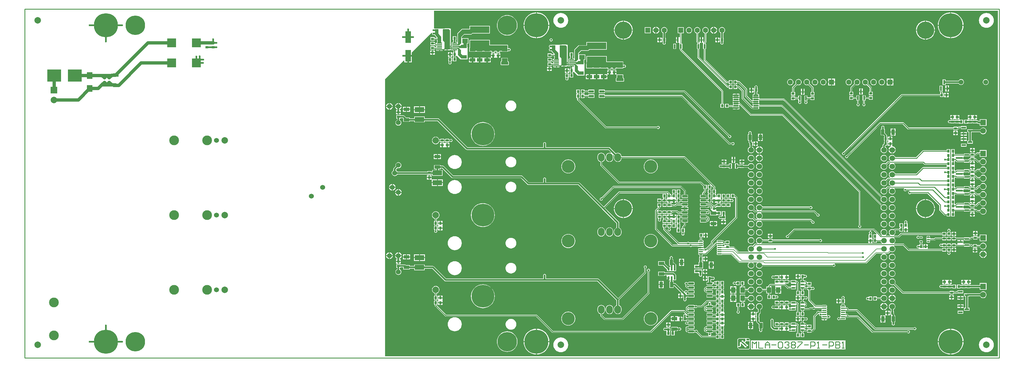
<source format=gtl>
G04 Layer_Physical_Order=1*
G04 Layer_Color=128*
%FSLAX43Y43*%
%MOMM*%
G71*
G01*
G75*
%ADD10R,2.700X2.700*%
%ADD11O,0.800X0.400*%
%ADD12O,1.400X0.350*%
%ADD13R,6.000X2.000*%
%ADD14R,0.600X1.000*%
%ADD15R,1.350X0.600*%
%ADD16R,1.800X1.340*%
%ADD17R,1.800X2.000*%
%ADD18R,0.900X0.800*%
G04:AMPARAMS|DCode=19|XSize=0.45mm|YSize=1.6mm|CornerRadius=0.05mm|HoleSize=0mm|Usage=FLASHONLY|Rotation=90.000|XOffset=0mm|YOffset=0mm|HoleType=Round|Shape=RoundedRectangle|*
%AMROUNDEDRECTD19*
21,1,0.450,1.501,0,0,90.0*
21,1,0.351,1.600,0,0,90.0*
1,1,0.099,0.750,0.175*
1,1,0.099,0.750,-0.175*
1,1,0.099,-0.750,-0.175*
1,1,0.099,-0.750,0.175*
%
%ADD19ROUNDEDRECTD19*%
%ADD20R,4.240X3.810*%
%ADD21R,0.800X0.900*%
%ADD22R,1.800X3.550*%
%ADD23C,2.000*%
G04:AMPARAMS|DCode=24|XSize=0.65mm|YSize=1.65mm|CornerRadius=0.049mm|HoleSize=0mm|Usage=FLASHONLY|Rotation=90.000|XOffset=0mm|YOffset=0mm|HoleType=Round|Shape=RoundedRectangle|*
%AMROUNDEDRECTD24*
21,1,0.650,1.552,0,0,90.0*
21,1,0.552,1.650,0,0,90.0*
1,1,0.098,0.776,0.276*
1,1,0.098,0.776,-0.276*
1,1,0.098,-0.776,-0.276*
1,1,0.098,-0.776,0.276*
%
%ADD24ROUNDEDRECTD24*%
%ADD25R,2.900X1.500*%
%ADD26R,1.000X1.700*%
%ADD27R,1.600X0.800*%
%ADD28R,1.700X1.000*%
G04:AMPARAMS|DCode=29|XSize=0.3mm|YSize=1.55mm|CornerRadius=0.05mm|HoleSize=0mm|Usage=FLASHONLY|Rotation=90.000|XOffset=0mm|YOffset=0mm|HoleType=Round|Shape=RoundedRectangle|*
%AMROUNDEDRECTD29*
21,1,0.300,1.451,0,0,90.0*
21,1,0.201,1.550,0,0,90.0*
1,1,0.099,0.726,0.101*
1,1,0.099,0.726,-0.101*
1,1,0.099,-0.726,-0.101*
1,1,0.099,-0.726,0.101*
%
%ADD29ROUNDEDRECTD29*%
G04:AMPARAMS|DCode=30|XSize=1.73mm|YSize=1.9mm|CornerRadius=0.052mm|HoleSize=0mm|Usage=FLASHONLY|Rotation=0.000|XOffset=0mm|YOffset=0mm|HoleType=Round|Shape=RoundedRectangle|*
%AMROUNDEDRECTD30*
21,1,1.730,1.796,0,0,0.0*
21,1,1.626,1.900,0,0,0.0*
1,1,0.104,0.813,-0.898*
1,1,0.104,-0.813,-0.898*
1,1,0.104,-0.813,0.898*
1,1,0.104,0.813,0.898*
%
%ADD30ROUNDEDRECTD30*%
%ADD31R,1.340X1.800*%
%ADD32R,0.600X1.350*%
%ADD33R,1.000X0.600*%
%ADD34C,0.150*%
%ADD35C,0.500*%
%ADD36C,0.250*%
%ADD37C,0.200*%
%ADD38C,0.300*%
%ADD39C,1.000*%
%ADD40C,0.400*%
%ADD41C,0.350*%
%ADD42C,0.254*%
%ADD43O,2.000X2.500*%
%ADD44C,7.000*%
%ADD45C,1.524*%
%ADD46C,3.000*%
%ADD47C,1.600*%
%ADD48R,1.600X1.600*%
%ADD49C,1.500*%
%ADD50C,7.400*%
%ADD51C,6.000*%
%ADD52C,5.300*%
%ADD53C,1.700*%
%ADD54R,1.750X1.750*%
%ADD55C,1.750*%
%ADD56C,4.000*%
%ADD57R,2.000X2.000*%
%ADD58C,1.800*%
%ADD59R,1.800X1.800*%
%ADD60C,0.600*%
G36*
X299500Y500D02*
X110900D01*
Y85900D01*
X116684Y91684D01*
X116846Y91617D01*
Y91096D01*
X117873D01*
Y93125D01*
X118000D01*
Y93252D01*
X119154D01*
Y94154D01*
X125203Y100203D01*
X125364Y100117D01*
X125341Y100000D01*
X125376Y99824D01*
X125476Y99676D01*
X125624Y99576D01*
X125800Y99541D01*
X125976Y99576D01*
X126150Y99526D01*
Y99500D01*
X126179D01*
X126232Y99372D01*
X126336Y99236D01*
X126817Y98755D01*
X126745Y98580D01*
X126100D01*
Y98850D01*
X124900D01*
Y97750D01*
X126100D01*
Y98020D01*
X126938D01*
Y97302D01*
X126872Y97288D01*
X126806Y97244D01*
X126762Y97178D01*
X126746Y97101D01*
Y96998D01*
X126571Y96925D01*
X126398Y97098D01*
X126307Y97159D01*
X126200Y97180D01*
X126100D01*
Y97450D01*
X124900D01*
Y96350D01*
X126100D01*
Y96375D01*
X126262Y96442D01*
X126402Y96302D01*
X126493Y96241D01*
X126595Y96221D01*
X126601Y96219D01*
X126746Y96101D01*
Y95899D01*
X126595Y95780D01*
X126100D01*
Y96050D01*
X124900D01*
Y94950D01*
X126100D01*
Y95220D01*
X126485D01*
X126606Y95127D01*
X127675D01*
Y95000D01*
X127802D01*
Y94590D01*
X128400D01*
X128519Y94614D01*
X128619Y94681D01*
X128686Y94781D01*
X128710Y94899D01*
Y95035D01*
X128885Y95052D01*
X128899Y94983D01*
X128966Y94881D01*
X129068Y94814D01*
X129187Y94790D01*
X129873D01*
Y96000D01*
X130000D01*
Y96127D01*
X131125D01*
Y96898D01*
X131101Y97017D01*
X131090Y97035D01*
X131100Y97210D01*
X131100Y97210D01*
X131100Y97210D01*
X131100Y101504D01*
X130855Y101504D01*
X130754Y101604D01*
Y101604D01*
X129246D01*
Y101500D01*
X127453Y101497D01*
X127450Y101500D01*
Y101500D01*
X126175D01*
X126000Y101560D01*
X126000Y107000D01*
X299500D01*
Y500D01*
D02*
G37*
G36*
X130850Y101000D02*
Y96750D01*
X129150D01*
Y97350D01*
X128700Y97800D01*
Y101350D01*
X130500D01*
X130850Y101000D01*
D02*
G37*
G36*
X128200Y97000D02*
X127100D01*
Y98700D01*
X128200D01*
Y97000D01*
D02*
G37*
%LPC*%
G36*
X121373Y31904D02*
X119796D01*
Y31027D01*
X121373D01*
Y31904D01*
D02*
G37*
G36*
X123204D02*
X121627D01*
Y31027D01*
X123204D01*
Y31904D01*
D02*
G37*
G36*
X296122Y31793D02*
X295127D01*
Y30798D01*
X295295Y30820D01*
X295569Y30934D01*
X295805Y31115D01*
X295986Y31351D01*
X296100Y31625D01*
X296122Y31793D01*
D02*
G37*
G36*
X210154Y31204D02*
X209627D01*
Y30627D01*
X210154D01*
Y31204D01*
D02*
G37*
G36*
X294873Y31793D02*
X293878D01*
X293900Y31625D01*
X294014Y31351D01*
X294195Y31115D01*
X294431Y30934D01*
X294705Y30820D01*
X294873Y30798D01*
Y31793D01*
D02*
G37*
G36*
X114873Y32508D02*
X114735Y32490D01*
X114488Y32387D01*
X114275Y32225D01*
X114113Y32012D01*
X114010Y31765D01*
X113992Y31627D01*
X114873D01*
Y32508D01*
D02*
G37*
G36*
X115127Y32508D02*
Y31627D01*
X116008D01*
X115990Y31765D01*
X115887Y32012D01*
X115725Y32225D01*
X115512Y32387D01*
X115265Y32490D01*
X115127Y32508D01*
D02*
G37*
G36*
X112123D02*
X111985Y32490D01*
X111738Y32387D01*
X111525Y32225D01*
X111363Y32012D01*
X111260Y31765D01*
X111242Y31627D01*
X112123D01*
Y32508D01*
D02*
G37*
G36*
X117373Y31854D02*
X116396D01*
Y31227D01*
X117373D01*
Y31854D01*
D02*
G37*
G36*
X118604D02*
X117627D01*
Y31227D01*
X118604D01*
Y31854D01*
D02*
G37*
G36*
X260173Y35973D02*
X259646D01*
Y35396D01*
X260173D01*
Y35973D01*
D02*
G37*
G36*
X267000Y32089D02*
X266739Y32054D01*
X266496Y31953D01*
X266287Y31793D01*
X266126Y31584D01*
X266026Y31341D01*
X265991Y31080D01*
X266026Y30819D01*
X266126Y30576D01*
X266287Y30367D01*
X266496Y30206D01*
X266739Y30106D01*
X267000Y30071D01*
X267261Y30106D01*
X267504Y30206D01*
X267713Y30367D01*
X267874Y30576D01*
X267974Y30819D01*
X268009Y31080D01*
X267974Y31341D01*
X267874Y31584D01*
X267713Y31793D01*
X267504Y31953D01*
X267261Y32054D01*
X267000Y32089D01*
D02*
G37*
G36*
X260954Y35973D02*
X260427D01*
Y35396D01*
X260954D01*
Y35973D01*
D02*
G37*
G36*
X121373Y30773D02*
X119796D01*
Y29896D01*
X121373D01*
Y30773D01*
D02*
G37*
G36*
X123204D02*
X121627D01*
Y29896D01*
X123204D01*
Y30773D01*
D02*
G37*
G36*
X113258Y31373D02*
X112377D01*
Y30492D01*
X112515Y30510D01*
X112762Y30613D01*
X112975Y30775D01*
X113137Y30988D01*
X113240Y31235D01*
X113258Y31373D01*
D02*
G37*
G36*
X209373Y31204D02*
X208846D01*
Y30627D01*
X209373D01*
Y31204D01*
D02*
G37*
G36*
X112123Y31373D02*
X111242D01*
X111260Y31235D01*
X111363Y30988D01*
X111525Y30775D01*
X111738Y30613D01*
X111985Y30510D01*
X112123Y30492D01*
Y31373D01*
D02*
G37*
G36*
X117373Y30973D02*
X116396D01*
Y30346D01*
X117373D01*
Y30973D01*
D02*
G37*
G36*
X118604D02*
X117627D01*
Y30346D01*
X118604D01*
Y30973D01*
D02*
G37*
G36*
X286704Y33954D02*
X286127D01*
Y33427D01*
X286704D01*
Y33954D01*
D02*
G37*
G36*
X149650Y37008D02*
X149327Y36976D01*
X149016Y36882D01*
X148729Y36729D01*
X148478Y36522D01*
X148271Y36271D01*
X148118Y35984D01*
X148024Y35673D01*
X147992Y35350D01*
X148024Y35027D01*
X148118Y34716D01*
X148271Y34429D01*
X148478Y34178D01*
X148729Y33971D01*
X149016Y33818D01*
X149327Y33724D01*
X149650Y33692D01*
X149973Y33724D01*
X150284Y33818D01*
X150571Y33971D01*
X150822Y34178D01*
X151029Y34429D01*
X151182Y34716D01*
X151276Y35027D01*
X151308Y35350D01*
X151276Y35673D01*
X151182Y35984D01*
X151029Y36271D01*
X150822Y36522D01*
X150571Y36729D01*
X150284Y36882D01*
X149973Y36976D01*
X149650Y37008D01*
D02*
G37*
G36*
X285873Y33954D02*
X285296D01*
Y33427D01*
X285873D01*
Y33954D01*
D02*
G37*
G36*
X292373Y33754D02*
X291796D01*
Y33227D01*
X292373D01*
Y33754D01*
D02*
G37*
G36*
X293204D02*
X292627D01*
Y33227D01*
X293204D01*
Y33754D01*
D02*
G37*
G36*
X277954Y35004D02*
X277427D01*
Y34427D01*
X277954D01*
Y35004D01*
D02*
G37*
G36*
X288954Y35573D02*
X288025D01*
X287096D01*
Y35155D01*
X287096Y35146D01*
X287073Y34980D01*
X286600D01*
Y35250D01*
X285400D01*
Y34980D01*
X285100D01*
Y35250D01*
X283900D01*
Y34980D01*
X283600D01*
Y35250D01*
X282400D01*
Y35184D01*
X282225Y35091D01*
X282176Y35124D01*
X282000Y35159D01*
X281824Y35124D01*
X281676Y35024D01*
X281576Y34876D01*
X281541Y34700D01*
X281576Y34524D01*
X281676Y34376D01*
X281824Y34276D01*
X282000Y34241D01*
X282176Y34276D01*
X282225Y34309D01*
X282400Y34216D01*
Y34150D01*
X283600D01*
Y34420D01*
X283900D01*
Y34150D01*
X285100D01*
Y34420D01*
X285400D01*
Y34150D01*
X286600D01*
Y34420D01*
X289150D01*
Y34300D01*
X290800D01*
Y34470D01*
X291234D01*
X291442Y34262D01*
X291533Y34201D01*
X291640Y34180D01*
X291900D01*
Y33950D01*
X293100D01*
Y34180D01*
X294007D01*
X294105Y33943D01*
X294269Y33729D01*
X294483Y33565D01*
X294732Y33461D01*
X295000Y33426D01*
X295268Y33461D01*
X295517Y33565D01*
X295731Y33729D01*
X295895Y33943D01*
X295999Y34192D01*
X296034Y34460D01*
X295999Y34728D01*
X295895Y34977D01*
X295731Y35191D01*
X295517Y35355D01*
X295268Y35459D01*
X295000Y35494D01*
X294732Y35459D01*
X294483Y35355D01*
X294269Y35191D01*
X294105Y34977D01*
X294007Y34740D01*
X293100D01*
Y35050D01*
X291900D01*
Y34816D01*
X291725Y34772D01*
X291548Y34948D01*
X291457Y35009D01*
X291350Y35030D01*
X290800D01*
Y35200D01*
X289150D01*
Y35004D01*
X289012Y34995D01*
X288957Y35148D01*
X288954Y35163D01*
Y35573D01*
D02*
G37*
G36*
X277173Y35004D02*
X276646D01*
Y34427D01*
X277173D01*
Y35004D01*
D02*
G37*
G36*
X167300Y38160D02*
X166879Y38119D01*
X166473Y37996D01*
X166100Y37796D01*
X165772Y37528D01*
X165504Y37200D01*
X165304Y36827D01*
X165181Y36421D01*
X165140Y36000D01*
X165181Y35579D01*
X165304Y35173D01*
X165504Y34800D01*
X165772Y34472D01*
X166100Y34204D01*
X166473Y34004D01*
X166879Y33881D01*
X167300Y33840D01*
X167721Y33881D01*
X168127Y34004D01*
X168500Y34204D01*
X168828Y34472D01*
X169096Y34800D01*
X169296Y35173D01*
X169419Y35579D01*
X169460Y36000D01*
X169419Y36421D01*
X169296Y36827D01*
X169096Y37200D01*
X168828Y37528D01*
X168500Y37796D01*
X168127Y37996D01*
X167721Y38119D01*
X167300Y38160D01*
D02*
G37*
G36*
X192700D02*
X192279Y38119D01*
X191873Y37996D01*
X191500Y37796D01*
X191172Y37528D01*
X190904Y37200D01*
X190704Y36827D01*
X190581Y36421D01*
X190540Y36000D01*
X190581Y35579D01*
X190704Y35173D01*
X190904Y34800D01*
X191172Y34472D01*
X191500Y34204D01*
X191873Y34004D01*
X192279Y33881D01*
X192700Y33840D01*
X193121Y33881D01*
X193527Y34004D01*
X193900Y34204D01*
X194228Y34472D01*
X194496Y34800D01*
X194696Y35173D01*
X194819Y35579D01*
X194860Y36000D01*
X194819Y36421D01*
X194696Y36827D01*
X194496Y37200D01*
X194228Y37528D01*
X193900Y37796D01*
X193527Y37996D01*
X193121Y38119D01*
X192700Y38160D01*
D02*
G37*
G36*
X294873Y33042D02*
X294705Y33020D01*
X294431Y32906D01*
X294195Y32725D01*
X294014Y32489D01*
X293900Y32215D01*
X293878Y32047D01*
X294873D01*
Y33042D01*
D02*
G37*
G36*
X295127Y33042D02*
Y32047D01*
X296122D01*
X296100Y32215D01*
X295986Y32489D01*
X295805Y32725D01*
X295569Y32906D01*
X295295Y33020D01*
X295127Y33042D01*
D02*
G37*
G36*
X285100Y33850D02*
X283900D01*
Y32750D01*
X284220D01*
Y32554D01*
X284176Y32524D01*
X284076Y32376D01*
X284041Y32200D01*
X284076Y32024D01*
X284176Y31876D01*
X284324Y31776D01*
X284500Y31741D01*
X284676Y31776D01*
X284824Y31876D01*
X284924Y32024D01*
X284959Y32200D01*
X284924Y32376D01*
X284824Y32524D01*
X284780Y32554D01*
Y32750D01*
X285100D01*
Y33850D01*
D02*
G37*
G36*
X112377Y32508D02*
Y31627D01*
X113258D01*
X113240Y31765D01*
X113137Y32012D01*
X112975Y32225D01*
X112762Y32387D01*
X112515Y32490D01*
X112377Y32508D01*
D02*
G37*
G36*
X223560Y37169D02*
X223299Y37134D01*
X223056Y37033D01*
X222847Y36873D01*
X222686Y36664D01*
X222586Y36421D01*
X222551Y36160D01*
X222586Y35899D01*
X222686Y35656D01*
X222847Y35447D01*
X223056Y35286D01*
X223299Y35186D01*
X223560Y35151D01*
X223821Y35186D01*
X224064Y35286D01*
X224273Y35447D01*
X224433Y35656D01*
X224534Y35899D01*
X224569Y36160D01*
X224534Y36421D01*
X224433Y36664D01*
X224273Y36873D01*
X224064Y37033D01*
X223821Y37134D01*
X223560Y37169D01*
D02*
G37*
G36*
X286704Y33173D02*
X286127D01*
Y32646D01*
X286704D01*
Y33173D01*
D02*
G37*
G36*
X132350Y37510D02*
X131929Y37469D01*
X131523Y37346D01*
X131150Y37146D01*
X130822Y36878D01*
X130554Y36550D01*
X130354Y36177D01*
X130231Y35771D01*
X130190Y35350D01*
X130231Y34929D01*
X130354Y34523D01*
X130554Y34150D01*
X130822Y33822D01*
X131150Y33554D01*
X131523Y33354D01*
X131929Y33231D01*
X132350Y33190D01*
X132771Y33231D01*
X133177Y33354D01*
X133550Y33554D01*
X133878Y33822D01*
X134146Y34150D01*
X134346Y34523D01*
X134469Y34929D01*
X134510Y35350D01*
X134469Y35771D01*
X134346Y36177D01*
X134146Y36550D01*
X133878Y36878D01*
X133550Y37146D01*
X133177Y37346D01*
X132771Y37469D01*
X132350Y37510D01*
D02*
G37*
G36*
X285873Y33173D02*
X285296D01*
Y32646D01*
X285873D01*
Y33173D01*
D02*
G37*
G36*
X292373Y32973D02*
X291796D01*
Y32446D01*
X292373D01*
Y32973D01*
D02*
G37*
G36*
X293204D02*
X292627D01*
Y32446D01*
X293204D01*
Y32973D01*
D02*
G37*
G36*
X116008Y31373D02*
X115000D01*
X113992D01*
X114010Y31235D01*
X114113Y30988D01*
X114275Y30775D01*
X114488Y30613D01*
X114689Y30529D01*
X114654Y30354D01*
X114296D01*
Y29827D01*
X115000D01*
X115704D01*
Y30354D01*
X115346D01*
X115311Y30529D01*
X115512Y30613D01*
X115725Y30775D01*
X115887Y30988D01*
X115990Y31235D01*
X116008Y31373D01*
D02*
G37*
G36*
X267000Y27009D02*
X266739Y26974D01*
X266496Y26873D01*
X266287Y26713D01*
X266126Y26504D01*
X266026Y26261D01*
X265991Y26000D01*
X266026Y25739D01*
X266126Y25496D01*
X266287Y25287D01*
X266496Y25126D01*
X266739Y25026D01*
X267000Y24991D01*
X267261Y25026D01*
X267504Y25126D01*
X267713Y25287D01*
X267874Y25496D01*
X267974Y25739D01*
X268009Y26000D01*
X267974Y26261D01*
X267874Y26504D01*
X267713Y26713D01*
X267504Y26873D01*
X267261Y26974D01*
X267000Y27009D01*
D02*
G37*
G36*
X234627Y25554D02*
Y25027D01*
X235204D01*
Y25554D01*
X234627D01*
D02*
G37*
G36*
X264460Y27009D02*
X264199Y26974D01*
X263956Y26873D01*
X263747Y26713D01*
X263586Y26504D01*
X263486Y26261D01*
X263451Y26000D01*
X263486Y25739D01*
X263586Y25496D01*
X263747Y25287D01*
X263956Y25126D01*
X264199Y25026D01*
X264460Y24991D01*
X264721Y25026D01*
X264964Y25126D01*
X265173Y25287D01*
X265333Y25496D01*
X265434Y25739D01*
X265469Y26000D01*
X265434Y26261D01*
X265333Y26504D01*
X265173Y26713D01*
X264964Y26873D01*
X264721Y26974D01*
X264460Y27009D01*
D02*
G37*
G36*
X223560D02*
X223299Y26974D01*
X223056Y26873D01*
X222847Y26713D01*
X222686Y26504D01*
X222586Y26261D01*
X222551Y26000D01*
X222586Y25739D01*
X222686Y25496D01*
X222847Y25287D01*
X223056Y25126D01*
X223299Y25026D01*
X223560Y24991D01*
X223821Y25026D01*
X224064Y25126D01*
X224273Y25287D01*
X224433Y25496D01*
X224534Y25739D01*
X224569Y26000D01*
X224534Y26261D01*
X224433Y26504D01*
X224273Y26713D01*
X224064Y26873D01*
X223821Y26974D01*
X223560Y27009D01*
D02*
G37*
G36*
X226100D02*
X225839Y26974D01*
X225596Y26873D01*
X225387Y26713D01*
X225227Y26504D01*
X225126Y26261D01*
X225091Y26000D01*
X225126Y25739D01*
X225227Y25496D01*
X225387Y25287D01*
X225596Y25126D01*
X225839Y25026D01*
X226100Y24991D01*
X226361Y25026D01*
X226604Y25126D01*
X226813Y25287D01*
X226973Y25496D01*
X227074Y25739D01*
X227109Y26000D01*
X227074Y26261D01*
X226973Y26504D01*
X226813Y26713D01*
X226604Y26873D01*
X226361Y26974D01*
X226100Y27009D01*
D02*
G37*
G36*
X238654Y25804D02*
X238127D01*
Y25227D01*
X238654D01*
Y25804D01*
D02*
G37*
G36*
X232100Y25450D02*
X230900D01*
Y25308D01*
X230500D01*
X230476Y25324D01*
X230300Y25359D01*
X230124Y25324D01*
X229976Y25224D01*
X229876Y25076D01*
X229841Y24900D01*
X229876Y24724D01*
X229976Y24576D01*
X230124Y24476D01*
X230300Y24441D01*
X230476Y24476D01*
X230500Y24492D01*
X230900D01*
Y24350D01*
X232100D01*
Y25450D01*
D02*
G37*
G36*
X237873Y25804D02*
X237346D01*
Y25227D01*
X237873D01*
Y25804D01*
D02*
G37*
G36*
X232873Y25554D02*
X232296D01*
Y25027D01*
X232873D01*
Y25554D01*
D02*
G37*
G36*
X207300Y27250D02*
Y27250D01*
X207296Y27250D01*
X206100D01*
Y26150D01*
X207300D01*
Y26150D01*
X207450Y26090D01*
Y26000D01*
X207592D01*
Y25700D01*
X207576Y25676D01*
X207541Y25500D01*
X207576Y25324D01*
X207676Y25176D01*
X207824Y25076D01*
X208000Y25041D01*
X208176Y25076D01*
X208324Y25176D01*
X208424Y25324D01*
X208459Y25500D01*
X208424Y25676D01*
X208408Y25700D01*
Y26000D01*
X208550D01*
Y27200D01*
X207450D01*
Y27200D01*
X207300Y27250D01*
D02*
G37*
G36*
X239950Y25700D02*
X238850D01*
Y24500D01*
X239044D01*
Y23950D01*
X238726D01*
Y23050D01*
X238726D01*
Y23000D01*
X238726D01*
Y22225D01*
X238726Y22100D01*
X238726Y21925D01*
Y21150D01*
X239095D01*
Y20600D01*
X238850D01*
Y19400D01*
X239950D01*
Y20600D01*
X239656D01*
Y21150D01*
X240026D01*
Y21279D01*
X240201Y21303D01*
X240302Y21202D01*
X240393Y21141D01*
X240500Y21120D01*
X240900D01*
Y20850D01*
X241220D01*
Y17800D01*
X241241Y17693D01*
X241302Y17602D01*
X242983Y15921D01*
X242900Y15759D01*
X242724Y15724D01*
X242576Y15624D01*
X242546Y15580D01*
X241700D01*
X241593Y15559D01*
X241502Y15498D01*
X241334Y15330D01*
X240149D01*
X240025Y15454D01*
Y15596D01*
X240149Y15720D01*
X240200D01*
X240307Y15741D01*
X240398Y15802D01*
X240598Y16002D01*
X240659Y16093D01*
X240680Y16200D01*
Y16800D01*
X240659Y16907D01*
X240598Y16998D01*
X240448Y17148D01*
X240357Y17209D01*
X240250Y17230D01*
X240025D01*
Y17400D01*
X239706D01*
Y17900D01*
X239950D01*
Y18169D01*
X240186D01*
X240324Y18076D01*
X240500Y18041D01*
X240676Y18076D01*
X240824Y18176D01*
X240924Y18324D01*
X240959Y18500D01*
X240924Y18676D01*
X240824Y18824D01*
X240676Y18924D01*
X240500Y18959D01*
X240324Y18924D01*
X240186Y18831D01*
X239950D01*
Y19100D01*
X238850D01*
Y17900D01*
X239044D01*
Y17400D01*
X238725D01*
Y16500D01*
X238725D01*
Y16450D01*
X238725D01*
Y15675D01*
X238725Y15550D01*
X238725Y15375D01*
Y14600D01*
X239095D01*
Y14100D01*
X238850D01*
Y12900D01*
X239950D01*
Y14100D01*
X239655D01*
Y14600D01*
X240025D01*
Y14770D01*
X241450D01*
X241557Y14791D01*
X241648Y14852D01*
X241816Y15020D01*
X242546D01*
X242576Y14976D01*
X242724Y14876D01*
X242900Y14841D01*
X243076Y14876D01*
X243224Y14976D01*
X243254Y15020D01*
X245262D01*
X245290Y14982D01*
X245339Y14845D01*
X245294Y14777D01*
X245269Y14650D01*
X245294Y14523D01*
X245339Y14455D01*
X245290Y14318D01*
X245262Y14280D01*
X244554D01*
X244524Y14324D01*
X244376Y14424D01*
X244200Y14459D01*
X244024Y14424D01*
X243876Y14324D01*
X243776Y14176D01*
X243741Y14000D01*
X243752Y13948D01*
X242802Y12998D01*
X242741Y12907D01*
X242720Y12800D01*
Y9016D01*
X242284Y8580D01*
X242100D01*
Y8850D01*
X240900D01*
Y8580D01*
X240716D01*
X240548Y8748D01*
X240457Y8809D01*
X240350Y8830D01*
X240149D01*
X240025Y8954D01*
Y9096D01*
X240149Y9220D01*
X240300D01*
X240407Y9241D01*
X240498Y9302D01*
X240616Y9420D01*
X240900D01*
Y9150D01*
X242100D01*
Y10250D01*
X240900D01*
X240753Y10317D01*
X240698Y10398D01*
X240448Y10648D01*
X240357Y10709D01*
X240250Y10730D01*
X240025D01*
Y10900D01*
X239706D01*
Y11400D01*
X239950D01*
Y11669D01*
X240186D01*
X240324Y11576D01*
X240500Y11541D01*
X240676Y11576D01*
X240824Y11676D01*
X240924Y11824D01*
X240959Y12000D01*
X240924Y12176D01*
X240824Y12324D01*
X240676Y12424D01*
X240500Y12459D01*
X240324Y12424D01*
X240186Y12331D01*
X239950D01*
Y12600D01*
X238850D01*
Y11400D01*
X239044D01*
Y10900D01*
X238725D01*
Y10000D01*
X238725D01*
Y9950D01*
X238725D01*
Y9175D01*
X238725Y9050D01*
X238725Y8875D01*
Y8100D01*
X239095D01*
Y7600D01*
X238850D01*
Y6400D01*
X239950D01*
Y7600D01*
X239655D01*
Y8100D01*
X240025D01*
Y8270D01*
X240234D01*
X240402Y8102D01*
X240493Y8041D01*
X240600Y8020D01*
X240900D01*
Y7750D01*
X242100D01*
Y8020D01*
X242400D01*
X242507Y8041D01*
X242598Y8102D01*
X243198Y8702D01*
X243259Y8793D01*
X243280Y8900D01*
Y12684D01*
X244148Y13552D01*
X244200Y13541D01*
X244364Y13574D01*
X244420Y13538D01*
X244512Y13457D01*
X244491Y13350D01*
X244526Y13174D01*
X244626Y13026D01*
X244774Y12926D01*
X244950Y12891D01*
X245126Y12926D01*
X245169Y12955D01*
X245295Y12829D01*
X245294Y12827D01*
X245269Y12700D01*
X245294Y12573D01*
X245366Y12466D01*
X245293Y12361D01*
X245291Y12359D01*
X245196Y12217D01*
X245188Y12177D01*
X246125D01*
X247122D01*
X247192Y12294D01*
X247203Y12300D01*
X247270Y12312D01*
X247324Y12276D01*
X247500Y12241D01*
X247676Y12276D01*
X247824Y12376D01*
X247924Y12524D01*
X247959Y12700D01*
X247924Y12876D01*
X247824Y13024D01*
X247676Y13124D01*
X247500Y13159D01*
X247324Y13124D01*
X247176Y13024D01*
X247153Y12991D01*
X246983Y12988D01*
X246960Y13018D01*
X246911Y13155D01*
X246956Y13223D01*
X246981Y13350D01*
X246956Y13477D01*
X246884Y13584D01*
Y13766D01*
X246956Y13873D01*
X246981Y14000D01*
X246956Y14127D01*
X246884Y14234D01*
Y14416D01*
X246956Y14523D01*
X246981Y14650D01*
X246956Y14777D01*
X246884Y14884D01*
Y15066D01*
X246956Y15173D01*
X246981Y15300D01*
X246956Y15427D01*
X246884Y15534D01*
Y15716D01*
X246956Y15823D01*
X246981Y15950D01*
X246956Y16077D01*
X246884Y16184D01*
X246777Y16256D01*
X246650Y16281D01*
X245600D01*
X245473Y16256D01*
X245435Y16230D01*
X243466D01*
X241780Y17916D01*
Y20850D01*
X242100D01*
Y21026D01*
X242275Y21076D01*
X242276Y21076D01*
X242424Y20976D01*
X242600Y20941D01*
X242776Y20976D01*
X242924Y21076D01*
X243024Y21224D01*
X243059Y21400D01*
X243024Y21576D01*
X242924Y21724D01*
X242776Y21824D01*
X242600Y21859D01*
X242424Y21824D01*
X242276Y21724D01*
X242275Y21724D01*
X242100Y21774D01*
Y21950D01*
X240900D01*
Y21680D01*
X240616D01*
X240498Y21798D01*
X240407Y21859D01*
X240300Y21881D01*
X240149D01*
X240026Y22004D01*
Y22146D01*
X240149Y22270D01*
X240250D01*
X240357Y22291D01*
X240448Y22352D01*
X240616Y22520D01*
X240900D01*
Y22250D01*
X242100D01*
Y23350D01*
X240900D01*
X240753Y23417D01*
X240698Y23498D01*
X240498Y23698D01*
X240407Y23759D01*
X240300Y23781D01*
X240026D01*
Y23950D01*
X239707D01*
Y24500D01*
X239950D01*
Y24582D01*
X240124Y24676D01*
X240300Y24641D01*
X240476Y24676D01*
X240624Y24776D01*
X240724Y24924D01*
X240759Y25100D01*
X240724Y25276D01*
X240624Y25424D01*
X240476Y25524D01*
X240300Y25559D01*
X240124Y25524D01*
X239950Y25618D01*
Y25700D01*
D02*
G37*
G36*
X233750Y25554D02*
X233621Y25554D01*
X233127D01*
Y24900D01*
Y24246D01*
X233621D01*
X233750Y24246D01*
X233879Y24246D01*
X234373D01*
Y24900D01*
Y25554D01*
X233879D01*
X233750Y25554D01*
D02*
G37*
G36*
X232873Y24773D02*
X232296D01*
Y24246D01*
X232873D01*
Y24773D01*
D02*
G37*
G36*
X211350Y25100D02*
X210250D01*
Y23900D01*
X210417D01*
Y23384D01*
X210049D01*
X209971Y23368D01*
X209905Y23325D01*
X209862Y23259D01*
X209846Y23181D01*
Y22629D01*
X209862Y22551D01*
X209905Y22485D01*
X209971Y22442D01*
X210049Y22426D01*
X211601D01*
X211679Y22442D01*
X211745Y22485D01*
X211788Y22551D01*
X211804Y22629D01*
Y22893D01*
X211976Y22924D01*
X212076Y22776D01*
X212224Y22676D01*
X212400Y22641D01*
X212576Y22676D01*
X212750Y22582D01*
Y22500D01*
X213850D01*
Y23700D01*
X212750D01*
Y23618D01*
X212576Y23524D01*
X212400Y23559D01*
X212224Y23524D01*
X212076Y23424D01*
X211976Y23276D01*
X211970Y23244D01*
X211791D01*
X211788Y23259D01*
X211745Y23325D01*
X211679Y23368D01*
X211601Y23384D01*
X211233D01*
Y23900D01*
X211350D01*
Y24092D01*
X211700D01*
X211724Y24076D01*
X211900Y24041D01*
X212076Y24076D01*
X212224Y24176D01*
X212324Y24324D01*
X212359Y24500D01*
X212324Y24676D01*
X212224Y24824D01*
X212076Y24924D01*
X211900Y24959D01*
X211724Y24924D01*
X211700Y24908D01*
X211350D01*
Y25100D01*
D02*
G37*
G36*
X210054Y24373D02*
X209527D01*
Y23796D01*
X210054D01*
Y24373D01*
D02*
G37*
G36*
X198023Y24498D02*
X197596D01*
Y23871D01*
X198023D01*
Y24498D01*
D02*
G37*
G36*
X209273Y25204D02*
X208746D01*
Y24627D01*
X209273D01*
Y25204D01*
D02*
G37*
G36*
X210054D02*
X209527D01*
Y24627D01*
X210054D01*
Y25204D01*
D02*
G37*
G36*
X238654Y24973D02*
X238127D01*
Y24396D01*
X238654D01*
Y24973D01*
D02*
G37*
G36*
X235204Y24773D02*
X234627D01*
Y24246D01*
X235204D01*
Y24773D01*
D02*
G37*
G36*
X237873Y24973D02*
X237346D01*
Y24396D01*
X237873D01*
Y24973D01*
D02*
G37*
G36*
X212054Y29704D02*
X211427D01*
Y28727D01*
X212054D01*
Y29704D01*
D02*
G37*
G36*
X114873Y29573D02*
X114296D01*
Y29046D01*
X114873D01*
Y29573D01*
D02*
G37*
G36*
X211173Y29704D02*
X210546D01*
Y28727D01*
X211173D01*
Y29704D01*
D02*
G37*
G36*
X202073Y29273D02*
X201446D01*
Y28296D01*
X202073D01*
Y29273D01*
D02*
G37*
G36*
X202954D02*
X202327D01*
Y28296D01*
X202954D01*
Y29273D01*
D02*
G37*
G36*
X209373Y30373D02*
X208846D01*
Y29796D01*
X209373D01*
Y30373D01*
D02*
G37*
G36*
X210154D02*
X209627D01*
Y29796D01*
X210154D01*
Y30373D01*
D02*
G37*
G36*
X202954Y30504D02*
X202327D01*
Y29527D01*
X202954D01*
Y30504D01*
D02*
G37*
G36*
X115704Y29573D02*
X115127D01*
Y29046D01*
X115704D01*
Y29573D01*
D02*
G37*
G36*
X202073Y30504D02*
X201446D01*
Y29527D01*
X202073D01*
Y30504D01*
D02*
G37*
G36*
X199000Y31359D02*
X198824Y31324D01*
X198676Y31224D01*
X198576Y31076D01*
X198541Y30900D01*
X198576Y30724D01*
X198592Y30700D01*
Y30400D01*
X198350D01*
Y28400D01*
X198692D01*
Y28162D01*
X198600Y28025D01*
X198475Y28025D01*
X198077D01*
X197000Y29102D01*
Y29750D01*
X195000D01*
Y28450D01*
X196498D01*
X197700Y27248D01*
Y26725D01*
X198475D01*
X198600Y26725D01*
X198775Y26725D01*
X199550D01*
Y26725D01*
X199600D01*
Y26725D01*
X200500D01*
Y28025D01*
X200458D01*
Y28650D01*
X200458Y28650D01*
X200427Y28806D01*
X200338Y28938D01*
X200088Y29188D01*
X199956Y29277D01*
X199800Y29308D01*
X199650Y29383D01*
Y30400D01*
X199408D01*
Y30700D01*
X199424Y30724D01*
X199459Y30900D01*
X199424Y31076D01*
X199324Y31224D01*
X199176Y31324D01*
X199000Y31359D01*
D02*
G37*
G36*
X149650Y29308D02*
X149327Y29276D01*
X149016Y29182D01*
X148729Y29029D01*
X148478Y28822D01*
X148271Y28571D01*
X148118Y28284D01*
X148024Y27973D01*
X147992Y27650D01*
X148024Y27327D01*
X148118Y27016D01*
X148271Y26729D01*
X148478Y26478D01*
X148729Y26271D01*
X149016Y26118D01*
X149327Y26024D01*
X149650Y25992D01*
X149973Y26024D01*
X150284Y26118D01*
X150571Y26271D01*
X150822Y26478D01*
X151029Y26729D01*
X151182Y27016D01*
X151276Y27327D01*
X151308Y27650D01*
X151276Y27973D01*
X151182Y28284D01*
X151029Y28571D01*
X150822Y28822D01*
X150571Y29029D01*
X150284Y29182D01*
X149973Y29276D01*
X149650Y29308D01*
D02*
G37*
G36*
X209273Y27304D02*
X208746D01*
Y26727D01*
X209273D01*
Y27304D01*
D02*
G37*
G36*
X210054Y26473D02*
X209527D01*
Y25896D01*
X210054D01*
Y26473D01*
D02*
G37*
G36*
X132350Y29810D02*
X131929Y29769D01*
X131523Y29646D01*
X131150Y29446D01*
X130822Y29178D01*
X130554Y28850D01*
X130354Y28477D01*
X130231Y28071D01*
X130190Y27650D01*
X130231Y27229D01*
X130354Y26823D01*
X130554Y26450D01*
X130822Y26122D01*
X131150Y25854D01*
X131523Y25654D01*
X131929Y25531D01*
X132350Y25490D01*
X132771Y25531D01*
X133177Y25654D01*
X133550Y25854D01*
X133878Y26122D01*
X134146Y26450D01*
X134346Y26823D01*
X134469Y27229D01*
X134510Y27650D01*
X134469Y28071D01*
X134346Y28477D01*
X134146Y28850D01*
X133878Y29178D01*
X133550Y29446D01*
X133177Y29646D01*
X132771Y29769D01*
X132350Y29810D01*
D02*
G37*
G36*
X209273Y26473D02*
X208746D01*
Y25896D01*
X209273D01*
Y26473D01*
D02*
G37*
G36*
X264460Y29549D02*
X264199Y29514D01*
X263956Y29413D01*
X263747Y29253D01*
X263586Y29044D01*
X263486Y28801D01*
X263451Y28540D01*
X263486Y28279D01*
X263586Y28036D01*
X263747Y27827D01*
X263956Y27667D01*
X264199Y27566D01*
X264460Y27531D01*
X264721Y27566D01*
X264964Y27667D01*
X265173Y27827D01*
X265333Y28036D01*
X265434Y28279D01*
X265469Y28540D01*
X265434Y28801D01*
X265333Y29044D01*
X265173Y29253D01*
X264964Y29413D01*
X264721Y29514D01*
X264460Y29549D01*
D02*
G37*
G36*
X267000D02*
X266739Y29514D01*
X266496Y29413D01*
X266287Y29253D01*
X266126Y29044D01*
X266026Y28801D01*
X265991Y28540D01*
X266026Y28279D01*
X266126Y28036D01*
X266287Y27827D01*
X266496Y27667D01*
X266739Y27566D01*
X267000Y27531D01*
X267261Y27566D01*
X267504Y27667D01*
X267713Y27827D01*
X267874Y28036D01*
X267974Y28279D01*
X268009Y28540D01*
X267974Y28801D01*
X267874Y29044D01*
X267713Y29253D01*
X267504Y29413D01*
X267261Y29514D01*
X267000Y29549D01*
D02*
G37*
G36*
X212054Y28473D02*
X211427D01*
Y27496D01*
X212054D01*
Y28473D01*
D02*
G37*
G36*
X210054Y27304D02*
X209527D01*
Y26727D01*
X210054D01*
Y27304D01*
D02*
G37*
G36*
X211173Y28473D02*
X210546D01*
Y27496D01*
X211173D01*
Y28473D01*
D02*
G37*
G36*
X267000Y44789D02*
X266739Y44754D01*
X266496Y44653D01*
X266287Y44493D01*
X266126Y44284D01*
X266026Y44041D01*
X265991Y43780D01*
X266026Y43519D01*
X266126Y43276D01*
X266287Y43067D01*
X266496Y42907D01*
X266739Y42806D01*
X267000Y42771D01*
X267261Y42806D01*
X267504Y42907D01*
X267713Y43067D01*
X267874Y43276D01*
X267974Y43519D01*
X268009Y43780D01*
X267974Y44041D01*
X267874Y44284D01*
X267713Y44493D01*
X267504Y44653D01*
X267261Y44754D01*
X267000Y44789D01*
D02*
G37*
G36*
X198273Y43373D02*
X197696D01*
Y42846D01*
X198273D01*
Y43373D01*
D02*
G37*
G36*
X264460Y44789D02*
X264199Y44754D01*
X263956Y44653D01*
X263747Y44493D01*
X263586Y44284D01*
X263486Y44041D01*
X263451Y43780D01*
X263486Y43519D01*
X263586Y43276D01*
X263747Y43067D01*
X263956Y42907D01*
X264199Y42806D01*
X264460Y42771D01*
X264721Y42806D01*
X264964Y42907D01*
X265173Y43067D01*
X265333Y43276D01*
X265434Y43519D01*
X265469Y43780D01*
X265434Y44041D01*
X265333Y44284D01*
X265173Y44493D01*
X264964Y44653D01*
X264721Y44754D01*
X264460Y44789D01*
D02*
G37*
G36*
X196000Y44050D02*
X194800D01*
Y42950D01*
X194965D01*
X194979Y42934D01*
X195043Y42775D01*
X194976Y42676D01*
X194941Y42500D01*
X194976Y42324D01*
X195076Y42176D01*
X195224Y42076D01*
X195400Y42041D01*
X195576Y42076D01*
X195724Y42176D01*
X195824Y42324D01*
X195859Y42500D01*
X195824Y42676D01*
X195757Y42775D01*
X195821Y42934D01*
X195835Y42950D01*
X196000D01*
Y44050D01*
D02*
G37*
G36*
X209601Y43939D02*
X208049D01*
X207971Y43923D01*
X207905Y43880D01*
X207862Y43814D01*
X207846Y43736D01*
Y43184D01*
X207862Y43106D01*
X207905Y43040D01*
X207971Y42997D01*
X208049Y42981D01*
X209601D01*
X209679Y42997D01*
X209745Y43040D01*
X209783Y43098D01*
X209830Y43112D01*
X209972Y43132D01*
X210120Y42984D01*
Y42716D01*
X209964Y42560D01*
X209922Y42556D01*
X209753Y42597D01*
X209745Y42610D01*
X209679Y42653D01*
X209601Y42669D01*
X208049D01*
X207971Y42653D01*
X207905Y42610D01*
X207862Y42544D01*
X207846Y42466D01*
Y41914D01*
X207862Y41836D01*
X207905Y41770D01*
X207971Y41727D01*
X208049Y41711D01*
X209601D01*
X209679Y41727D01*
X209745Y41770D01*
X209788Y41836D01*
X209803Y41910D01*
X209990D01*
X210097Y41931D01*
X210188Y41992D01*
X210598Y42402D01*
X210659Y42493D01*
X210680Y42600D01*
Y43100D01*
X210659Y43207D01*
X210598Y43298D01*
X210238Y43658D01*
X210147Y43719D01*
X210040Y43740D01*
X209803D01*
X209788Y43814D01*
X209745Y43880D01*
X209679Y43923D01*
X209601Y43939D01*
D02*
G37*
G36*
X277123Y45873D02*
X274347D01*
X274373Y45544D01*
X274480Y45100D01*
X274655Y44678D01*
X274893Y44288D01*
X275190Y43940D01*
X275538Y43643D01*
X275928Y43405D01*
X276350Y43230D01*
X276794Y43123D01*
X277123Y43097D01*
Y45873D01*
D02*
G37*
G36*
X280153D02*
X277377D01*
Y43097D01*
X277706Y43123D01*
X278150Y43230D01*
X278572Y43405D01*
X278962Y43643D01*
X279310Y43940D01*
X279607Y44288D01*
X279845Y44678D01*
X280020Y45100D01*
X280127Y45544D01*
X280153Y45873D01*
D02*
G37*
G36*
X187153D02*
X184377D01*
Y43097D01*
X184706Y43123D01*
X185150Y43230D01*
X185572Y43405D01*
X185962Y43643D01*
X186310Y43940D01*
X186607Y44288D01*
X186845Y44678D01*
X187020Y45100D01*
X187127Y45544D01*
X187153Y45873D01*
D02*
G37*
G36*
X201750Y44100D02*
X200650D01*
Y42900D01*
X200920D01*
Y42700D01*
X200650D01*
Y41500D01*
X200920D01*
Y41300D01*
X200650D01*
Y40100D01*
X200920D01*
Y39900D01*
X200650D01*
Y38700D01*
X201750D01*
Y39900D01*
X201480D01*
Y40100D01*
X201750D01*
Y41300D01*
X201480D01*
Y41500D01*
X201750D01*
Y42700D01*
X201480D01*
Y42900D01*
X201750D01*
Y43180D01*
X202197D01*
X202212Y43106D01*
X202255Y43040D01*
X202321Y42997D01*
X202399Y42981D01*
X203951D01*
X204029Y42997D01*
X204095Y43040D01*
X204138Y43106D01*
X204154Y43184D01*
Y43736D01*
X204138Y43814D01*
X204095Y43880D01*
X204029Y43923D01*
X203951Y43939D01*
X202399D01*
X202321Y43923D01*
X202255Y43880D01*
X202212Y43814D01*
X202197Y43740D01*
X201750D01*
Y44100D01*
D02*
G37*
G36*
X184123Y45873D02*
X181347D01*
X181373Y45544D01*
X181480Y45100D01*
X181655Y44678D01*
X181893Y44288D01*
X182190Y43940D01*
X182538Y43643D01*
X182928Y43405D01*
X183350Y43230D01*
X183794Y43123D01*
X184123Y43097D01*
Y45873D01*
D02*
G37*
G36*
X211873Y42154D02*
X210896D01*
Y41527D01*
X211873D01*
Y42154D01*
D02*
G37*
G36*
X213104D02*
X212127D01*
Y41527D01*
X213104D01*
Y42154D01*
D02*
G37*
G36*
X215804Y41773D02*
X215227D01*
Y41246D01*
X215804D01*
Y41773D01*
D02*
G37*
G36*
X199146Y44204D02*
X198992Y44154D01*
X198527D01*
Y43500D01*
Y42846D01*
X198992D01*
X199146Y42796D01*
X199250Y42664D01*
X199250Y42621D01*
Y41500D01*
X199520D01*
Y41300D01*
X199250D01*
Y40980D01*
X199000D01*
Y41250D01*
X197800D01*
Y40150D01*
X198120D01*
Y39854D01*
X198076Y39824D01*
X197976Y39676D01*
X197941Y39500D01*
X197976Y39324D01*
X198076Y39176D01*
X198224Y39076D01*
X198400Y39041D01*
X198576Y39076D01*
X198724Y39176D01*
X198824Y39324D01*
X198859Y39500D01*
X198824Y39676D01*
X198724Y39824D01*
X198680Y39854D01*
Y40150D01*
X199000D01*
Y40420D01*
X199250D01*
Y40100D01*
X200350D01*
Y41300D01*
X200080D01*
Y41500D01*
X200350D01*
X200350Y42664D01*
X200454Y42796D01*
X200454Y42832D01*
Y43373D01*
X199800D01*
Y43500D01*
X199673D01*
Y44204D01*
X199175Y44204D01*
X199146D01*
D02*
G37*
G36*
X214973Y41773D02*
X214396D01*
Y41246D01*
X214973D01*
Y41773D01*
D02*
G37*
G36*
Y42554D02*
X214396D01*
Y42027D01*
X214973D01*
Y42554D01*
D02*
G37*
G36*
X215804D02*
X215227D01*
Y42027D01*
X215804D01*
Y42554D01*
D02*
G37*
G36*
X128554Y42204D02*
X128027D01*
Y41627D01*
X128554D01*
Y42204D01*
D02*
G37*
G36*
X197500Y44050D02*
X196300D01*
Y42950D01*
X196620D01*
Y42650D01*
X196300D01*
Y41550D01*
X197500D01*
Y41820D01*
X197800D01*
Y41550D01*
X199000D01*
Y42650D01*
X197800D01*
Y42380D01*
X197500D01*
Y42650D01*
X197180D01*
Y42950D01*
X197500D01*
Y44050D01*
D02*
G37*
G36*
X127773Y42204D02*
X127246D01*
Y41627D01*
X127773D01*
Y42204D01*
D02*
G37*
G36*
X291573Y44073D02*
X290996D01*
Y43546D01*
X291573D01*
Y44073D01*
D02*
G37*
G36*
X184123Y48903D02*
X183794Y48877D01*
X183350Y48770D01*
X182928Y48595D01*
X182538Y48357D01*
X182190Y48060D01*
X181893Y47712D01*
X181655Y47322D01*
X181480Y46900D01*
X181373Y46456D01*
X181347Y46127D01*
X184123D01*
Y48903D01*
D02*
G37*
G36*
X184377D02*
Y46127D01*
X187153D01*
X187127Y46456D01*
X187020Y46900D01*
X186845Y47322D01*
X186607Y47712D01*
X186310Y48060D01*
X185962Y48357D01*
X185572Y48595D01*
X185150Y48770D01*
X184706Y48877D01*
X184377Y48903D01*
D02*
G37*
G36*
X204260Y45873D02*
X203302D01*
Y45415D01*
X203951D01*
X204069Y45439D01*
X204170Y45505D01*
X204236Y45606D01*
X204260Y45724D01*
Y45873D01*
D02*
G37*
G36*
X226100Y47329D02*
X225839Y47294D01*
X225596Y47193D01*
X225387Y47033D01*
X225227Y46824D01*
X225126Y46581D01*
X225091Y46320D01*
X225126Y46059D01*
X225227Y45816D01*
X225387Y45607D01*
X225454Y45555D01*
X225394Y45380D01*
X224896D01*
X224441Y45835D01*
X224534Y46059D01*
X224569Y46320D01*
X224534Y46581D01*
X224433Y46824D01*
X224273Y47033D01*
X224064Y47193D01*
X223821Y47294D01*
X223560Y47329D01*
X223299Y47294D01*
X223056Y47193D01*
X222847Y47033D01*
X222686Y46824D01*
X222586Y46581D01*
X222551Y46320D01*
X222586Y46059D01*
X222686Y45816D01*
X222847Y45607D01*
X223056Y45446D01*
X223299Y45346D01*
X223560Y45311D01*
X223821Y45346D01*
X224045Y45438D01*
X224582Y44902D01*
X224673Y44841D01*
X224780Y44820D01*
X225488D01*
X225585Y44663D01*
X225584Y44645D01*
X225387Y44493D01*
X225227Y44284D01*
X225126Y44041D01*
X225091Y43780D01*
X225126Y43519D01*
X225227Y43276D01*
X225387Y43067D01*
X225532Y42955D01*
X225473Y42780D01*
X224956D01*
X224441Y43295D01*
X224534Y43519D01*
X224569Y43780D01*
X224534Y44041D01*
X224433Y44284D01*
X224273Y44493D01*
X224064Y44653D01*
X223821Y44754D01*
X223560Y44789D01*
X223299Y44754D01*
X223056Y44653D01*
X222847Y44493D01*
X222686Y44284D01*
X222586Y44041D01*
X222551Y43780D01*
X222586Y43519D01*
X222686Y43276D01*
X222847Y43067D01*
X223056Y42907D01*
X223299Y42806D01*
X223560Y42771D01*
X223821Y42806D01*
X224045Y42898D01*
X224642Y42302D01*
X224733Y42241D01*
X224840Y42220D01*
X225447D01*
X225506Y42045D01*
X225387Y41953D01*
X225227Y41744D01*
X225126Y41501D01*
X225091Y41240D01*
X225126Y40979D01*
X225227Y40736D01*
X225387Y40527D01*
X225596Y40367D01*
X225839Y40266D01*
X226100Y40231D01*
X226361Y40266D01*
X226604Y40367D01*
X226813Y40527D01*
X226973Y40736D01*
X227074Y40979D01*
X227109Y41240D01*
X227074Y41501D01*
X226973Y41744D01*
X226813Y41953D01*
X226694Y42045D01*
X226753Y42220D01*
X241784D01*
X242152Y41852D01*
X242141Y41800D01*
X242176Y41624D01*
X242276Y41476D01*
X242424Y41376D01*
X242600Y41341D01*
X242776Y41376D01*
X242924Y41476D01*
X243024Y41624D01*
X243059Y41800D01*
X243024Y41976D01*
X242924Y42124D01*
X242776Y42224D01*
X242600Y42259D01*
X242548Y42248D01*
X242098Y42698D01*
X242007Y42759D01*
X241900Y42780D01*
X226727D01*
X226668Y42955D01*
X226813Y43067D01*
X226973Y43276D01*
X227074Y43519D01*
X227109Y43780D01*
X227074Y44041D01*
X226973Y44284D01*
X226813Y44493D01*
X226616Y44645D01*
X226615Y44663D01*
X226712Y44820D01*
X242984D01*
X243752Y44052D01*
X243741Y44000D01*
X243776Y43824D01*
X243876Y43676D01*
X244024Y43576D01*
X244200Y43541D01*
X244376Y43576D01*
X244524Y43676D01*
X244624Y43824D01*
X244659Y44000D01*
X244624Y44176D01*
X244524Y44324D01*
X244376Y44424D01*
X244200Y44459D01*
X244148Y44448D01*
X243298Y45298D01*
X243207Y45359D01*
X243100Y45380D01*
X226806D01*
X226746Y45555D01*
X226813Y45607D01*
X226973Y45816D01*
X227066Y46040D01*
X241626D01*
X241656Y45996D01*
X241804Y45896D01*
X241980Y45861D01*
X242156Y45896D01*
X242304Y45996D01*
X242404Y46144D01*
X242439Y46320D01*
X242404Y46496D01*
X242304Y46644D01*
X242156Y46744D01*
X241980Y46779D01*
X241804Y46744D01*
X241656Y46644D01*
X241626Y46600D01*
X227066D01*
X226973Y46824D01*
X226813Y47033D01*
X226604Y47193D01*
X226361Y47294D01*
X226100Y47329D01*
D02*
G37*
G36*
X203048Y45873D02*
X202090D01*
Y45724D01*
X202114Y45606D01*
X202180Y45505D01*
X202281Y45439D01*
X202399Y45415D01*
X203048D01*
Y45873D01*
D02*
G37*
G36*
X203951Y46585D02*
X203302D01*
Y46127D01*
X204260D01*
Y46276D01*
X204236Y46394D01*
X204170Y46495D01*
X204069Y46561D01*
X203951Y46585D01*
D02*
G37*
G36*
X209601Y47749D02*
X208049D01*
X207971Y47733D01*
X207905Y47690D01*
X207862Y47624D01*
X207846Y47546D01*
Y46994D01*
X207862Y46916D01*
X207905Y46850D01*
X207971Y46807D01*
X208049Y46791D01*
X209601D01*
X209679Y46807D01*
X209745Y46850D01*
X209788Y46916D01*
X209803Y46990D01*
X211214D01*
X211546Y46657D01*
Y45947D01*
X211371Y45854D01*
X211350Y45868D01*
Y46600D01*
X210250D01*
Y46408D01*
X209752D01*
X209745Y46420D01*
X209679Y46463D01*
X209601Y46479D01*
X208049D01*
X207971Y46463D01*
X207905Y46420D01*
X207862Y46354D01*
X207846Y46276D01*
Y45724D01*
X207862Y45646D01*
X207905Y45580D01*
X207971Y45537D01*
X208049Y45521D01*
X209601D01*
X209679Y45537D01*
X209745Y45580D01*
X209752Y45592D01*
X210250D01*
Y45400D01*
X210523D01*
X211000Y44923D01*
Y43950D01*
X212996D01*
X213000Y43950D01*
Y43950D01*
X213150Y44000D01*
X213150Y44000D01*
X214250D01*
Y45200D01*
X213150D01*
Y45200D01*
X213000Y45250D01*
X212854Y45296D01*
Y45873D01*
X212200D01*
Y46127D01*
X212854D01*
Y46480D01*
X213000Y46550D01*
X214200D01*
Y46820D01*
X214500D01*
Y46550D01*
X215700D01*
Y46820D01*
X216000D01*
Y46550D01*
X217200D01*
Y47650D01*
X216000D01*
Y47380D01*
X215700D01*
Y47650D01*
X214500D01*
Y47380D01*
X214200D01*
Y47650D01*
X213000D01*
Y47380D01*
X212900D01*
X212793Y47359D01*
X212702Y47298D01*
X212484Y47080D01*
X211916D01*
X211528Y47468D01*
X211437Y47529D01*
X211330Y47550D01*
X209803D01*
X209788Y47624D01*
X209745Y47690D01*
X209679Y47733D01*
X209601Y47749D01*
D02*
G37*
G36*
X203048Y46585D02*
X202399D01*
X202281Y46561D01*
X202180Y46495D01*
X202114Y46394D01*
X202090Y46276D01*
Y46127D01*
X203048D01*
Y46585D01*
D02*
G37*
G36*
X277123Y48903D02*
X276794Y48877D01*
X276350Y48770D01*
X275928Y48595D01*
X275538Y48357D01*
X275190Y48060D01*
X274893Y47712D01*
X274655Y47322D01*
X274480Y46900D01*
X274373Y46456D01*
X274347Y46127D01*
X277123D01*
Y48903D01*
D02*
G37*
G36*
X277377D02*
Y46127D01*
X280153D01*
X280127Y46456D01*
X280020Y46900D01*
X279845Y47322D01*
X279607Y47712D01*
X279310Y48060D01*
X278962Y48357D01*
X278572Y48595D01*
X278150Y48770D01*
X277706Y48877D01*
X277377Y48903D01*
D02*
G37*
G36*
X215650Y45200D02*
X214550D01*
Y44000D01*
X214550Y44000D01*
X214550D01*
X214500Y43850D01*
X214421Y43708D01*
X214200D01*
X214176Y43724D01*
X214000Y43759D01*
X213824Y43724D01*
X213676Y43624D01*
X213576Y43476D01*
X213541Y43300D01*
X213576Y43124D01*
X213676Y42976D01*
X213824Y42876D01*
X214000Y42841D01*
X214176Y42876D01*
X214200Y42892D01*
X214500D01*
Y42750D01*
X215700D01*
Y43846D01*
X215700Y43850D01*
X215700D01*
X215650Y44000D01*
X215650Y44000D01*
Y45200D01*
D02*
G37*
G36*
X195900Y47650D02*
X194700D01*
Y46550D01*
X194806D01*
X194878Y46375D01*
X194102Y45598D01*
X194041Y45507D01*
X194020Y45400D01*
Y39700D01*
X194041Y39593D01*
X194102Y39502D01*
X199152Y34452D01*
X199243Y34391D01*
X199350Y34370D01*
X204646D01*
X204676Y34326D01*
X204824Y34226D01*
X205000Y34191D01*
X205176Y34226D01*
X205324Y34326D01*
X205354Y34370D01*
X207121D01*
X207214Y34195D01*
X207196Y34167D01*
X207188Y34127D01*
X208125D01*
X209062D01*
X209054Y34167D01*
X208959Y34309D01*
X208957Y34311D01*
X208884Y34416D01*
X208956Y34523D01*
X208981Y34650D01*
X208956Y34777D01*
X208884Y34884D01*
Y35066D01*
X208956Y35173D01*
X208981Y35300D01*
X208956Y35427D01*
X208884Y35534D01*
Y35716D01*
X208956Y35823D01*
X208981Y35950D01*
X208956Y36077D01*
X208884Y36184D01*
X208777Y36256D01*
X208650Y36281D01*
X208405D01*
Y37200D01*
X208750D01*
Y38400D01*
X207650D01*
Y37200D01*
X207845D01*
Y36281D01*
X207600D01*
X207473Y36256D01*
X207366Y36184D01*
X207294Y36077D01*
X207269Y35950D01*
X207294Y35823D01*
X207339Y35755D01*
X207290Y35618D01*
X207262Y35580D01*
X204554D01*
X204524Y35624D01*
X204376Y35724D01*
X204200Y35759D01*
X204024Y35724D01*
X203876Y35624D01*
X203846Y35580D01*
X201316D01*
X197180Y39716D01*
Y40150D01*
X197500D01*
Y41250D01*
X196300D01*
Y40150D01*
X196620D01*
Y39600D01*
X196641Y39493D01*
X196702Y39402D01*
X200998Y35105D01*
X200998Y35090D01*
X200943Y34930D01*
X199466D01*
X194580Y39816D01*
Y45158D01*
X194625Y45187D01*
X194800Y45094D01*
Y44350D01*
X196000D01*
Y44620D01*
X196300D01*
Y44350D01*
X197500D01*
Y44620D01*
X197800D01*
Y44350D01*
X199000D01*
Y44620D01*
X199200D01*
X199307Y44641D01*
X199398Y44702D01*
X199616Y44920D01*
X200584D01*
X200972Y44532D01*
X201063Y44471D01*
X201170Y44450D01*
X202197D01*
X202212Y44376D01*
X202255Y44310D01*
X202321Y44267D01*
X202399Y44251D01*
X203951D01*
X204029Y44267D01*
X204095Y44310D01*
X204138Y44376D01*
X204154Y44454D01*
Y45006D01*
X204138Y45084D01*
X204095Y45150D01*
X204029Y45193D01*
X203951Y45209D01*
X202399D01*
X202321Y45193D01*
X202255Y45150D01*
X202212Y45084D01*
X202197Y45010D01*
X201286D01*
X200898Y45398D01*
X200807Y45459D01*
X200700Y45480D01*
X199500D01*
X199393Y45459D01*
X199302Y45398D01*
X199175Y45272D01*
X199000Y45344D01*
Y45450D01*
X197800D01*
Y45180D01*
X197500D01*
Y45450D01*
X196300D01*
Y45180D01*
X196000D01*
Y45450D01*
X194994D01*
X194922Y45625D01*
X195498Y46202D01*
X195559Y46293D01*
X195580Y46400D01*
Y46550D01*
X195900D01*
Y47650D01*
D02*
G37*
G36*
X198273Y44154D02*
X197696D01*
Y43627D01*
X198273D01*
Y44154D01*
D02*
G37*
G36*
X292404Y44073D02*
X291827D01*
Y43546D01*
X292404D01*
Y44073D01*
D02*
G37*
G36*
X199927Y44204D02*
Y43627D01*
X200454D01*
Y44204D01*
X199927D01*
D02*
G37*
G36*
X219250Y84100D02*
X218150D01*
Y82900D01*
X219250D01*
Y83220D01*
X219684D01*
X220720Y82184D01*
Y80000D01*
X220741Y79893D01*
X220802Y79802D01*
X223752Y76852D01*
X223843Y76791D01*
X223950Y76770D01*
X224130D01*
X224156Y76731D01*
X224222Y76687D01*
X224299Y76671D01*
X225800D01*
X225878Y76687D01*
X225944Y76731D01*
X225988Y76797D01*
X226004Y76875D01*
Y77226D01*
X225988Y77303D01*
X226084Y77471D01*
X232985D01*
X263606Y46850D01*
X263586Y46824D01*
X263486Y46581D01*
X263451Y46320D01*
X263486Y46059D01*
X263586Y45816D01*
X263747Y45607D01*
X263956Y45446D01*
X264199Y45346D01*
X264460Y45311D01*
X264721Y45346D01*
X264964Y45446D01*
X265173Y45607D01*
X265333Y45816D01*
X265434Y46059D01*
X265469Y46320D01*
X265434Y46581D01*
X265333Y46824D01*
X265173Y47033D01*
X264964Y47193D01*
X264721Y47294D01*
X264460Y47329D01*
X264199Y47294D01*
X263956Y47193D01*
X263930Y47174D01*
X233242Y77862D01*
X233168Y77912D01*
X233080Y77929D01*
X226212D01*
X226174Y77967D01*
X226096Y78104D01*
X226110Y78175D01*
Y78223D01*
X225050D01*
X223990D01*
Y78175D01*
X224014Y78056D01*
X224081Y77956D01*
X224108Y77937D01*
X224096Y77876D01*
Y77548D01*
X224041Y77506D01*
X223929Y77468D01*
X221280Y80116D01*
Y82300D01*
X221259Y82407D01*
X221198Y82498D01*
X219998Y83698D01*
X219907Y83759D01*
X219800Y83780D01*
X219250D01*
Y84100D01*
D02*
G37*
G36*
X267000Y47329D02*
X266739Y47294D01*
X266496Y47193D01*
X266287Y47033D01*
X266126Y46824D01*
X266026Y46581D01*
X265991Y46320D01*
X266026Y46059D01*
X266126Y45816D01*
X266287Y45607D01*
X266496Y45446D01*
X266739Y45346D01*
X267000Y45311D01*
X267261Y45346D01*
X267504Y45446D01*
X267713Y45607D01*
X267874Y45816D01*
X267974Y46059D01*
X268009Y46320D01*
X267974Y46581D01*
X267874Y46824D01*
X267713Y47033D01*
X267504Y47193D01*
X267261Y47294D01*
X267000Y47329D01*
D02*
G37*
G36*
X292404Y44854D02*
X291827D01*
Y44327D01*
X292404D01*
Y44854D01*
D02*
G37*
G36*
X209601Y45209D02*
X208049D01*
X207971Y45193D01*
X207905Y45150D01*
X207862Y45084D01*
X207846Y45006D01*
Y44454D01*
X207862Y44376D01*
X207905Y44310D01*
X207971Y44267D01*
X208049Y44251D01*
X209601D01*
X209679Y44267D01*
X209745Y44310D01*
X209772Y44351D01*
X209859Y44378D01*
X209884Y44383D01*
X209970Y44390D01*
X210094Y44306D01*
X210270Y44271D01*
X210446Y44306D01*
X210594Y44406D01*
X210694Y44554D01*
X210729Y44730D01*
X210694Y44906D01*
X210594Y45054D01*
X210446Y45154D01*
X210270Y45189D01*
X210094Y45154D01*
X209970Y45070D01*
X209884Y45077D01*
X209859Y45082D01*
X209772Y45109D01*
X209745Y45150D01*
X209679Y45193D01*
X209601Y45209D01*
D02*
G37*
G36*
X291573Y44854D02*
X290996D01*
Y44327D01*
X291573D01*
Y44854D01*
D02*
G37*
G36*
X213104Y41273D02*
X212127D01*
Y40646D01*
X213104D01*
Y41273D01*
D02*
G37*
G36*
X286704Y38073D02*
X286127D01*
Y37546D01*
X286704D01*
Y38073D01*
D02*
G37*
G36*
X284500Y39759D02*
X284324Y39724D01*
X284176Y39624D01*
X284076Y39476D01*
X284041Y39300D01*
X284076Y39124D01*
X284176Y38976D01*
X284220Y38946D01*
Y38750D01*
X283900D01*
Y37650D01*
X285100D01*
Y38750D01*
X284780D01*
Y38946D01*
X284824Y38976D01*
X284924Y39124D01*
X284959Y39300D01*
X284924Y39476D01*
X284824Y39624D01*
X284676Y39724D01*
X284500Y39759D01*
D02*
G37*
G36*
X285873Y38073D02*
X285296D01*
Y37546D01*
X285873D01*
Y38073D01*
D02*
G37*
G36*
X177450Y40210D02*
X177150Y40170D01*
X176870Y40055D01*
X176630Y39870D01*
X176445Y39630D01*
X176330Y39350D01*
X176290Y39050D01*
Y38550D01*
X176330Y38250D01*
X176445Y37970D01*
X176630Y37730D01*
X176870Y37545D01*
X177150Y37430D01*
X177450Y37390D01*
X177750Y37430D01*
X178030Y37545D01*
X178270Y37730D01*
X178455Y37970D01*
X178570Y38250D01*
X178610Y38550D01*
Y39050D01*
X178570Y39350D01*
X178455Y39630D01*
X178270Y39870D01*
X178030Y40055D01*
X177750Y40170D01*
X177450Y40210D01*
D02*
G37*
G36*
X180000D02*
X179700Y40170D01*
X179420Y40055D01*
X179180Y39870D01*
X178995Y39630D01*
X178880Y39350D01*
X178840Y39050D01*
Y38550D01*
X178880Y38250D01*
X178995Y37970D01*
X179180Y37730D01*
X179420Y37545D01*
X179700Y37430D01*
X180000Y37390D01*
X180300Y37430D01*
X180580Y37545D01*
X180820Y37730D01*
X181005Y37970D01*
X181120Y38250D01*
X181160Y38550D01*
Y39050D01*
X181120Y39350D01*
X181005Y39630D01*
X180820Y39870D01*
X180580Y40055D01*
X180300Y40170D01*
X180000Y40210D01*
D02*
G37*
G36*
X230204Y38254D02*
X229627D01*
Y37727D01*
X230204D01*
Y38254D01*
D02*
G37*
G36*
X203951Y42669D02*
X202399D01*
X202321Y42653D01*
X202255Y42610D01*
X202212Y42544D01*
X202196Y42466D01*
Y41914D01*
X202212Y41836D01*
X202255Y41770D01*
X202321Y41727D01*
X202399Y41711D01*
X202895D01*
Y40991D01*
X202402Y40498D01*
X202341Y40407D01*
X202320Y40300D01*
Y39900D01*
X202050D01*
Y38700D01*
X202226D01*
X202276Y38525D01*
X202276Y38524D01*
X202176Y38376D01*
X202141Y38200D01*
X202176Y38024D01*
X202276Y37876D01*
X202424Y37776D01*
X202600Y37741D01*
X202776Y37776D01*
X202924Y37876D01*
X203024Y38024D01*
X203059Y38200D01*
X203024Y38376D01*
X202924Y38524D01*
X202924Y38525D01*
X202974Y38700D01*
X203150D01*
Y39900D01*
X202880D01*
Y40184D01*
X203373Y40677D01*
X203434Y40768D01*
X203455Y40875D01*
Y41711D01*
X203951D01*
X204029Y41727D01*
X204095Y41770D01*
X204138Y41836D01*
X204154Y41914D01*
Y42466D01*
X204138Y42544D01*
X204095Y42610D01*
X204029Y42653D01*
X203951Y42669D01*
D02*
G37*
G36*
X229373Y38254D02*
X228796D01*
Y37727D01*
X229373D01*
Y38254D01*
D02*
G37*
G36*
X223560Y39709D02*
X223299Y39674D01*
X223056Y39573D01*
X222847Y39413D01*
X222686Y39204D01*
X222586Y38961D01*
X222551Y38700D01*
X222586Y38439D01*
X222686Y38196D01*
X222847Y37987D01*
X223056Y37826D01*
X223299Y37726D01*
X223560Y37691D01*
X223821Y37726D01*
X224064Y37826D01*
X224273Y37987D01*
X224433Y38196D01*
X224534Y38439D01*
X224569Y38700D01*
X224534Y38961D01*
X224433Y39204D01*
X224273Y39413D01*
X224064Y39573D01*
X223821Y39674D01*
X223560Y39709D01*
D02*
G37*
G36*
X226100D02*
X225839Y39674D01*
X225596Y39573D01*
X225387Y39413D01*
X225227Y39204D01*
X225126Y38961D01*
X225091Y38700D01*
X225126Y38439D01*
X225227Y38196D01*
X225387Y37987D01*
X225596Y37826D01*
X225839Y37726D01*
X226100Y37691D01*
X226361Y37726D01*
X226604Y37826D01*
X226813Y37987D01*
X226973Y38196D01*
X227074Y38439D01*
X227109Y38700D01*
X227074Y38961D01*
X226973Y39204D01*
X226813Y39413D01*
X226604Y39573D01*
X226361Y39674D01*
X226100Y39709D01*
D02*
G37*
G36*
X229373Y37473D02*
X228796D01*
Y36946D01*
X229373D01*
Y37473D01*
D02*
G37*
G36*
X230204D02*
X229627D01*
Y36946D01*
X230204D01*
Y37473D01*
D02*
G37*
G36*
X274950Y37609D02*
X274774Y37574D01*
X274626Y37474D01*
X274526Y37326D01*
X274491Y37150D01*
X274526Y36974D01*
X274626Y36826D01*
X274774Y36726D01*
X274950Y36691D01*
X275126Y36726D01*
X275274Y36826D01*
X275304Y36870D01*
X275490D01*
X275563Y36820D01*
X275700Y36793D01*
X276100D01*
X276237Y36820D01*
X276352Y36898D01*
X276430Y37013D01*
X276457Y37150D01*
X276430Y37287D01*
X276352Y37402D01*
X276237Y37480D01*
X276100Y37507D01*
X275700D01*
X275563Y37480D01*
X275490Y37430D01*
X275304D01*
X275274Y37474D01*
X275126Y37574D01*
X274950Y37609D01*
D02*
G37*
G36*
X287898Y36254D02*
X287096D01*
Y35827D01*
X287898D01*
Y36254D01*
D02*
G37*
G36*
X288954D02*
X288152D01*
Y35827D01*
X288954D01*
Y36254D01*
D02*
G37*
G36*
X278300Y37613D02*
X278227D01*
Y37277D01*
X278738D01*
X278728Y37327D01*
X278627Y37477D01*
X278477Y37578D01*
X278300Y37613D01*
D02*
G37*
G36*
X296025Y38025D02*
X293975D01*
Y37280D01*
X293200D01*
Y37550D01*
X292000D01*
Y37280D01*
X291400D01*
X291293Y37259D01*
X291202Y37198D01*
X290975Y36972D01*
X290800Y37030D01*
Y37100D01*
X289150D01*
Y37080D01*
X286600D01*
Y37350D01*
X285400D01*
Y37080D01*
X285100D01*
Y37350D01*
X283900D01*
Y37080D01*
X283600D01*
Y37350D01*
X282400D01*
Y37080D01*
X280300D01*
X280193Y37059D01*
X280102Y36998D01*
X279884Y36780D01*
X278810D01*
X278716Y36955D01*
X278728Y36973D01*
X278738Y37023D01*
X278100D01*
X277462D01*
X277472Y36973D01*
X277573Y36823D01*
X277603Y36803D01*
X277648Y36752D01*
X277570Y36637D01*
X277543Y36500D01*
X277570Y36363D01*
X277618Y36293D01*
X277636Y36175D01*
X277618Y36057D01*
X277570Y35987D01*
X277543Y35850D01*
X277570Y35713D01*
X277648Y35598D01*
X277763Y35520D01*
X277900Y35493D01*
X278300D01*
X278437Y35520D01*
X278552Y35598D01*
X278630Y35713D01*
X278657Y35850D01*
X278630Y35987D01*
X278591Y36045D01*
X278667Y36219D01*
X278668Y36220D01*
X280000D01*
X280107Y36241D01*
X280198Y36302D01*
X280416Y36520D01*
X282400D01*
Y36250D01*
X283600D01*
Y36520D01*
X283900D01*
Y36250D01*
X285100D01*
Y36520D01*
X285400D01*
Y36250D01*
X286600D01*
Y36520D01*
X289150D01*
Y36200D01*
X290800D01*
Y36370D01*
X291050D01*
X291157Y36391D01*
X291248Y36452D01*
X291516Y36720D01*
X292000D01*
Y36450D01*
X293200D01*
Y36720D01*
X293975D01*
Y35975D01*
X296025D01*
Y38025D01*
D02*
G37*
G36*
X277973Y37613D02*
X277900D01*
X277723Y37578D01*
X277573Y37477D01*
X277472Y37327D01*
X277462Y37277D01*
X277973D01*
Y37613D01*
D02*
G37*
G36*
X209473Y37673D02*
X208946D01*
Y37096D01*
X209473D01*
Y37673D01*
D02*
G37*
G36*
X210254D02*
X209727D01*
Y37096D01*
X210254D01*
Y37673D01*
D02*
G37*
G36*
X292473Y38273D02*
X291896D01*
Y37746D01*
X292473D01*
Y38273D01*
D02*
G37*
G36*
X271200Y42359D02*
X271024Y42324D01*
X270876Y42224D01*
X270776Y42076D01*
X270741Y41900D01*
X270776Y41724D01*
X270809Y41675D01*
X270716Y41500D01*
X270650D01*
X270650Y40336D01*
X270546Y40204D01*
X270546Y40168D01*
Y39627D01*
X271854D01*
X271854Y40204D01*
X271750Y40336D01*
X271750Y40379D01*
Y41500D01*
X271684D01*
X271591Y41675D01*
X271624Y41724D01*
X271659Y41900D01*
X271624Y42076D01*
X271524Y42224D01*
X271376Y42324D01*
X271200Y42359D01*
D02*
G37*
G36*
X128554Y41373D02*
X127246D01*
Y40879D01*
X127246Y40750D01*
X127246Y40621D01*
Y40127D01*
X127900D01*
X128554D01*
Y40621D01*
X128554Y40750D01*
X128554Y40879D01*
Y41373D01*
D02*
G37*
G36*
Y39873D02*
X128027D01*
Y39296D01*
X128554D01*
Y39873D01*
D02*
G37*
G36*
X218450Y50500D02*
X217350D01*
Y49300D01*
X218450D01*
Y49351D01*
X218617Y49425D01*
X218720Y49344D01*
Y43416D01*
X211302Y35998D01*
X211241Y35907D01*
X211220Y35800D01*
Y35316D01*
X209702Y33798D01*
X209650Y33809D01*
X209474Y33774D01*
X209326Y33674D01*
X209296Y33630D01*
X209129D01*
X209036Y33805D01*
X209054Y33833D01*
X209062Y33873D01*
X208125D01*
X207188D01*
X207196Y33833D01*
X207291Y33691D01*
X207293Y33689D01*
X207366Y33584D01*
X207294Y33477D01*
X207269Y33350D01*
X207294Y33223D01*
X207366Y33116D01*
Y32934D01*
X207294Y32827D01*
X207269Y32700D01*
X207294Y32573D01*
X207366Y32466D01*
Y32284D01*
X207294Y32177D01*
X207269Y32050D01*
X207294Y31923D01*
X207366Y31816D01*
X207473Y31744D01*
X207600Y31719D01*
X207768D01*
Y31100D01*
X207550D01*
Y29900D01*
X207692D01*
Y29600D01*
X207450D01*
Y28710D01*
X207300Y28650D01*
Y28650D01*
X206100D01*
Y27550D01*
X207296D01*
X207300Y27550D01*
Y27550D01*
X207450Y27600D01*
X207450Y27600D01*
X208750D01*
Y29600D01*
X208508D01*
Y29900D01*
X208650D01*
Y31100D01*
X208482D01*
Y31719D01*
X208650D01*
X208777Y31744D01*
X208815Y31770D01*
X209550D01*
X209657Y31791D01*
X209748Y31852D01*
X212859Y34963D01*
X212926Y34970D01*
X212969Y34959D01*
X213044Y34777D01*
X213019Y34650D01*
X213044Y34523D01*
X213116Y34416D01*
Y34234D01*
X213044Y34127D01*
X213019Y34000D01*
X213044Y33873D01*
X213116Y33766D01*
Y33584D01*
X213044Y33477D01*
X213019Y33350D01*
X213044Y33223D01*
X213116Y33116D01*
Y32934D01*
X213044Y32827D01*
X213019Y32700D01*
X213044Y32573D01*
X213116Y32466D01*
Y32284D01*
X213044Y32177D01*
X213019Y32050D01*
X213044Y31923D01*
X213116Y31816D01*
X213223Y31744D01*
X213350Y31719D01*
X214400D01*
X214527Y31744D01*
X214634Y31816D01*
X214638Y31821D01*
X217455D01*
X219823Y29453D01*
X219897Y29403D01*
X219985Y29386D01*
X222753D01*
X222814Y29211D01*
X222686Y29044D01*
X222586Y28801D01*
X222551Y28540D01*
X222586Y28279D01*
X222686Y28036D01*
X222847Y27827D01*
X223056Y27667D01*
X223299Y27566D01*
X223560Y27531D01*
X223821Y27566D01*
X224064Y27667D01*
X224273Y27827D01*
X224433Y28036D01*
X224534Y28279D01*
X224569Y28540D01*
X224534Y28801D01*
X224433Y29044D01*
X224306Y29211D01*
X224367Y29386D01*
X225293D01*
X225354Y29211D01*
X225227Y29044D01*
X225126Y28801D01*
X225091Y28540D01*
X225126Y28279D01*
X225227Y28036D01*
X225387Y27827D01*
X225596Y27667D01*
X225839Y27566D01*
X226100Y27531D01*
X226361Y27566D01*
X226604Y27667D01*
X226813Y27827D01*
X226973Y28036D01*
X227066Y28260D01*
X248686D01*
X248716Y28216D01*
X248864Y28116D01*
X249040Y28081D01*
X249216Y28116D01*
X249364Y28216D01*
X249464Y28364D01*
X249499Y28540D01*
X249464Y28716D01*
X249364Y28864D01*
X249318Y28896D01*
X249371Y29071D01*
X258900D01*
X258988Y29088D01*
X259062Y29138D01*
X262095Y32171D01*
X264023D01*
X264057Y31996D01*
X263956Y31953D01*
X263747Y31793D01*
X263586Y31584D01*
X263486Y31341D01*
X263451Y31080D01*
X263486Y30819D01*
X263586Y30576D01*
X263747Y30367D01*
X263956Y30206D01*
X264199Y30106D01*
X264460Y30071D01*
X264721Y30106D01*
X264964Y30206D01*
X265173Y30367D01*
X265333Y30576D01*
X265434Y30819D01*
X265469Y31080D01*
X265434Y31341D01*
X265333Y31584D01*
X265173Y31793D01*
X264964Y31953D01*
X264863Y31996D01*
X264897Y32171D01*
X265780D01*
X265868Y32188D01*
X265942Y32238D01*
X266470Y32766D01*
X266496Y32746D01*
X266739Y32646D01*
X267000Y32611D01*
X267261Y32646D01*
X267504Y32746D01*
X267713Y32907D01*
X267874Y33116D01*
X267974Y33359D01*
X268009Y33620D01*
X267974Y33881D01*
X267874Y34124D01*
X267713Y34333D01*
X267568Y34445D01*
X267627Y34620D01*
X270384D01*
X271902Y33102D01*
X271993Y33041D01*
X272100Y33020D01*
X282400D01*
Y32750D01*
X283600D01*
Y33850D01*
X282400D01*
Y33580D01*
X278123D01*
X277954Y33596D01*
X277954Y33755D01*
Y34173D01*
X277300D01*
X276646D01*
X276646Y33755D01*
X276625Y33746D01*
X276617Y33746D01*
X276450Y33861D01*
Y34900D01*
X276231D01*
Y35519D01*
X276237Y35520D01*
X276352Y35598D01*
X276430Y35713D01*
X276457Y35850D01*
X276430Y35987D01*
X276352Y36102D01*
X276237Y36180D01*
X276100Y36207D01*
X275700D01*
X275563Y36180D01*
X275448Y36102D01*
X275370Y35987D01*
X275343Y35850D01*
X275370Y35713D01*
X275448Y35598D01*
X275563Y35520D01*
X275569Y35519D01*
Y34900D01*
X275350D01*
Y34818D01*
X275176Y34724D01*
X275000Y34759D01*
X274824Y34724D01*
X274676Y34624D01*
X274576Y34476D01*
X274541Y34300D01*
X274576Y34124D01*
X274676Y33976D01*
X274824Y33876D01*
X275000Y33841D01*
X275090Y33859D01*
X275261Y33740D01*
X275115Y33580D01*
X272216D01*
X270698Y35098D01*
X270607Y35159D01*
X270500Y35180D01*
X267654D01*
X267594Y35355D01*
X267713Y35447D01*
X267874Y35656D01*
X267974Y35899D01*
X268009Y36160D01*
X267974Y36421D01*
X267874Y36664D01*
X267713Y36873D01*
X267620Y36945D01*
X267680Y37120D01*
X269000D01*
X269107Y37141D01*
X269198Y37202D01*
X269916Y37920D01*
X282400D01*
Y37650D01*
X283600D01*
Y38750D01*
X282400D01*
Y38480D01*
X269800D01*
X269693Y38459D01*
X269602Y38398D01*
X268884Y37680D01*
X267587D01*
X267581Y37690D01*
X267542Y37855D01*
X267713Y37987D01*
X267874Y38196D01*
X267974Y38439D01*
X268009Y38700D01*
X267974Y38961D01*
X267940Y39045D01*
X268057Y39220D01*
X269250D01*
Y38900D01*
X270350D01*
Y40100D01*
X270080D01*
Y40300D01*
X270350D01*
Y41500D01*
X269250D01*
Y40300D01*
X269520D01*
Y40100D01*
X269250D01*
Y39780D01*
X267800D01*
X267693Y39759D01*
X267602Y39698D01*
X267485Y39582D01*
X267261Y39674D01*
X267000Y39709D01*
X266739Y39674D01*
X266496Y39573D01*
X266287Y39413D01*
X266126Y39204D01*
X266026Y38961D01*
X265991Y38700D01*
X266026Y38439D01*
X266126Y38196D01*
X266287Y37987D01*
X266458Y37855D01*
X266419Y37690D01*
X266413Y37680D01*
X265047D01*
X265041Y37690D01*
X265002Y37855D01*
X265173Y37987D01*
X265333Y38196D01*
X265434Y38439D01*
X265469Y38700D01*
X265434Y38961D01*
X265333Y39204D01*
X265173Y39413D01*
X264964Y39573D01*
X264721Y39674D01*
X264460Y39709D01*
X264199Y39674D01*
X263956Y39573D01*
X263747Y39413D01*
X263586Y39204D01*
X263486Y38961D01*
X263451Y38700D01*
X263486Y38439D01*
X263586Y38196D01*
X263747Y37987D01*
X263918Y37855D01*
X263879Y37690D01*
X263873Y37680D01*
X263616D01*
X261598Y39698D01*
X261507Y39759D01*
X261400Y39780D01*
X236860D01*
X236753Y39759D01*
X236662Y39698D01*
X234812Y37848D01*
X234760Y37859D01*
X234584Y37824D01*
X234436Y37724D01*
X234336Y37576D01*
X234301Y37400D01*
X234336Y37224D01*
X234436Y37076D01*
X234584Y36976D01*
X234760Y36941D01*
X234936Y36976D01*
X235084Y37076D01*
X235184Y37224D01*
X235219Y37400D01*
X235208Y37452D01*
X236976Y39220D01*
X260040D01*
X260212Y39212D01*
Y39212D01*
D01*
X260229Y39045D01*
X260204Y39040D01*
X260124Y39024D01*
X259976Y38924D01*
X259876Y38776D01*
X259841Y38600D01*
X259876Y38424D01*
X259976Y38276D01*
X259976Y38275D01*
X259926Y38100D01*
X259750D01*
X259750Y36936D01*
X259646Y36804D01*
X259646Y36768D01*
Y36227D01*
X260300D01*
X260954D01*
X260954Y36804D01*
X260850Y36936D01*
X260850Y36979D01*
Y38100D01*
X260674D01*
X260624Y38275D01*
X260624Y38276D01*
X260724Y38424D01*
X260759Y38600D01*
X260724Y38776D01*
X260624Y38924D01*
X260476Y39024D01*
X260396Y39040D01*
X260371Y39045D01*
X260388Y39212D01*
X260560Y39220D01*
X261284D01*
X262228Y38275D01*
X262156Y38100D01*
X262115Y38100D01*
X262115Y38100D01*
X262114Y38100D01*
X261150D01*
Y36900D01*
X261420D01*
Y36700D01*
X261150D01*
Y35500D01*
X262250D01*
Y35880D01*
X263494D01*
X263586Y35656D01*
X263747Y35447D01*
X263866Y35355D01*
X263807Y35180D01*
X226753D01*
X226694Y35355D01*
X226813Y35447D01*
X226973Y35656D01*
X227066Y35880D01*
X228900D01*
Y35650D01*
X230100D01*
Y35880D01*
X244606D01*
X244636Y35836D01*
X244784Y35736D01*
X244960Y35701D01*
X245136Y35736D01*
X245284Y35836D01*
X245384Y35984D01*
X245419Y36160D01*
X245384Y36336D01*
X245284Y36484D01*
X245136Y36584D01*
X244960Y36619D01*
X244784Y36584D01*
X244636Y36484D01*
X244606Y36440D01*
X230100D01*
Y36750D01*
X228900D01*
Y36440D01*
X227066D01*
X226973Y36664D01*
X226813Y36873D01*
X226604Y37033D01*
X226361Y37134D01*
X226100Y37169D01*
X225839Y37134D01*
X225596Y37033D01*
X225387Y36873D01*
X225227Y36664D01*
X225126Y36421D01*
X225091Y36160D01*
X225126Y35899D01*
X225227Y35656D01*
X225387Y35447D01*
X225506Y35355D01*
X225447Y35180D01*
X224840D01*
X224733Y35159D01*
X224642Y35098D01*
X224045Y34501D01*
X223821Y34594D01*
X223560Y34629D01*
X223299Y34594D01*
X223056Y34493D01*
X222847Y34333D01*
X222686Y34124D01*
X222586Y33881D01*
X222551Y33620D01*
X222586Y33359D01*
X222686Y33116D01*
X222847Y32907D01*
X222850Y32904D01*
X222790Y32729D01*
X219895D01*
X218462Y34162D01*
X218388Y34212D01*
X218300Y34229D01*
X216900D01*
Y34750D01*
X215750D01*
X215700Y34750D01*
X215563Y34842D01*
X215474Y34974D01*
X215401Y35024D01*
X215361Y35221D01*
X215366Y35241D01*
X215426Y35320D01*
X215700D01*
Y35050D01*
X216900D01*
Y36150D01*
X215700D01*
Y35880D01*
X215364D01*
X215359Y35907D01*
X215298Y35998D01*
X215148Y36148D01*
X215057Y36209D01*
X214950Y36230D01*
X214565D01*
X214527Y36256D01*
X214400Y36281D01*
X213350D01*
X213223Y36256D01*
X213116Y36184D01*
X213044Y36077D01*
X213019Y35950D01*
X213044Y35823D01*
X213089Y35755D01*
X213040Y35618D01*
X213012Y35580D01*
X212800D01*
X212693Y35559D01*
X212602Y35498D01*
X210246Y33143D01*
X210085Y33229D01*
X210109Y33350D01*
X210098Y33402D01*
X211698Y35002D01*
X211759Y35093D01*
X211780Y35200D01*
Y35684D01*
X219198Y43102D01*
X219259Y43193D01*
X219280Y43300D01*
Y49500D01*
X219259Y49607D01*
X219198Y49698D01*
X218798Y50098D01*
X218707Y50159D01*
X218600Y50180D01*
X218450D01*
Y50500D01*
D02*
G37*
G36*
X127773Y39873D02*
X127246D01*
Y39296D01*
X127773D01*
Y39873D01*
D02*
G37*
G36*
X141000Y47661D02*
X140427Y47616D01*
X139869Y47482D01*
X139338Y47262D01*
X138848Y46962D01*
X138411Y46589D01*
X138038Y46152D01*
X137738Y45662D01*
X137518Y45131D01*
X137384Y44573D01*
X137339Y44000D01*
X137384Y43427D01*
X137518Y42869D01*
X137738Y42338D01*
X138038Y41848D01*
X138411Y41411D01*
X138848Y41038D01*
X139338Y40738D01*
X139869Y40518D01*
X140427Y40384D01*
X141000Y40339D01*
X141573Y40384D01*
X142131Y40518D01*
X142662Y40738D01*
X143152Y41038D01*
X143589Y41411D01*
X143962Y41848D01*
X144262Y42338D01*
X144482Y42869D01*
X144616Y43427D01*
X144661Y44000D01*
X144616Y44573D01*
X144482Y45131D01*
X144262Y45662D01*
X143962Y46152D01*
X143589Y46589D01*
X143152Y46962D01*
X142662Y47262D01*
X142131Y47482D01*
X141573Y47616D01*
X141000Y47661D01*
D02*
G37*
G36*
X211873Y41273D02*
X210896D01*
Y40646D01*
X211873D01*
Y41273D01*
D02*
G37*
G36*
X267000Y42249D02*
X266739Y42214D01*
X266496Y42113D01*
X266287Y41953D01*
X266126Y41744D01*
X266026Y41501D01*
X265991Y41240D01*
X266026Y40979D01*
X266126Y40736D01*
X266287Y40527D01*
X266496Y40367D01*
X266739Y40266D01*
X267000Y40231D01*
X267261Y40266D01*
X267504Y40367D01*
X267713Y40527D01*
X267874Y40736D01*
X267974Y40979D01*
X268009Y41240D01*
X267974Y41501D01*
X267874Y41744D01*
X267713Y41953D01*
X267504Y42113D01*
X267261Y42214D01*
X267000Y42249D01*
D02*
G37*
G36*
X223560D02*
X223299Y42214D01*
X223056Y42113D01*
X222847Y41953D01*
X222686Y41744D01*
X222586Y41501D01*
X222551Y41240D01*
X222586Y40979D01*
X222686Y40736D01*
X222847Y40527D01*
X223056Y40367D01*
X223299Y40266D01*
X223560Y40231D01*
X223821Y40266D01*
X224064Y40367D01*
X224273Y40527D01*
X224433Y40736D01*
X224534Y40979D01*
X224569Y41240D01*
X224534Y41501D01*
X224433Y41744D01*
X224273Y41953D01*
X224064Y42113D01*
X223821Y42214D01*
X223560Y42249D01*
D02*
G37*
G36*
X264460D02*
X264199Y42214D01*
X263956Y42113D01*
X263747Y41953D01*
X263586Y41744D01*
X263486Y41501D01*
X263451Y41240D01*
X263486Y40979D01*
X263586Y40736D01*
X263747Y40527D01*
X263956Y40367D01*
X264199Y40266D01*
X264460Y40231D01*
X264721Y40266D01*
X264964Y40367D01*
X265173Y40527D01*
X265333Y40736D01*
X265434Y40979D01*
X265469Y41240D01*
X265434Y41501D01*
X265333Y41744D01*
X265173Y41953D01*
X264964Y42113D01*
X264721Y42214D01*
X264460Y42249D01*
D02*
G37*
G36*
X285873Y38854D02*
X285296D01*
Y38327D01*
X285873D01*
Y38854D01*
D02*
G37*
G36*
X286704D02*
X286127D01*
Y38327D01*
X286704D01*
Y38854D01*
D02*
G37*
G36*
X210254Y38504D02*
X209727D01*
Y37927D01*
X210254D01*
Y38504D01*
D02*
G37*
G36*
X293304Y38273D02*
X292727D01*
Y37746D01*
X293304D01*
Y38273D01*
D02*
G37*
G36*
X209473Y38504D02*
X208946D01*
Y37927D01*
X209473D01*
Y38504D01*
D02*
G37*
G36*
X271073Y39373D02*
X270546D01*
Y38796D01*
X271073D01*
Y39373D01*
D02*
G37*
G36*
X271854D02*
X271327D01*
Y38796D01*
X271854D01*
Y39373D01*
D02*
G37*
G36*
X126500Y45160D02*
X126200Y45120D01*
X125920Y45005D01*
X125680Y44820D01*
X125495Y44580D01*
X125380Y44300D01*
X125340Y44000D01*
X125380Y43700D01*
X125495Y43420D01*
X125680Y43180D01*
X125920Y42995D01*
X126200Y42880D01*
X126220Y42877D01*
Y42100D01*
X125950D01*
Y40900D01*
X126220D01*
Y40600D01*
X125950D01*
Y39400D01*
X126016D01*
X126109Y39225D01*
X126076Y39176D01*
X126041Y39000D01*
X126076Y38824D01*
X126176Y38676D01*
X126324Y38576D01*
X126500Y38541D01*
X126676Y38576D01*
X126824Y38676D01*
X126924Y38824D01*
X126959Y39000D01*
X126924Y39176D01*
X126891Y39225D01*
X126984Y39400D01*
X127050D01*
Y40600D01*
X126780D01*
Y40900D01*
X127050D01*
Y42100D01*
X126780D01*
Y42877D01*
X126800Y42880D01*
X127080Y42995D01*
X127320Y43180D01*
X127505Y43420D01*
X127620Y43700D01*
X127660Y44000D01*
X127620Y44300D01*
X127505Y44580D01*
X127320Y44820D01*
X127080Y45005D01*
X126800Y45120D01*
X126500Y45160D01*
D02*
G37*
G36*
X292473Y39054D02*
X291896D01*
Y38527D01*
X292473D01*
Y39054D01*
D02*
G37*
G36*
X293304D02*
X292727D01*
Y38527D01*
X293304D01*
Y39054D01*
D02*
G37*
G36*
X209273Y24373D02*
X208746D01*
Y23796D01*
X209273D01*
Y24373D01*
D02*
G37*
G36*
X224854Y13373D02*
X223546D01*
Y12879D01*
X223546Y12750D01*
X223546Y12621D01*
Y12127D01*
X224854D01*
Y12621D01*
X224854Y12750D01*
X224854Y12879D01*
Y13373D01*
D02*
G37*
G36*
X237873Y12704D02*
X237346D01*
Y12127D01*
X237873D01*
Y12704D01*
D02*
G37*
G36*
X201927D02*
Y12127D01*
X202454D01*
Y12704D01*
X201927D01*
D02*
G37*
G36*
X265473Y13673D02*
X264946D01*
X264946Y13259D01*
X264946Y13243D01*
X264945Y13220D01*
X264890Y13089D01*
X264785Y13075D01*
X264771Y13074D01*
X264747Y13074D01*
X264257D01*
Y12097D01*
X264884D01*
X264884Y12911D01*
X264884Y12927D01*
X264885Y12950D01*
X264940Y13081D01*
X265045Y13095D01*
X265059Y13096D01*
X265083Y13096D01*
X265473D01*
Y13673D01*
D02*
G37*
G36*
X215354Y13173D02*
X214700D01*
X214046D01*
Y12596D01*
X214046D01*
Y12127D01*
X214700D01*
X215354D01*
Y12704D01*
X215354D01*
Y13173D01*
D02*
G37*
G36*
X126500Y22160D02*
X126200Y22120D01*
X125920Y22005D01*
X125680Y21820D01*
X125495Y21580D01*
X125380Y21300D01*
X125340Y21000D01*
X125380Y20700D01*
X125495Y20420D01*
X125680Y20180D01*
X125920Y19995D01*
X126200Y19880D01*
X126220Y19877D01*
Y19100D01*
X125950D01*
Y17900D01*
X126220D01*
Y17600D01*
X125950D01*
Y16400D01*
X126220D01*
Y16100D01*
X126241Y15993D01*
X126302Y15902D01*
X129402Y12802D01*
X129493Y12741D01*
X129600Y12720D01*
X157384D01*
X162302Y7802D01*
X162393Y7741D01*
X162500Y7720D01*
X192700D01*
X192807Y7741D01*
X192898Y7802D01*
X199216Y14120D01*
X202884D01*
X203283Y13721D01*
X203200Y13559D01*
X203024Y13524D01*
X202876Y13424D01*
X202776Y13276D01*
X202741Y13100D01*
X202776Y12924D01*
X202792Y12900D01*
Y12600D01*
X202650D01*
Y11400D01*
X203750D01*
Y11592D01*
X204248D01*
X204255Y11580D01*
X204321Y11537D01*
X204399Y11521D01*
X205951D01*
X206029Y11537D01*
X206095Y11580D01*
X206138Y11646D01*
X206154Y11724D01*
Y12276D01*
X206138Y12354D01*
X206095Y12420D01*
X206029Y12463D01*
X205951Y12479D01*
X204399D01*
X204321Y12463D01*
X204255Y12420D01*
X204248Y12408D01*
X203750D01*
Y12600D01*
X203608D01*
Y12900D01*
X203624Y12924D01*
X203659Y13100D01*
X203821Y13183D01*
X203932Y13072D01*
X204023Y13011D01*
X204130Y12990D01*
X204197D01*
X204212Y12916D01*
X204255Y12850D01*
X204321Y12807D01*
X204399Y12791D01*
X205951D01*
X206029Y12807D01*
X206095Y12850D01*
X206138Y12916D01*
X206154Y12994D01*
Y13546D01*
X206138Y13624D01*
X206095Y13690D01*
X206029Y13733D01*
X205951Y13749D01*
X204399D01*
X204321Y13733D01*
X204255Y13690D01*
X204070Y13727D01*
X203198Y14598D01*
X203107Y14659D01*
X203000Y14680D01*
X199100D01*
X198993Y14659D01*
X198902Y14598D01*
X192584Y8280D01*
X162616D01*
X157698Y13198D01*
X157607Y13259D01*
X157500Y13280D01*
X129716D01*
X126780Y16216D01*
Y16400D01*
X127050D01*
Y17600D01*
X126780D01*
Y17900D01*
X127050D01*
Y19100D01*
X126780D01*
Y19877D01*
X126800Y19880D01*
X127080Y19995D01*
X127320Y20180D01*
X127505Y20420D01*
X127620Y20700D01*
X127660Y21000D01*
X127620Y21300D01*
X127505Y21580D01*
X127320Y21820D01*
X127080Y22005D01*
X126800Y22120D01*
X126500Y22160D01*
D02*
G37*
G36*
X266254Y13673D02*
X265727D01*
Y13096D01*
X266254D01*
Y13673D01*
D02*
G37*
G36*
X192000Y27459D02*
X191824Y27424D01*
X191676Y27324D01*
X191576Y27176D01*
X191541Y27000D01*
X191576Y26824D01*
X191676Y26676D01*
X191720Y26646D01*
Y20116D01*
X183884Y12280D01*
X178616D01*
X177730Y13166D01*
Y13527D01*
X177750Y13530D01*
X178030Y13645D01*
X178270Y13830D01*
X178455Y14070D01*
X178570Y14350D01*
X178610Y14650D01*
Y15150D01*
X178570Y15450D01*
X178455Y15730D01*
X178270Y15970D01*
X178030Y16155D01*
X177750Y16270D01*
X177450Y16310D01*
X177150Y16270D01*
X176870Y16155D01*
X176630Y15970D01*
X176445Y15730D01*
X176330Y15450D01*
X176290Y15150D01*
Y14650D01*
X176330Y14350D01*
X176445Y14070D01*
X176630Y13830D01*
X176870Y13645D01*
X177150Y13530D01*
X177170Y13527D01*
Y13050D01*
X177191Y12943D01*
X177252Y12852D01*
X178302Y11802D01*
X178393Y11741D01*
X178500Y11720D01*
X184000D01*
X184107Y11741D01*
X184198Y11802D01*
X192198Y19802D01*
X192259Y19893D01*
X192280Y20000D01*
Y26646D01*
X192324Y26676D01*
X192424Y26824D01*
X192459Y27000D01*
X192424Y27176D01*
X192324Y27324D01*
X192176Y27424D01*
X192000Y27459D01*
D02*
G37*
G36*
X238654Y12704D02*
X238127D01*
Y12127D01*
X238654D01*
Y12704D01*
D02*
G37*
G36*
X199873Y12854D02*
X198896D01*
Y12227D01*
X199873D01*
Y12854D01*
D02*
G37*
G36*
X224854Y11873D02*
X224327D01*
Y11296D01*
X224854D01*
Y11873D01*
D02*
G37*
G36*
X237873D02*
X237346D01*
Y11296D01*
X237873D01*
Y11873D01*
D02*
G37*
G36*
X224073D02*
X223546D01*
Y11296D01*
X224073D01*
Y11873D01*
D02*
G37*
G36*
X201104Y12854D02*
X201086D01*
X201086Y12854D01*
X200127D01*
Y12100D01*
Y11346D01*
X200992D01*
X201146Y11296D01*
X201258Y11296D01*
X201673D01*
Y12000D01*
Y12704D01*
X201164Y12704D01*
X201162Y12709D01*
X201104Y12854D01*
D02*
G37*
G36*
X202454Y11873D02*
X201927D01*
Y11296D01*
X202454D01*
Y11873D01*
D02*
G37*
G36*
X247062Y11923D02*
X246252D01*
Y11613D01*
X246650D01*
X246817Y11646D01*
X246959Y11741D01*
X247054Y11883D01*
X247062Y11923D01*
D02*
G37*
G36*
X264003Y13074D02*
X263376D01*
Y12097D01*
X264003D01*
Y13074D01*
D02*
G37*
G36*
X245998Y11923D02*
X245188D01*
X245196Y11883D01*
X245291Y11741D01*
X245433Y11646D01*
X245600Y11613D01*
X245998D01*
Y11923D01*
D02*
G37*
G36*
X238654Y11873D02*
X238127D01*
Y11296D01*
X238654D01*
Y11873D01*
D02*
G37*
G36*
X199873Y11973D02*
X198896D01*
Y11346D01*
X199873D01*
Y11973D01*
D02*
G37*
G36*
X215354Y18773D02*
X214700D01*
X214046D01*
X214046Y18196D01*
X214150Y18064D01*
X214150Y18021D01*
Y16900D01*
X214420D01*
Y16700D01*
X214150D01*
Y15500D01*
X214420D01*
Y15300D01*
X214150D01*
X214150Y14136D01*
X214046Y14004D01*
X214046Y13968D01*
Y13427D01*
X214700D01*
X215354D01*
X215354Y14004D01*
X215250Y14136D01*
X215250Y14179D01*
Y15300D01*
X214980D01*
Y15500D01*
X215250D01*
Y16700D01*
X214980D01*
Y16900D01*
X215250D01*
X215250Y18064D01*
X215354Y18196D01*
X215354Y18232D01*
Y18773D01*
D02*
G37*
G36*
X223433Y15713D02*
X222463D01*
X222484Y15552D01*
X222596Y15283D01*
X222773Y15053D01*
X223003Y14876D01*
X223272Y14764D01*
X223433Y14743D01*
Y15713D01*
D02*
G37*
G36*
X233750Y16254D02*
X233621Y16254D01*
X233127D01*
Y15600D01*
Y14946D01*
X233621D01*
X233750Y14946D01*
X233879Y14946D01*
X234373D01*
Y15600D01*
Y16254D01*
X233879D01*
X233750Y16254D01*
D02*
G37*
G36*
X265557Y15713D02*
X264587D01*
Y14743D01*
X264748Y14764D01*
X265017Y14876D01*
X265247Y15053D01*
X265424Y15283D01*
X265536Y15552D01*
X265557Y15713D01*
D02*
G37*
G36*
X224657Y15713D02*
X223687D01*
Y14743D01*
X223848Y14764D01*
X224117Y14876D01*
X224347Y15053D01*
X224524Y15283D01*
X224636Y15552D01*
X224657Y15713D01*
D02*
G37*
G36*
X264333Y15713D02*
X263363D01*
X263384Y15552D01*
X263496Y15283D01*
X263673Y15053D01*
X263903Y14876D01*
X264172Y14764D01*
X264333Y14743D01*
Y15713D01*
D02*
G37*
G36*
X288954Y15823D02*
X288152D01*
Y15396D01*
X288954D01*
Y15823D01*
D02*
G37*
G36*
X232873Y16254D02*
X232296D01*
Y15727D01*
X232873D01*
Y16254D01*
D02*
G37*
G36*
X287898Y15823D02*
X287096D01*
Y15396D01*
X287898D01*
Y15823D01*
D02*
G37*
G36*
X232873Y15473D02*
X232296D01*
Y14946D01*
X232873D01*
Y15473D01*
D02*
G37*
G36*
X141000Y22661D02*
X140427Y22616D01*
X139869Y22482D01*
X139338Y22262D01*
X138848Y21962D01*
X138411Y21589D01*
X138038Y21152D01*
X137738Y20662D01*
X137518Y20131D01*
X137384Y19573D01*
X137339Y19000D01*
X137384Y18427D01*
X137518Y17869D01*
X137738Y17338D01*
X138038Y16848D01*
X138411Y16411D01*
X138848Y16038D01*
X139338Y15738D01*
X139869Y15518D01*
X140427Y15384D01*
X141000Y15339D01*
X141573Y15384D01*
X142131Y15518D01*
X142662Y15738D01*
X143152Y16038D01*
X143589Y16411D01*
X143962Y16848D01*
X144262Y17338D01*
X144482Y17869D01*
X144616Y18427D01*
X144661Y19000D01*
X144616Y19573D01*
X144482Y20131D01*
X144262Y20662D01*
X143962Y21152D01*
X143589Y21589D01*
X143152Y21962D01*
X142662Y22262D01*
X142131Y22482D01*
X141573Y22616D01*
X141000Y22661D01*
D02*
G37*
G36*
X288850Y14500D02*
X287200D01*
Y13600D01*
X288850D01*
Y14500D01*
D02*
G37*
G36*
X224073Y14204D02*
X223546D01*
Y13627D01*
X224073D01*
Y14204D01*
D02*
G37*
G36*
X213850Y15300D02*
X212750D01*
Y14100D01*
X213020D01*
Y13900D01*
X212750D01*
Y13550D01*
X211803D01*
X211788Y13624D01*
X211745Y13690D01*
X211679Y13733D01*
X211601Y13749D01*
X210049D01*
X209971Y13733D01*
X209905Y13690D01*
X209862Y13624D01*
X209846Y13546D01*
Y12994D01*
X209862Y12916D01*
X209905Y12850D01*
X209971Y12807D01*
X210049Y12791D01*
X211601D01*
X211679Y12807D01*
X211745Y12850D01*
X211788Y12916D01*
X211803Y12990D01*
X212626D01*
X212750Y12866D01*
X212750Y12700D01*
X212750Y12583D01*
X212624Y12408D01*
X212500D01*
X212476Y12424D01*
X212300Y12459D01*
X212124Y12424D01*
X212100Y12408D01*
X211752D01*
X211745Y12420D01*
X211679Y12463D01*
X211601Y12479D01*
X210049D01*
X209971Y12463D01*
X209905Y12420D01*
X209862Y12354D01*
X209846Y12276D01*
Y11724D01*
X209862Y11646D01*
X209905Y11580D01*
X209971Y11537D01*
X210049Y11521D01*
X211601D01*
X211679Y11537D01*
X211745Y11580D01*
X211752Y11592D01*
X212100D01*
X212124Y11576D01*
X212300Y11541D01*
X212476Y11576D01*
X212500Y11592D01*
X212626D01*
X212750Y11468D01*
Y11400D01*
X212750Y11225D01*
Y11010D01*
X211803D01*
X211788Y11084D01*
X211745Y11150D01*
X211679Y11193D01*
X211601Y11209D01*
X210049D01*
X209971Y11193D01*
X209905Y11150D01*
X209862Y11084D01*
X209846Y11006D01*
Y10454D01*
X209862Y10376D01*
X209905Y10310D01*
X209971Y10267D01*
X210049Y10251D01*
X211601D01*
X211679Y10267D01*
X211745Y10310D01*
X211788Y10376D01*
X211803Y10450D01*
X212750D01*
Y10100D01*
X213020D01*
Y9900D01*
X212750D01*
Y8700D01*
X213850D01*
Y9900D01*
X213580D01*
Y10100D01*
X213850D01*
Y11225D01*
X213850Y11300D01*
X213850Y11475D01*
Y12525D01*
X213850Y12600D01*
X213850Y12775D01*
Y13900D01*
X213580D01*
Y14100D01*
X213850D01*
Y15300D01*
D02*
G37*
G36*
X180000Y16310D02*
X179700Y16270D01*
X179420Y16155D01*
X179180Y15970D01*
X178995Y15730D01*
X178880Y15450D01*
X178840Y15150D01*
Y14650D01*
X178880Y14350D01*
X178995Y14070D01*
X179180Y13830D01*
X179420Y13645D01*
X179700Y13530D01*
X180000Y13490D01*
X180300Y13530D01*
X180580Y13645D01*
X180820Y13830D01*
X181005Y14070D01*
X181120Y14350D01*
X181160Y14650D01*
Y15150D01*
X181120Y15450D01*
X181005Y15730D01*
X180820Y15970D01*
X180580Y16155D01*
X180300Y16270D01*
X180000Y16310D01*
D02*
G37*
G36*
X115600Y28850D02*
X114400D01*
Y27750D01*
X114592D01*
Y27318D01*
X114540Y27297D01*
X114350Y27150D01*
X114203Y26960D01*
X114111Y26738D01*
X114080Y26500D01*
X114111Y26262D01*
X114203Y26040D01*
X114350Y25850D01*
X114540Y25703D01*
X114762Y25611D01*
X115000Y25580D01*
X115238Y25611D01*
X115460Y25703D01*
X115650Y25850D01*
X115797Y26040D01*
X115889Y26262D01*
X115920Y26500D01*
X115889Y26738D01*
X115797Y26960D01*
X115650Y27150D01*
X115460Y27297D01*
X115408Y27318D01*
Y27750D01*
X115600D01*
Y27915D01*
X116500D01*
Y27250D01*
X118500D01*
Y27492D01*
X119900D01*
Y27000D01*
X123100D01*
Y27492D01*
X125431D01*
X129212Y23712D01*
X129212Y23712D01*
X129344Y23623D01*
X129500Y23592D01*
X129500Y23592D01*
X176281D01*
X182142Y17731D01*
Y16226D01*
X181970Y16155D01*
X181730Y15970D01*
X181545Y15730D01*
X181430Y15450D01*
X181390Y15150D01*
Y14650D01*
X181430Y14350D01*
X181545Y14070D01*
X181730Y13830D01*
X181970Y13645D01*
X182250Y13530D01*
X182550Y13490D01*
X182850Y13530D01*
X183130Y13645D01*
X183370Y13830D01*
X183555Y14070D01*
X183670Y14350D01*
X183710Y14650D01*
Y15150D01*
X183670Y15450D01*
X183555Y15730D01*
X183370Y15970D01*
X183130Y16155D01*
X182958Y16226D01*
Y17900D01*
X182956Y17909D01*
X191198Y26152D01*
X191259Y26243D01*
X191280Y26350D01*
Y27646D01*
X191324Y27676D01*
X191424Y27824D01*
X191459Y28000D01*
X191424Y28176D01*
X191324Y28324D01*
X191176Y28424D01*
X191000Y28459D01*
X190824Y28424D01*
X190676Y28324D01*
X190576Y28176D01*
X190541Y28000D01*
X190576Y27824D01*
X190676Y27676D01*
X190720Y27646D01*
Y26466D01*
X182640Y18387D01*
X176738Y24288D01*
X176606Y24377D01*
X176450Y24408D01*
X176450Y24408D01*
X160408D01*
Y25200D01*
X160424Y25224D01*
X160459Y25400D01*
X160424Y25576D01*
X160324Y25724D01*
X160176Y25824D01*
X160000Y25859D01*
X159824Y25824D01*
X159676Y25724D01*
X159576Y25576D01*
X159541Y25400D01*
X159576Y25224D01*
X159592Y25200D01*
Y24408D01*
X129669D01*
X125888Y28188D01*
X125756Y28277D01*
X125600Y28308D01*
X125600Y28308D01*
X123100D01*
Y28800D01*
X119900D01*
Y28308D01*
X118500D01*
Y28550D01*
X117427D01*
X117365Y28612D01*
X117233Y28700D01*
X117077Y28731D01*
X117077Y28731D01*
X115600D01*
Y28850D01*
D02*
G37*
G36*
X266254Y14504D02*
X265727D01*
Y13927D01*
X266254D01*
Y14504D01*
D02*
G37*
G36*
X234627Y16254D02*
Y15600D01*
Y14946D01*
X235112D01*
X235126Y14874D01*
X235226Y14726D01*
X235374Y14626D01*
X235550Y14591D01*
X235726Y14626D01*
X235800Y14676D01*
X235975Y14600D01*
Y14600D01*
X237275D01*
Y15446D01*
X237379D01*
Y15873D01*
X236625D01*
X235871D01*
Y15587D01*
X235809Y15539D01*
X235696Y15480D01*
X235550Y15509D01*
X235379Y15475D01*
X235374Y15474D01*
X235204Y15570D01*
Y16254D01*
X234627D01*
D02*
G37*
G36*
X265473Y14504D02*
X264946D01*
Y13927D01*
X265473D01*
Y14504D01*
D02*
G37*
G36*
X224854Y14204D02*
X224327D01*
Y13627D01*
X224854D01*
Y14204D01*
D02*
G37*
G36*
X220150Y16900D02*
X219050D01*
Y15700D01*
X219320D01*
Y14454D01*
X219276Y14424D01*
X219176Y14276D01*
X219141Y14100D01*
X219176Y13924D01*
X219276Y13776D01*
X219424Y13676D01*
X219600Y13641D01*
X219776Y13676D01*
X219924Y13776D01*
X220024Y13924D01*
X220059Y14100D01*
X220024Y14276D01*
X219924Y14424D01*
X219880Y14454D01*
Y15700D01*
X220150D01*
Y16900D01*
D02*
G37*
G36*
X205951Y11209D02*
X204399D01*
X204321Y11193D01*
X204255Y11150D01*
X204228Y11109D01*
X204141Y11082D01*
X204116Y11077D01*
X204030Y11070D01*
X203906Y11154D01*
X203730Y11189D01*
X203554Y11154D01*
X203406Y11054D01*
X203306Y10906D01*
X203271Y10730D01*
X203306Y10554D01*
X203406Y10406D01*
X203554Y10306D01*
X203730Y10271D01*
X203906Y10306D01*
X204030Y10390D01*
X204116Y10383D01*
X204141Y10378D01*
X204228Y10351D01*
X204255Y10310D01*
X204321Y10267D01*
X204399Y10251D01*
X205951D01*
X206029Y10267D01*
X206095Y10310D01*
X206138Y10376D01*
X206154Y10454D01*
Y11006D01*
X206138Y11084D01*
X206095Y11150D01*
X206029Y11193D01*
X205951Y11209D01*
D02*
G37*
G36*
X221837Y6096D02*
X220035Y6095D01*
X220034Y6096D01*
X220033Y6095D01*
X220032D01*
X220024Y6092D01*
X220015Y6095D01*
X219884Y6081D01*
X219884Y6081D01*
X219883Y6082D01*
X219862Y6070D01*
X219838Y6070D01*
X219837Y6070D01*
X219721Y6022D01*
X219721Y6022D01*
X219720D01*
X219719Y6022D01*
X219708Y6010D01*
X219691Y6007D01*
X219590Y5939D01*
X219589Y5939D01*
X219589Y5938D01*
X219589Y5938D01*
X219574Y5916D01*
X219551Y5904D01*
X219479Y5814D01*
X219478Y5814D01*
X219478Y5813D01*
X219474Y5808D01*
X219469Y5790D01*
X219455Y5777D01*
X219399Y5664D01*
X219399Y5658D01*
X219395Y5654D01*
X219394Y5653D01*
X219394Y5648D01*
X219391Y5644D01*
X219392Y5628D01*
X219384Y5613D01*
X219368Y5501D01*
X219368Y5501D01*
X219368Y5500D01*
X219368Y5500D01*
X219371Y5488D01*
X219366Y5477D01*
X219366Y3654D01*
X219367Y3652D01*
X219366Y3650D01*
X219366Y3650D01*
X219373Y3629D01*
X219378Y3609D01*
X219378Y3591D01*
X219380Y3586D01*
X219380Y3510D01*
X219380Y3433D01*
X219378Y3428D01*
X219378Y3406D01*
X219377Y3400D01*
X219374Y3392D01*
X219366Y3366D01*
X219366Y3366D01*
X219366Y3366D01*
X219366Y3366D01*
X219366Y3169D01*
X219366Y3168D01*
X219366Y3166D01*
X219366Y3165D01*
X219371Y3155D01*
X219369Y3149D01*
X219378Y3130D01*
X219378Y3104D01*
X219380Y3099D01*
X219402Y3077D01*
X219412Y3052D01*
X219414Y3051D01*
X219414Y3051D01*
X219419Y3048D01*
X219424Y3038D01*
X219885Y2641D01*
X219885Y2641D01*
X219886Y2640D01*
X219886Y2640D01*
X219889Y2639D01*
X219891Y2636D01*
X219891Y2636D01*
X219913Y2630D01*
X219930Y2613D01*
X219932Y2612D01*
X219945Y2612D01*
X219955Y2605D01*
X219958Y2604D01*
X219958Y2604D01*
X219958Y2604D01*
X219976Y2599D01*
X219978Y2600D01*
X219979Y2598D01*
X219998Y2602D01*
X220016Y2594D01*
X222620Y2594D01*
X222621Y2594D01*
X222622Y2594D01*
X222623D01*
X222631Y2598D01*
X222640Y2595D01*
X222771Y2608D01*
X222772Y2609D01*
X222774Y2608D01*
X222776Y2609D01*
X222777Y2609D01*
X222778Y2609D01*
X222796Y2620D01*
X222817Y2620D01*
X222818Y2620D01*
X222934Y2667D01*
X222934Y2668D01*
X222935D01*
X222936Y2668D01*
X222951Y2683D01*
X222971Y2688D01*
X223074Y2765D01*
X223083Y2780D01*
X223100Y2789D01*
X223176Y2875D01*
X223176Y2876D01*
X223184Y2897D01*
X223200Y2911D01*
X223255Y3022D01*
X223255Y3022D01*
X223255Y3022D01*
X223255Y3022D01*
X223255Y3024D01*
X223257Y3026D01*
X223257Y3030D01*
X223260Y3032D01*
X223261Y3034D01*
Y3034D01*
X223261Y3035D01*
X223261Y3036D01*
X223262Y3036D01*
X223261Y3060D01*
X223272Y3080D01*
X223285Y3200D01*
X223285Y3201D01*
X223285Y3201D01*
X223285Y3204D01*
X223285Y3205D01*
X223285Y3206D01*
X223285Y3206D01*
X223283Y3213D01*
X223287Y3221D01*
X223286Y5104D01*
X223287Y5105D01*
X223274Y5135D01*
X223274Y5167D01*
X223274Y5167D01*
X223272Y5171D01*
X223272Y5171D01*
X223272Y5171D01*
X223272Y5171D01*
X223245Y5206D01*
X223239Y5219D01*
X223232Y5280D01*
X223231Y5381D01*
X223247Y5422D01*
X223251Y5429D01*
X223261Y5483D01*
X223276Y5536D01*
X223268Y5606D01*
X223254Y5631D01*
X223252Y5659D01*
X223197Y5772D01*
X223183Y5785D01*
X223177Y5803D01*
X223101Y5898D01*
X223079Y5910D01*
X223065Y5931D01*
X222962Y6000D01*
X222945Y6003D01*
X222933Y6015D01*
X222817Y6062D01*
X222793Y6062D01*
X222772Y6074D01*
X222640Y6087D01*
X222632Y6084D01*
X222624Y6088D01*
X222171Y6088D01*
X222132Y6072D01*
X222082Y6061D01*
X222018Y6051D01*
X221900Y6084D01*
X221900Y6084D01*
X221867Y6084D01*
X221837Y6096D01*
D02*
G37*
G36*
X226100Y16849D02*
X225839Y16814D01*
X225596Y16713D01*
X225387Y16553D01*
X225227Y16344D01*
X225126Y16101D01*
X225091Y15840D01*
X225126Y15579D01*
X225227Y15336D01*
X225387Y15127D01*
X225596Y14967D01*
X225692Y14927D01*
Y14169D01*
X225623Y14100D01*
X225050D01*
Y12900D01*
X225222D01*
Y12600D01*
X225050D01*
Y11400D01*
X225222D01*
Y11170D01*
X225222Y11170D01*
X225253Y11014D01*
X225342Y10882D01*
X225950Y10273D01*
Y9000D01*
X226122D01*
Y8630D01*
X226106Y8606D01*
X226071Y8430D01*
X226106Y8254D01*
X226206Y8106D01*
X226354Y8006D01*
X226530Y7971D01*
X226706Y8006D01*
X226854Y8106D01*
X226954Y8254D01*
X226989Y8430D01*
X226954Y8606D01*
X226938Y8630D01*
Y9000D01*
X227250D01*
Y11000D01*
X226377D01*
X226151Y11226D01*
X226150Y11400D01*
X226150D01*
Y12600D01*
X226038D01*
Y12900D01*
X226150D01*
Y13473D01*
X226388Y13712D01*
X226388Y13712D01*
X226477Y13844D01*
X226508Y14000D01*
X226508Y14000D01*
Y14927D01*
X226604Y14967D01*
X226813Y15127D01*
X226973Y15336D01*
X227074Y15579D01*
X227109Y15840D01*
X227074Y16101D01*
X226973Y16344D01*
X226813Y16553D01*
X226604Y16713D01*
X226361Y16814D01*
X226100Y16849D01*
D02*
G37*
G36*
X215354Y10573D02*
X214700D01*
X214046D01*
X214046Y9996D01*
X214150Y9864D01*
X214150Y9821D01*
Y8700D01*
X214420D01*
Y8500D01*
X214150D01*
Y7300D01*
X214420D01*
Y7100D01*
X214150D01*
Y5900D01*
X215250D01*
Y7100D01*
X214980D01*
Y7300D01*
X215250D01*
Y8500D01*
X214980D01*
Y8700D01*
X215250D01*
X215250Y9864D01*
X215354Y9996D01*
X215354Y10032D01*
Y10573D01*
D02*
G37*
G36*
X157373Y8956D02*
X156880Y8917D01*
X156274Y8772D01*
X155699Y8534D01*
X155169Y8209D01*
X154695Y7805D01*
X154291Y7331D01*
X153966Y6801D01*
X153728Y6226D01*
X153583Y5620D01*
X153544Y5127D01*
X157373D01*
Y8956D01*
D02*
G37*
G36*
X157627D02*
Y5127D01*
X161456D01*
X161417Y5620D01*
X161272Y6226D01*
X161034Y6801D01*
X160709Y7331D01*
X160305Y7805D01*
X159831Y8209D01*
X159301Y8534D01*
X158726Y8772D01*
X158120Y8917D01*
X157627Y8956D01*
D02*
G37*
G36*
X232873Y8873D02*
X232296D01*
Y8346D01*
X232873D01*
Y8873D01*
D02*
G37*
G36*
X201000Y9550D02*
X199000D01*
Y8250D01*
X199000Y8250D01*
X198950Y8100D01*
X198950D01*
X198950Y8096D01*
Y6900D01*
X200050D01*
Y8100D01*
X200050D01*
X200110Y8250D01*
X201000D01*
Y8492D01*
X201400D01*
X201424Y8476D01*
X201600Y8441D01*
X201776Y8476D01*
X201924Y8576D01*
X202024Y8724D01*
X202059Y8900D01*
X202024Y9076D01*
X201924Y9224D01*
X201776Y9324D01*
X201600Y9359D01*
X201424Y9324D01*
X201400Y9308D01*
X201000D01*
Y9550D01*
D02*
G37*
G36*
X233750Y9654D02*
X233621Y9654D01*
X233127D01*
Y9000D01*
Y8346D01*
X233621D01*
X233750Y8346D01*
X233879Y8346D01*
X234373D01*
Y9000D01*
Y9654D01*
X233879D01*
X233750Y9654D01*
D02*
G37*
G36*
X234627Y9654D02*
Y9000D01*
Y8346D01*
X235145D01*
X235226Y8226D01*
X235374Y8126D01*
X235550Y8091D01*
X235726Y8126D01*
X235800Y8176D01*
X235975Y8100D01*
Y8100D01*
X237275D01*
Y8946D01*
X237379D01*
Y9373D01*
X236625D01*
X235871D01*
Y9087D01*
X235809Y9039D01*
X235696Y8980D01*
X235550Y9009D01*
X235379Y8975D01*
X235374Y8974D01*
X235204Y9070D01*
Y9654D01*
X234627D01*
D02*
G37*
G36*
X132350Y12510D02*
X131929Y12469D01*
X131523Y12346D01*
X131150Y12146D01*
X130822Y11878D01*
X130554Y11550D01*
X130354Y11177D01*
X130231Y10771D01*
X130190Y10350D01*
X130231Y9929D01*
X130354Y9523D01*
X130554Y9150D01*
X130822Y8822D01*
X131150Y8554D01*
X131523Y8354D01*
X131929Y8231D01*
X132350Y8190D01*
X132771Y8231D01*
X133177Y8354D01*
X133550Y8554D01*
X133878Y8822D01*
X134146Y9150D01*
X134346Y9523D01*
X134469Y9929D01*
X134510Y10350D01*
X134469Y10771D01*
X134346Y11177D01*
X134146Y11550D01*
X133878Y11878D01*
X133550Y12146D01*
X133177Y12346D01*
X132771Y12469D01*
X132350Y12510D01*
D02*
G37*
G36*
X157373Y4873D02*
X153544D01*
X153583Y4380D01*
X153728Y3774D01*
X153966Y3199D01*
X154291Y2669D01*
X154695Y2195D01*
X155169Y1791D01*
X155699Y1466D01*
X156274Y1228D01*
X156880Y1083D01*
X157373Y1044D01*
Y4873D01*
D02*
G37*
G36*
X165000Y6288D02*
X164554Y6244D01*
X164124Y6114D01*
X163729Y5902D01*
X163382Y5618D01*
X163098Y5271D01*
X162886Y4876D01*
X162756Y4446D01*
X162712Y4000D01*
X162756Y3554D01*
X162886Y3124D01*
X163098Y2729D01*
X163382Y2382D01*
X163729Y2098D01*
X164124Y1886D01*
X164554Y1756D01*
X165000Y1712D01*
X165446Y1756D01*
X165876Y1886D01*
X166271Y2098D01*
X166618Y2382D01*
X166902Y2729D01*
X167114Y3124D01*
X167244Y3554D01*
X167288Y4000D01*
X167244Y4446D01*
X167114Y4876D01*
X166902Y5271D01*
X166618Y5618D01*
X166271Y5902D01*
X165876Y6114D01*
X165446Y6244D01*
X165000Y6288D01*
D02*
G37*
G36*
X161456Y4873D02*
X157627D01*
Y1044D01*
X158120Y1083D01*
X158726Y1228D01*
X159301Y1466D01*
X159831Y1791D01*
X160305Y2195D01*
X160709Y2669D01*
X161034Y3199D01*
X161272Y3774D01*
X161417Y4380D01*
X161456Y4873D01*
D02*
G37*
G36*
X284873Y4873D02*
X281044D01*
X281083Y4380D01*
X281228Y3774D01*
X281466Y3199D01*
X281791Y2669D01*
X282195Y2195D01*
X282669Y1791D01*
X283199Y1466D01*
X283774Y1228D01*
X284380Y1083D01*
X284873Y1044D01*
Y4873D01*
D02*
G37*
G36*
X288956D02*
X285127D01*
Y1044D01*
X285620Y1083D01*
X286226Y1228D01*
X286801Y1466D01*
X287331Y1791D01*
X287805Y2195D01*
X288209Y2669D01*
X288534Y3199D01*
X288772Y3774D01*
X288917Y4380D01*
X288956Y4873D01*
D02*
G37*
G36*
X284873Y8956D02*
X284380Y8917D01*
X283774Y8772D01*
X283199Y8534D01*
X282669Y8209D01*
X282195Y7805D01*
X281791Y7331D01*
X281466Y6801D01*
X281228Y6226D01*
X281083Y5620D01*
X281044Y5127D01*
X284873D01*
Y8956D01*
D02*
G37*
G36*
X285127Y8956D02*
Y5127D01*
X288956D01*
X288917Y5620D01*
X288772Y6226D01*
X288534Y6801D01*
X288209Y7331D01*
X287805Y7805D01*
X287331Y8209D01*
X286801Y8534D01*
X286226Y8772D01*
X285620Y8917D01*
X285127Y8956D01*
D02*
G37*
G36*
X252628Y5403D02*
X223496D01*
Y2596D01*
X252628D01*
Y5403D01*
D02*
G37*
G36*
X296000Y6288D02*
X295554Y6244D01*
X295124Y6114D01*
X294729Y5902D01*
X294382Y5618D01*
X294098Y5271D01*
X293886Y4876D01*
X293756Y4446D01*
X293712Y4000D01*
X293756Y3554D01*
X293886Y3124D01*
X294098Y2729D01*
X294382Y2382D01*
X294729Y2098D01*
X295124Y1886D01*
X295554Y1756D01*
X296000Y1712D01*
X296446Y1756D01*
X296876Y1886D01*
X297271Y2098D01*
X297618Y2382D01*
X297902Y2729D01*
X298114Y3124D01*
X298244Y3554D01*
X298288Y4000D01*
X298244Y4446D01*
X298114Y4876D01*
X297902Y5271D01*
X297618Y5618D01*
X297271Y5902D01*
X296876Y6114D01*
X296446Y6244D01*
X296000Y6288D01*
D02*
G37*
G36*
X148500Y8160D02*
X148006Y8121D01*
X147524Y8005D01*
X147066Y7815D01*
X146643Y7556D01*
X146266Y7234D01*
X145944Y6857D01*
X145685Y6434D01*
X145495Y5976D01*
X145379Y5494D01*
X145340Y5000D01*
X145379Y4506D01*
X145495Y4024D01*
X145685Y3566D01*
X145944Y3143D01*
X146266Y2766D01*
X146643Y2444D01*
X147066Y2185D01*
X147524Y1995D01*
X148006Y1879D01*
X148500Y1840D01*
X148994Y1879D01*
X149476Y1995D01*
X149934Y2185D01*
X150357Y2444D01*
X150734Y2766D01*
X151056Y3143D01*
X151315Y3566D01*
X151505Y4024D01*
X151621Y4506D01*
X151660Y5000D01*
X151621Y5494D01*
X151505Y5976D01*
X151315Y6434D01*
X151056Y6857D01*
X150734Y7234D01*
X150357Y7556D01*
X149934Y7815D01*
X149476Y8005D01*
X148994Y8121D01*
X148500Y8160D01*
D02*
G37*
G36*
X230000Y12059D02*
X229824Y12024D01*
X229676Y11924D01*
X229576Y11776D01*
X229541Y11600D01*
X229576Y11424D01*
X229592Y11400D01*
Y9600D01*
X229592Y9600D01*
X229623Y9444D01*
X229712Y9312D01*
X230312Y8712D01*
X230312Y8712D01*
X230444Y8623D01*
X230600Y8592D01*
X230600Y8592D01*
X230900D01*
Y8450D01*
X232100D01*
Y9550D01*
X230900D01*
Y9514D01*
X230725Y9452D01*
X230408Y9769D01*
Y11400D01*
X230424Y11424D01*
X230459Y11600D01*
X230424Y11776D01*
X230324Y11924D01*
X230176Y12024D01*
X230000Y12059D01*
D02*
G37*
G36*
X224154Y11104D02*
X223527D01*
Y10127D01*
X224154D01*
Y11104D01*
D02*
G37*
G36*
X197973Y10854D02*
X197396D01*
Y10327D01*
X197973D01*
Y10854D01*
D02*
G37*
G36*
X223273Y11104D02*
X222646D01*
Y10127D01*
X223273D01*
Y11104D01*
D02*
G37*
G36*
X192700Y14260D02*
X192279Y14219D01*
X191873Y14096D01*
X191500Y13896D01*
X191172Y13628D01*
X190904Y13300D01*
X190704Y12927D01*
X190581Y12521D01*
X190540Y12100D01*
X190581Y11679D01*
X190704Y11273D01*
X190904Y10900D01*
X191172Y10572D01*
X191500Y10304D01*
X191873Y10104D01*
X192279Y9981D01*
X192700Y9940D01*
X193121Y9981D01*
X193527Y10104D01*
X193900Y10304D01*
X194228Y10572D01*
X194496Y10900D01*
X194696Y11273D01*
X194819Y11679D01*
X194860Y12100D01*
X194819Y12521D01*
X194696Y12927D01*
X194496Y13300D01*
X194228Y13628D01*
X193900Y13896D01*
X193527Y14096D01*
X193121Y14219D01*
X192700Y14260D01*
D02*
G37*
G36*
X267000Y16849D02*
X266739Y16814D01*
X266496Y16713D01*
X266287Y16553D01*
X266126Y16344D01*
X266026Y16101D01*
X265991Y15840D01*
X266026Y15579D01*
X266126Y15336D01*
X266287Y15127D01*
X266496Y14967D01*
X266592Y14927D01*
Y14400D01*
X266450D01*
Y13200D01*
X266712D01*
X266753Y13145D01*
X266680Y12970D01*
X266680D01*
Y10970D01*
X266922D01*
Y10630D01*
X266906Y10606D01*
X266871Y10430D01*
X266906Y10254D01*
X267006Y10106D01*
X267154Y10006D01*
X267330Y9971D01*
X267506Y10006D01*
X267654Y10106D01*
X267754Y10254D01*
X267789Y10430D01*
X267754Y10606D01*
X267738Y10630D01*
Y10970D01*
X267980D01*
Y12970D01*
X267738D01*
Y13270D01*
X267738Y13270D01*
X267707Y13426D01*
X267618Y13558D01*
X267618Y13558D01*
X267550Y13627D01*
Y14400D01*
X267408D01*
Y14927D01*
X267504Y14967D01*
X267713Y15127D01*
X267874Y15336D01*
X267974Y15579D01*
X268009Y15840D01*
X267974Y16101D01*
X267874Y16344D01*
X267713Y16553D01*
X267504Y16713D01*
X267261Y16814D01*
X267000Y16849D01*
D02*
G37*
G36*
X264003Y11843D02*
X263376D01*
Y10866D01*
X264003D01*
Y11843D01*
D02*
G37*
G36*
X264884D02*
X264257D01*
Y10866D01*
X264884D01*
Y11843D01*
D02*
G37*
G36*
X215354Y11873D02*
X214700D01*
X214046D01*
Y11296D01*
X214046D01*
Y10827D01*
X214700D01*
X215354D01*
Y11404D01*
X215354D01*
Y11873D01*
D02*
G37*
G36*
X198804Y10854D02*
X198227D01*
Y10327D01*
X198804D01*
Y10854D01*
D02*
G37*
G36*
X235100Y10950D02*
X233900D01*
Y10680D01*
X233600D01*
Y10950D01*
X232400D01*
Y10680D01*
X232100D01*
Y10950D01*
X230900D01*
Y9850D01*
X232100D01*
Y10120D01*
X232400D01*
Y9850D01*
X233600D01*
Y10120D01*
X233900D01*
Y9850D01*
X235100D01*
Y10170D01*
X235744D01*
X235871Y10054D01*
Y9627D01*
X236625D01*
X237379D01*
Y9977D01*
X237554Y10049D01*
X237720Y9884D01*
Y7600D01*
X237450D01*
Y6400D01*
X238550D01*
Y7600D01*
X238280D01*
Y10000D01*
X238259Y10107D01*
X238198Y10198D01*
X237748Y10648D01*
X237657Y10709D01*
X237550Y10730D01*
X237275D01*
Y10900D01*
X235975D01*
Y10730D01*
X235100D01*
Y10950D01*
D02*
G37*
G36*
X224154Y9873D02*
X223527D01*
Y8896D01*
X224154D01*
Y9873D01*
D02*
G37*
G36*
X211601Y9939D02*
X210049D01*
X209971Y9923D01*
X209905Y9880D01*
X209862Y9814D01*
X209847Y9740D01*
X209660D01*
X209553Y9719D01*
X209462Y9658D01*
X209202Y9398D01*
X209141Y9307D01*
X209120Y9200D01*
Y8400D01*
X209141Y8293D01*
X209202Y8202D01*
X209412Y7992D01*
X209503Y7931D01*
X209610Y7910D01*
X209847D01*
X209862Y7836D01*
X209905Y7770D01*
X209971Y7727D01*
X210049Y7711D01*
X210428D01*
X210476Y7603D01*
X210492Y7536D01*
X210401Y7401D01*
X210366Y7225D01*
X210401Y7049D01*
X210464Y6955D01*
X210392Y6786D01*
X210386Y6780D01*
X208506D01*
X207148Y8138D01*
X207159Y8190D01*
X207124Y8366D01*
X207024Y8514D01*
X206876Y8614D01*
X206700Y8649D01*
X206524Y8614D01*
X206376Y8514D01*
X206346Y8470D01*
X206153D01*
X206138Y8544D01*
X206095Y8610D01*
X206029Y8653D01*
X205951Y8669D01*
X204399D01*
X204321Y8653D01*
X204255Y8610D01*
X204212Y8544D01*
X204197Y8470D01*
X204026D01*
X203980Y8516D01*
Y9180D01*
X204197D01*
X204212Y9106D01*
X204255Y9040D01*
X204321Y8997D01*
X204399Y8981D01*
X205951D01*
X206029Y8997D01*
X206095Y9040D01*
X206138Y9106D01*
X206154Y9184D01*
Y9736D01*
X206138Y9814D01*
X206095Y9880D01*
X206029Y9923D01*
X205951Y9939D01*
X204399D01*
X204321Y9923D01*
X204255Y9880D01*
X204212Y9814D01*
X204197Y9740D01*
X203860D01*
X203753Y9719D01*
X203662Y9658D01*
X203502Y9498D01*
X203441Y9407D01*
X203420Y9300D01*
Y8400D01*
X203441Y8293D01*
X203502Y8202D01*
X203712Y7992D01*
X203803Y7931D01*
X203910Y7910D01*
X204197D01*
X204212Y7836D01*
X204255Y7770D01*
X204321Y7727D01*
X204399Y7711D01*
X205951D01*
X206029Y7727D01*
X206095Y7770D01*
X206138Y7836D01*
X206153Y7910D01*
X206346D01*
X206376Y7866D01*
X206524Y7766D01*
X206700Y7731D01*
X206752Y7742D01*
X208192Y6302D01*
X208283Y6241D01*
X208390Y6220D01*
X212750D01*
Y5900D01*
X213850D01*
Y7100D01*
X212750D01*
Y6780D01*
X211264D01*
X211258Y6786D01*
X211186Y6955D01*
X211249Y7049D01*
X211284Y7225D01*
X211249Y7401D01*
X211158Y7536D01*
X211174Y7603D01*
X211222Y7711D01*
X211601D01*
X211679Y7727D01*
X211745Y7770D01*
X211788Y7836D01*
X211803Y7910D01*
X212750D01*
Y7300D01*
X213850D01*
Y8500D01*
X212750D01*
Y8470D01*
X211803D01*
X211788Y8544D01*
X211745Y8610D01*
X211679Y8653D01*
X211601Y8669D01*
X210049D01*
X209971Y8653D01*
X209905Y8610D01*
X209880Y8571D01*
X209716Y8620D01*
X209680Y8650D01*
Y8929D01*
X209747Y8980D01*
X209905Y9040D01*
X209971Y8997D01*
X210049Y8981D01*
X211601D01*
X211679Y8997D01*
X211745Y9040D01*
X211788Y9106D01*
X211804Y9184D01*
Y9736D01*
X211788Y9814D01*
X211745Y9880D01*
X211679Y9923D01*
X211601Y9939D01*
D02*
G37*
G36*
X223273Y9873D02*
X222646D01*
Y8896D01*
X223273D01*
Y9873D01*
D02*
G37*
G36*
X251900Y19059D02*
X251724Y19024D01*
X251576Y18924D01*
X251476Y18776D01*
X251441Y18600D01*
X251476Y18424D01*
X251569Y18286D01*
Y18100D01*
X251350D01*
Y16900D01*
X251544D01*
Y16281D01*
X251350D01*
X251223Y16256D01*
X251116Y16184D01*
X251044Y16077D01*
X251019Y15950D01*
X251044Y15823D01*
X251116Y15716D01*
Y15534D01*
X251044Y15427D01*
X251019Y15300D01*
X251044Y15173D01*
X251116Y15066D01*
Y14884D01*
X251044Y14777D01*
X251019Y14650D01*
X251044Y14523D01*
X251116Y14416D01*
Y14234D01*
X251044Y14127D01*
X251019Y14000D01*
X251044Y13873D01*
X251116Y13766D01*
Y13584D01*
X251044Y13477D01*
X251019Y13350D01*
X251044Y13223D01*
X251116Y13116D01*
Y12934D01*
X251044Y12827D01*
X251019Y12700D01*
X251044Y12573D01*
X251045Y12572D01*
X250973Y12388D01*
X250902Y12373D01*
X250874Y12374D01*
X250726Y12474D01*
X250550Y12509D01*
X250374Y12474D01*
X250226Y12374D01*
X250126Y12226D01*
X250091Y12050D01*
X250126Y11874D01*
X250226Y11726D01*
X250374Y11626D01*
X250550Y11591D01*
X250726Y11626D01*
X250874Y11726D01*
X250904Y11770D01*
X251185D01*
X251223Y11744D01*
X251350Y11719D01*
X252400D01*
X252527Y11744D01*
X252634Y11816D01*
X252706Y11923D01*
X252731Y12050D01*
X252706Y12177D01*
X252661Y12245D01*
X252710Y12382D01*
X252738Y12420D01*
X256184D01*
X260802Y7802D01*
X260893Y7741D01*
X261000Y7720D01*
X271646D01*
X271676Y7676D01*
X271824Y7576D01*
X272000Y7541D01*
X272176Y7576D01*
X272324Y7676D01*
X272424Y7824D01*
X272459Y8000D01*
X272424Y8176D01*
X272324Y8324D01*
X272176Y8424D01*
X272000Y8459D01*
X271824Y8424D01*
X271676Y8324D01*
X271646Y8280D01*
X261116D01*
X256498Y12898D01*
X256407Y12959D01*
X256300Y12980D01*
X253580D01*
Y13100D01*
X253559Y13207D01*
X253498Y13298D01*
X253248Y13548D01*
X253157Y13609D01*
X253050Y13630D01*
X252738D01*
X252710Y13668D01*
X252661Y13805D01*
X252706Y13873D01*
X252731Y14000D01*
X252706Y14127D01*
X252661Y14195D01*
X252710Y14332D01*
X252738Y14370D01*
X256034D01*
X261602Y8802D01*
X261693Y8741D01*
X261800Y8720D01*
X273646D01*
X273676Y8676D01*
X273824Y8576D01*
X274000Y8541D01*
X274176Y8576D01*
X274324Y8676D01*
X274424Y8824D01*
X274459Y9000D01*
X274424Y9176D01*
X274324Y9324D01*
X274176Y9424D01*
X274000Y9459D01*
X273824Y9424D01*
X273676Y9324D01*
X273646Y9280D01*
X261916D01*
X256348Y14848D01*
X256257Y14909D01*
X256150Y14930D01*
X253580D01*
Y15100D01*
X253559Y15207D01*
X253498Y15298D01*
X253298Y15498D01*
X253207Y15559D01*
X253100Y15580D01*
X252738D01*
X252710Y15618D01*
X252661Y15755D01*
X252706Y15823D01*
X252731Y15950D01*
X252706Y16077D01*
X252634Y16184D01*
X252527Y16256D01*
X252400Y16281D01*
X252206D01*
Y16900D01*
X252450D01*
Y18100D01*
X252231D01*
Y18286D01*
X252324Y18424D01*
X252359Y18600D01*
X252324Y18776D01*
X252224Y18924D01*
X252076Y19024D01*
X251900Y19059D01*
D02*
G37*
G36*
X149650Y12008D02*
X149327Y11976D01*
X149016Y11882D01*
X148729Y11729D01*
X148478Y11522D01*
X148271Y11271D01*
X148118Y10984D01*
X148024Y10673D01*
X147992Y10350D01*
X148024Y10027D01*
X148118Y9716D01*
X148271Y9429D01*
X148478Y9178D01*
X148729Y8971D01*
X149016Y8818D01*
X149327Y8724D01*
X149650Y8692D01*
X149973Y8724D01*
X150284Y8818D01*
X150571Y8971D01*
X150822Y9178D01*
X151029Y9429D01*
X151182Y9716D01*
X151276Y10027D01*
X151308Y10350D01*
X151276Y10673D01*
X151182Y10984D01*
X151029Y11271D01*
X150822Y11522D01*
X150571Y11729D01*
X150284Y11882D01*
X149973Y11976D01*
X149650Y12008D01*
D02*
G37*
G36*
X198804Y10073D02*
X198227D01*
Y9546D01*
X198804D01*
Y10073D01*
D02*
G37*
G36*
X167300Y14260D02*
X166879Y14219D01*
X166473Y14096D01*
X166100Y13896D01*
X165772Y13628D01*
X165504Y13300D01*
X165304Y12927D01*
X165181Y12521D01*
X165140Y12100D01*
X165181Y11679D01*
X165304Y11273D01*
X165504Y10900D01*
X165772Y10572D01*
X166100Y10304D01*
X166473Y10104D01*
X166879Y9981D01*
X167300Y9940D01*
X167721Y9981D01*
X168127Y10104D01*
X168500Y10304D01*
X168828Y10572D01*
X169096Y10900D01*
X169296Y11273D01*
X169419Y11679D01*
X169460Y12100D01*
X169419Y12521D01*
X169296Y12927D01*
X169096Y13300D01*
X168828Y13628D01*
X168500Y13896D01*
X168127Y14096D01*
X167721Y14219D01*
X167300Y14260D01*
D02*
G37*
G36*
X197973Y10073D02*
X197396D01*
Y9546D01*
X197973D01*
Y10073D01*
D02*
G37*
G36*
X232873Y9654D02*
X232296D01*
Y9127D01*
X232873D01*
Y9654D01*
D02*
G37*
G36*
X198700Y9350D02*
X197500D01*
Y9208D01*
X197200D01*
X197176Y9224D01*
X197000Y9259D01*
X196824Y9224D01*
X196676Y9124D01*
X196576Y8976D01*
X196541Y8800D01*
X196576Y8624D01*
X196676Y8476D01*
X196824Y8376D01*
X197000Y8341D01*
X197176Y8376D01*
X197200Y8392D01*
X197421D01*
X197500Y8250D01*
X197550Y8100D01*
X197550D01*
X197550Y8100D01*
Y6900D01*
X198650D01*
Y8100D01*
X198650Y8100D01*
X198700Y8250D01*
X198700D01*
X198700Y8254D01*
Y9350D01*
D02*
G37*
G36*
X221450Y23600D02*
X220350D01*
Y22400D01*
X220650D01*
Y21950D01*
X220110D01*
Y19850D01*
X221750D01*
Y20640D01*
X222594D01*
X222686Y20416D01*
X222847Y20207D01*
X223056Y20046D01*
X223299Y19946D01*
X223560Y19911D01*
X223821Y19946D01*
X224064Y20046D01*
X224273Y20207D01*
X224433Y20416D01*
X224534Y20659D01*
X224569Y20920D01*
X224534Y21181D01*
X224433Y21424D01*
X224273Y21633D01*
X224064Y21793D01*
X223821Y21894D01*
X223560Y21929D01*
X223299Y21894D01*
X223056Y21793D01*
X222847Y21633D01*
X222686Y21424D01*
X222594Y21200D01*
X221750D01*
Y21950D01*
X221210D01*
Y22400D01*
X221450D01*
Y23600D01*
D02*
G37*
G36*
X264460Y21929D02*
X264199Y21894D01*
X263956Y21793D01*
X263747Y21633D01*
X263586Y21424D01*
X263486Y21181D01*
X263451Y20920D01*
X263486Y20659D01*
X263586Y20416D01*
X263747Y20207D01*
X263956Y20046D01*
X264199Y19946D01*
X264460Y19911D01*
X264721Y19946D01*
X264964Y20046D01*
X265173Y20207D01*
X265333Y20416D01*
X265434Y20659D01*
X265469Y20920D01*
X265434Y21181D01*
X265333Y21424D01*
X265173Y21633D01*
X264964Y21793D01*
X264721Y21894D01*
X264460Y21929D01*
D02*
G37*
G36*
X267000Y24469D02*
X266739Y24434D01*
X266496Y24333D01*
X266287Y24173D01*
X266126Y23964D01*
X266026Y23721D01*
X265991Y23460D01*
X266026Y23199D01*
X266126Y22956D01*
X266287Y22747D01*
X266496Y22587D01*
X266739Y22486D01*
X267000Y22451D01*
X267261Y22486D01*
X267485Y22578D01*
X270162Y19902D01*
X270253Y19841D01*
X270360Y19820D01*
X284696D01*
Y19494D01*
X285896D01*
Y19820D01*
X286800D01*
X286907Y19841D01*
X286998Y19902D01*
X287025Y19928D01*
X287200Y19900D01*
Y19900D01*
X288850D01*
Y20800D01*
X287200D01*
Y20630D01*
X287050D01*
X286943Y20609D01*
X286852Y20548D01*
X286684Y20380D01*
X285896D01*
Y20594D01*
X284696D01*
Y20380D01*
X270476D01*
X267882Y22975D01*
X267974Y23199D01*
X268009Y23460D01*
X267974Y23721D01*
X267874Y23964D01*
X267713Y24173D01*
X267504Y24333D01*
X267261Y24434D01*
X267000Y24469D01*
D02*
G37*
G36*
X295000Y20519D02*
X294726Y20483D01*
X294470Y20377D01*
X294251Y20209D01*
X294083Y19990D01*
X294032Y19868D01*
X290035D01*
X290035Y19868D01*
X289945Y19850D01*
X289150D01*
Y18950D01*
X289567D01*
Y15450D01*
X289150D01*
Y14550D01*
X290800D01*
Y15450D01*
X290383D01*
Y18950D01*
X290800D01*
Y19052D01*
X294032D01*
X294083Y18930D01*
X294251Y18711D01*
X294470Y18543D01*
X294726Y18437D01*
X295000Y18401D01*
X295274Y18437D01*
X295530Y18543D01*
X295749Y18711D01*
X295917Y18930D01*
X296023Y19186D01*
X296059Y19460D01*
X296023Y19734D01*
X295917Y19990D01*
X295749Y20209D01*
X295530Y20377D01*
X295274Y20483D01*
X295000Y20519D01*
D02*
G37*
G36*
X197000Y26550D02*
X195000D01*
Y25250D01*
X197000D01*
Y25492D01*
X197468D01*
X197596Y25379D01*
X197596Y25317D01*
Y24752D01*
X198150D01*
Y24625D01*
X198277D01*
Y23871D01*
X198692D01*
Y23600D01*
X198450D01*
Y21600D01*
X199750D01*
Y22192D01*
X199931D01*
X202158Y19966D01*
X202091Y19804D01*
X201927D01*
Y19227D01*
X202454D01*
Y19253D01*
X202629Y19346D01*
X202650Y19332D01*
Y18500D01*
X202792D01*
Y18100D01*
X202776Y18076D01*
X202741Y17900D01*
X202776Y17724D01*
X202876Y17576D01*
X203024Y17476D01*
X203200Y17441D01*
X203376Y17476D01*
X203524Y17576D01*
X203624Y17724D01*
X203659Y17900D01*
X203624Y18076D01*
X203608Y18100D01*
Y18500D01*
X203750D01*
Y18687D01*
X204248D01*
X204255Y18675D01*
X204321Y18632D01*
X204399Y18616D01*
X205951D01*
X206029Y18632D01*
X206095Y18675D01*
X206138Y18741D01*
X206154Y18819D01*
Y19371D01*
X206138Y19449D01*
X206095Y19515D01*
X206029Y19558D01*
X205951Y19574D01*
X204399D01*
X204321Y19558D01*
X204255Y19515D01*
X204248Y19503D01*
X203750D01*
Y19700D01*
X203688D01*
X203654Y19751D01*
X203706Y19925D01*
X203729Y19953D01*
X203859Y20041D01*
X203889Y20085D01*
X204197D01*
X204212Y20011D01*
X204255Y19945D01*
X204321Y19902D01*
X204399Y19886D01*
X205951D01*
X206029Y19902D01*
X206095Y19945D01*
X206138Y20011D01*
X206154Y20089D01*
Y20641D01*
X206138Y20719D01*
X206095Y20785D01*
X206029Y20828D01*
X205951Y20844D01*
X204399D01*
X204321Y20828D01*
X204255Y20785D01*
X204212Y20719D01*
X204197Y20645D01*
X203889D01*
X203859Y20689D01*
X203711Y20789D01*
X203535Y20824D01*
X203359Y20789D01*
X203211Y20689D01*
X203111Y20541D01*
X203090Y20434D01*
X202911Y20366D01*
X200388Y22888D01*
X200256Y22977D01*
X200100Y23008D01*
X200100Y23008D01*
X199750D01*
Y23600D01*
X199508D01*
Y23838D01*
X199600Y23975D01*
X199725Y23975D01*
X200500D01*
Y25275D01*
X200458D01*
Y25450D01*
X200458Y25450D01*
X200427Y25606D01*
X200338Y25738D01*
X200338Y25738D01*
X199888Y26188D01*
X199756Y26277D01*
X199600Y26308D01*
X199600Y26308D01*
X197000D01*
Y26550D01*
D02*
G37*
G36*
X195773Y22473D02*
X195146D01*
Y21496D01*
X195773D01*
Y22473D01*
D02*
G37*
G36*
X196654D02*
X196027D01*
Y21496D01*
X196654D01*
Y22473D01*
D02*
G37*
G36*
X218994Y22054D02*
X218197D01*
Y21027D01*
X218994D01*
Y22054D01*
D02*
G37*
G36*
X267000Y21929D02*
X266739Y21894D01*
X266496Y21793D01*
X266287Y21633D01*
X266126Y21424D01*
X266026Y21181D01*
X265991Y20920D01*
X266026Y20659D01*
X266126Y20416D01*
X266287Y20207D01*
X266496Y20046D01*
X266739Y19946D01*
X267000Y19911D01*
X267261Y19946D01*
X267504Y20046D01*
X267713Y20207D01*
X267874Y20416D01*
X267974Y20659D01*
X268009Y20920D01*
X267974Y21181D01*
X267874Y21424D01*
X267713Y21633D01*
X267504Y21793D01*
X267261Y21894D01*
X267000Y21929D01*
D02*
G37*
G36*
X217943Y22054D02*
X217146D01*
Y21027D01*
X217943D01*
Y22054D01*
D02*
G37*
G36*
X215250Y23700D02*
X214150D01*
Y22500D01*
X214420D01*
Y22300D01*
X214150D01*
Y21100D01*
X214420D01*
Y20900D01*
X214150D01*
X214150Y19736D01*
X214046Y19604D01*
X214046Y19568D01*
Y19027D01*
X214700D01*
X215354D01*
X215354Y19604D01*
X215250Y19736D01*
X215250Y19779D01*
Y20900D01*
X214980D01*
Y21100D01*
X215250D01*
Y22300D01*
X214980D01*
Y22500D01*
X215250D01*
Y23700D01*
D02*
G37*
G36*
X201673Y19804D02*
X201146D01*
Y19227D01*
X201673D01*
Y19804D01*
D02*
G37*
G36*
X286000Y19298D02*
X285423D01*
Y18771D01*
X286000D01*
Y19298D01*
D02*
G37*
G36*
X260850Y18900D02*
X259750D01*
Y18818D01*
X259576Y18724D01*
X259400Y18759D01*
X259224Y18724D01*
X259076Y18624D01*
X258976Y18476D01*
X258941Y18300D01*
X258976Y18124D01*
X259076Y17976D01*
X259224Y17876D01*
X259400Y17841D01*
X259576Y17876D01*
X259750Y17782D01*
Y17700D01*
X260850D01*
Y18900D01*
D02*
G37*
G36*
X285169Y19298D02*
X284592D01*
Y18771D01*
X285169D01*
Y19298D01*
D02*
G37*
G36*
X231803Y20773D02*
X231006D01*
Y19746D01*
X231803D01*
Y20773D01*
D02*
G37*
G36*
X232854D02*
X232057D01*
Y19746D01*
X232854D01*
Y20773D01*
D02*
G37*
G36*
X218994Y20773D02*
X218197D01*
Y19746D01*
X218994D01*
Y20773D01*
D02*
G37*
G36*
X213850Y20900D02*
X212750D01*
Y19700D01*
X213020D01*
Y19500D01*
X212750D01*
Y19375D01*
X211803D01*
X211788Y19449D01*
X211745Y19515D01*
X211679Y19558D01*
X211601Y19574D01*
X210049D01*
X209971Y19558D01*
X209905Y19515D01*
X209862Y19449D01*
X209846Y19371D01*
Y18819D01*
X209862Y18741D01*
X209905Y18675D01*
X209971Y18632D01*
X210049Y18616D01*
X211601D01*
X211679Y18632D01*
X211745Y18675D01*
X211788Y18741D01*
X211803Y18815D01*
X212750D01*
Y18300D01*
X213850D01*
Y19500D01*
X213580D01*
Y19700D01*
X213850D01*
Y20900D01*
D02*
G37*
G36*
X217943Y20773D02*
X217146D01*
Y19746D01*
X217943D01*
Y20773D01*
D02*
G37*
G36*
X213850Y22300D02*
X212750D01*
Y22070D01*
X212734Y22056D01*
X212575Y21992D01*
X212476Y22059D01*
X212300Y22094D01*
X212124Y22059D01*
X211976Y21959D01*
X211973Y21956D01*
X211792Y21970D01*
X211788Y21989D01*
X211745Y22055D01*
X211679Y22098D01*
X211601Y22114D01*
X210049D01*
X209971Y22098D01*
X209905Y22055D01*
X209862Y21989D01*
X209847Y21915D01*
X209635D01*
X209528Y21894D01*
X209437Y21833D01*
X209202Y21598D01*
X209141Y21507D01*
X209120Y21400D01*
Y20700D01*
X209141Y20593D01*
X209202Y20502D01*
X209537Y20167D01*
X209628Y20106D01*
X209735Y20085D01*
X209847D01*
X209862Y20011D01*
X209905Y19945D01*
X209971Y19902D01*
X210049Y19886D01*
X211601D01*
X211679Y19902D01*
X211745Y19945D01*
X211788Y20011D01*
X211804Y20089D01*
Y20641D01*
X211788Y20719D01*
X211745Y20785D01*
X211679Y20828D01*
X211601Y20844D01*
X210049D01*
X209971Y20828D01*
X209905Y20785D01*
X209710Y20786D01*
X209680Y20816D01*
Y21111D01*
X209691Y21138D01*
X209734Y21169D01*
X209905Y21215D01*
X209971Y21172D01*
X210049Y21156D01*
X211601D01*
X211679Y21172D01*
X211745Y21215D01*
X211788Y21281D01*
X211792Y21300D01*
X211973Y21314D01*
X211976Y21311D01*
X212124Y21211D01*
X212300Y21176D01*
X212476Y21211D01*
X212575Y21278D01*
X212734Y21214D01*
X212750Y21200D01*
Y21100D01*
X213850D01*
Y22300D01*
D02*
G37*
G36*
X205951Y23384D02*
X204399D01*
X204321Y23368D01*
X204255Y23325D01*
X204212Y23259D01*
X204197Y23185D01*
X203951D01*
X203924Y23224D01*
X203776Y23324D01*
X203600Y23359D01*
X203424Y23324D01*
X203276Y23224D01*
X203176Y23076D01*
X203141Y22900D01*
X203176Y22724D01*
X203276Y22576D01*
X203320Y22546D01*
Y22100D01*
X203341Y21993D01*
X203402Y21902D01*
X203867Y21437D01*
X203958Y21376D01*
X204065Y21355D01*
X204197D01*
X204212Y21281D01*
X204255Y21215D01*
X204321Y21172D01*
X204399Y21156D01*
X205951D01*
X206029Y21172D01*
X206095Y21215D01*
X206138Y21281D01*
X206154Y21359D01*
Y21911D01*
X206138Y21989D01*
X206095Y22055D01*
X206029Y22098D01*
X205951Y22114D01*
X204399D01*
X204321Y22098D01*
X204255Y22055D01*
X204062Y22040D01*
X204053Y22043D01*
X203880Y22216D01*
Y22546D01*
X203924Y22576D01*
X203957Y22625D01*
X204197D01*
X204212Y22551D01*
X204255Y22485D01*
X204321Y22442D01*
X204399Y22426D01*
X205951D01*
X206029Y22442D01*
X206095Y22485D01*
X206138Y22551D01*
X206154Y22629D01*
Y23181D01*
X206138Y23259D01*
X206095Y23325D01*
X206029Y23368D01*
X205951Y23384D01*
D02*
G37*
G36*
X220050Y23600D02*
X218950D01*
Y23280D01*
X218754D01*
X218724Y23324D01*
X218576Y23424D01*
X218400Y23459D01*
X218224Y23424D01*
X218076Y23324D01*
X217976Y23176D01*
X217941Y23000D01*
X217976Y22824D01*
X218076Y22676D01*
X218224Y22576D01*
X218400Y22541D01*
X218576Y22576D01*
X218724Y22676D01*
X218754Y22720D01*
X218950D01*
Y22400D01*
X220050D01*
Y23600D01*
D02*
G37*
G36*
X291204Y23273D02*
X290627D01*
Y22746D01*
X291204D01*
Y23273D01*
D02*
G37*
G36*
X288873Y23273D02*
X288296D01*
Y22746D01*
X288873D01*
Y23273D01*
D02*
G37*
G36*
X285304Y23273D02*
X284727D01*
Y22746D01*
X285304D01*
Y23273D01*
D02*
G37*
G36*
X282973Y24054D02*
X282396D01*
Y23527D01*
X282973D01*
Y24054D01*
D02*
G37*
G36*
X235100Y24050D02*
X233900D01*
Y23780D01*
X233600D01*
Y24050D01*
X232400D01*
Y23780D01*
X232100D01*
Y24050D01*
X230900D01*
Y22950D01*
X230900D01*
X230887Y22780D01*
X229500D01*
X229393Y22759D01*
X229302Y22698D01*
X228872Y22268D01*
X228811Y22177D01*
X228790Y22070D01*
Y21950D01*
X228250D01*
Y21200D01*
X227066D01*
X226973Y21424D01*
X226813Y21633D01*
X226604Y21793D01*
X226361Y21894D01*
X226100Y21929D01*
X225839Y21894D01*
X225596Y21793D01*
X225387Y21633D01*
X225227Y21424D01*
X225126Y21181D01*
X225091Y20920D01*
X225126Y20659D01*
X225227Y20416D01*
X225387Y20207D01*
X225596Y20046D01*
X225839Y19946D01*
X226100Y19911D01*
X226361Y19946D01*
X226604Y20046D01*
X226813Y20207D01*
X226973Y20416D01*
X227066Y20640D01*
X228250D01*
Y19850D01*
X228790D01*
Y19400D01*
X228550D01*
Y18200D01*
X229650D01*
Y19400D01*
X229350D01*
Y19850D01*
X229890D01*
Y21950D01*
X229649D01*
X229575Y22117D01*
X229656Y22220D01*
X230983D01*
X231006Y22054D01*
X231006Y22045D01*
Y21027D01*
X231930D01*
X232854D01*
Y22045D01*
X232854Y22054D01*
X232877Y22220D01*
X233884D01*
X234702Y21402D01*
X234793Y21341D01*
X234900Y21320D01*
X235976D01*
Y21150D01*
X237276D01*
Y21996D01*
X237380D01*
Y22423D01*
X236626D01*
X235872D01*
Y21996D01*
X235745Y21881D01*
X235016D01*
X234198Y22698D01*
X234107Y22759D01*
X234027Y22775D01*
X234044Y22950D01*
X235100D01*
Y23220D01*
X235745D01*
X235872Y23104D01*
Y22677D01*
X236626D01*
X237380D01*
Y23104D01*
X237528Y23170D01*
X237534D01*
X237720Y22984D01*
Y20600D01*
X237450D01*
Y19400D01*
X238550D01*
Y20600D01*
X238280D01*
Y23100D01*
X238259Y23207D01*
X238198Y23298D01*
X237848Y23648D01*
X237757Y23709D01*
X237650Y23730D01*
X237276D01*
Y23950D01*
X235976D01*
Y23781D01*
X235100D01*
Y24050D01*
D02*
G37*
G36*
X290627Y24054D02*
Y23527D01*
X291204D01*
Y24054D01*
X290627D01*
D02*
G37*
G36*
X284727D02*
Y23527D01*
X285304D01*
Y24054D01*
X284727D01*
D02*
G37*
G36*
X288873D02*
X288296D01*
Y23527D01*
X288873D01*
Y24054D01*
D02*
G37*
G36*
X226100Y24469D02*
X225839Y24434D01*
X225596Y24333D01*
X225387Y24173D01*
X225227Y23964D01*
X225126Y23721D01*
X225091Y23460D01*
X225126Y23199D01*
X225227Y22956D01*
X225387Y22747D01*
X225596Y22587D01*
X225839Y22486D01*
X226100Y22451D01*
X226361Y22486D01*
X226604Y22587D01*
X226813Y22747D01*
X226973Y22956D01*
X227074Y23199D01*
X227109Y23460D01*
X227074Y23721D01*
X226973Y23964D01*
X226813Y24173D01*
X226604Y24333D01*
X226361Y24434D01*
X226100Y24469D01*
D02*
G37*
G36*
X264460D02*
X264199Y24434D01*
X263956Y24333D01*
X263747Y24173D01*
X263586Y23964D01*
X263486Y23721D01*
X263451Y23460D01*
X263486Y23199D01*
X263586Y22956D01*
X263747Y22747D01*
X263956Y22587D01*
X264199Y22486D01*
X264460Y22451D01*
X264721Y22486D01*
X264964Y22587D01*
X265173Y22747D01*
X265333Y22956D01*
X265434Y23199D01*
X265469Y23460D01*
X265434Y23721D01*
X265333Y23964D01*
X265173Y24173D01*
X264964Y24333D01*
X264721Y24434D01*
X264460Y24469D01*
D02*
G37*
G36*
X223560D02*
X223299Y24434D01*
X223056Y24333D01*
X222847Y24173D01*
X222686Y23964D01*
X222586Y23721D01*
X222551Y23460D01*
X222586Y23199D01*
X222686Y22956D01*
X222847Y22747D01*
X223056Y22587D01*
X223299Y22486D01*
X223560Y22451D01*
X223821Y22486D01*
X224064Y22587D01*
X224273Y22747D01*
X224433Y22956D01*
X224534Y23199D01*
X224569Y23460D01*
X224534Y23721D01*
X224433Y23964D01*
X224273Y24173D01*
X224064Y24333D01*
X223821Y24434D01*
X223560Y24469D01*
D02*
G37*
G36*
X286650Y22600D02*
X285550D01*
Y22408D01*
X285200D01*
Y22550D01*
X284000D01*
Y22408D01*
X283700D01*
Y22550D01*
X282500D01*
Y22408D01*
X282200D01*
X282176Y22424D01*
X282000Y22459D01*
X281824Y22424D01*
X281676Y22324D01*
X281576Y22176D01*
X281541Y22000D01*
X281576Y21824D01*
X281676Y21676D01*
X281824Y21576D01*
X282000Y21541D01*
X282176Y21576D01*
X282200Y21592D01*
X282500D01*
Y21450D01*
X283700D01*
Y21592D01*
X284000D01*
Y21450D01*
X285200D01*
Y21592D01*
X285550D01*
Y21400D01*
X286650D01*
Y22600D01*
D02*
G37*
G36*
X296050Y23050D02*
X293950D01*
Y22408D01*
X291100D01*
Y22550D01*
X289900D01*
Y22408D01*
X289600D01*
Y22550D01*
X288400D01*
Y22408D01*
X288050D01*
Y22600D01*
X286950D01*
Y21400D01*
X288050D01*
Y21592D01*
X288400D01*
Y21450D01*
X289600D01*
Y21592D01*
X289900D01*
Y21450D01*
X291100D01*
Y21592D01*
X293950D01*
Y20950D01*
X296050D01*
Y23050D01*
D02*
G37*
G36*
X289750Y24054D02*
X289621Y24054D01*
X289127D01*
Y23400D01*
Y22746D01*
X289621D01*
X289750Y22746D01*
X289879Y22746D01*
X290373D01*
Y23400D01*
Y24054D01*
X289879D01*
X289750Y24054D01*
D02*
G37*
G36*
X282973Y23273D02*
X282396D01*
Y22746D01*
X282973D01*
Y23273D01*
D02*
G37*
G36*
X283850Y24054D02*
X283721Y24054D01*
X283227D01*
Y23400D01*
Y22746D01*
X283721D01*
X283850Y22746D01*
X283979Y22746D01*
X284473D01*
Y23400D01*
Y24054D01*
X283979D01*
X283850Y24054D01*
D02*
G37*
G36*
X195773Y23704D02*
X195146D01*
Y22727D01*
X195773D01*
Y23704D01*
D02*
G37*
G36*
X196654D02*
X196027D01*
Y22727D01*
X196654D01*
Y23704D01*
D02*
G37*
G36*
X128554Y19204D02*
X128027D01*
Y18627D01*
X128554D01*
Y19204D01*
D02*
G37*
G36*
X217943Y18273D02*
X217146D01*
Y17246D01*
X217943D01*
Y18273D01*
D02*
G37*
G36*
X218994D02*
X218197D01*
Y17246D01*
X218994D01*
Y18273D01*
D02*
G37*
G36*
X128554Y18373D02*
X127246D01*
Y17879D01*
X127246Y17750D01*
X127246Y17621D01*
Y17127D01*
X127900D01*
X128554D01*
Y17621D01*
X128554Y17750D01*
X128554Y17879D01*
Y18373D01*
D02*
G37*
G36*
X251154Y17373D02*
X250627D01*
Y16796D01*
X251154D01*
Y17373D01*
D02*
G37*
G36*
X213850Y18100D02*
X212750D01*
Y17780D01*
X210000D01*
X209893Y17759D01*
X209802Y17698D01*
X208194Y16090D01*
X206937D01*
X206914Y16124D01*
X206766Y16224D01*
X206590Y16259D01*
X206414Y16224D01*
X206318Y16159D01*
X206265Y16161D01*
X206144Y16189D01*
X206110Y16207D01*
X206095Y16230D01*
X206029Y16273D01*
X205951Y16289D01*
X204399D01*
X204321Y16273D01*
X204255Y16230D01*
X204212Y16164D01*
X204197Y16090D01*
X204110D01*
X204003Y16069D01*
X203912Y16008D01*
X203602Y15698D01*
X203541Y15607D01*
X203520Y15500D01*
Y14800D01*
X203541Y14693D01*
X203602Y14602D01*
X203862Y14342D01*
X203953Y14281D01*
X204060Y14260D01*
X204197D01*
X204212Y14186D01*
X204255Y14120D01*
X204321Y14077D01*
X204399Y14061D01*
X205951D01*
X206029Y14077D01*
X206095Y14120D01*
X206138Y14186D01*
X206154Y14264D01*
Y14816D01*
X206138Y14894D01*
X206095Y14960D01*
X206029Y15003D01*
X205951Y15019D01*
X204399D01*
X204321Y15003D01*
X204255Y14960D01*
X204255Y14959D01*
X204080Y15013D01*
Y15337D01*
X204215Y15389D01*
X204255Y15390D01*
X204321Y15347D01*
X204399Y15331D01*
X205951D01*
X206029Y15347D01*
X206095Y15390D01*
X206103Y15403D01*
X206144Y15422D01*
X206275Y15446D01*
X206314Y15443D01*
X206414Y15376D01*
X206590Y15341D01*
X206766Y15376D01*
X206914Y15476D01*
X206951Y15530D01*
X208310D01*
X208417Y15551D01*
X208508Y15612D01*
X210116Y17220D01*
X210515D01*
X210568Y17045D01*
X210501Y16999D01*
X210401Y16851D01*
X210366Y16675D01*
X210401Y16499D01*
X210425Y16464D01*
X210331Y16289D01*
X210049D01*
X209971Y16273D01*
X209905Y16230D01*
X209862Y16164D01*
X209847Y16090D01*
X209610D01*
X209503Y16069D01*
X209412Y16008D01*
X209202Y15798D01*
X209141Y15707D01*
X209120Y15600D01*
Y14800D01*
X209141Y14693D01*
X209202Y14602D01*
X209462Y14342D01*
X209553Y14281D01*
X209660Y14260D01*
X209847D01*
X209862Y14186D01*
X209905Y14120D01*
X209971Y14077D01*
X210049Y14061D01*
X211601D01*
X211679Y14077D01*
X211745Y14120D01*
X211788Y14186D01*
X211804Y14264D01*
Y14816D01*
X211788Y14894D01*
X211745Y14960D01*
X211679Y15003D01*
X211601Y15019D01*
X210049D01*
X209971Y15003D01*
X209905Y14960D01*
X209747Y15020D01*
X209680Y15071D01*
Y15350D01*
X209716Y15380D01*
X209880Y15429D01*
X209905Y15390D01*
X209971Y15347D01*
X210049Y15331D01*
X211601D01*
X211679Y15347D01*
X211745Y15390D01*
X211788Y15456D01*
X211803Y15530D01*
X212750D01*
Y15500D01*
X213850D01*
Y16700D01*
X212750D01*
Y16090D01*
X211803D01*
X211788Y16164D01*
X211745Y16230D01*
X211679Y16273D01*
X211601Y16289D01*
X211319D01*
X211225Y16464D01*
X211249Y16499D01*
X211284Y16675D01*
X211249Y16851D01*
X211149Y16999D01*
X211082Y17045D01*
X211135Y17220D01*
X212750D01*
Y16900D01*
X213850D01*
Y18100D01*
D02*
G37*
G36*
X221750Y19450D02*
X220110D01*
Y17350D01*
X220720D01*
Y16900D01*
X220450D01*
Y15700D01*
X221550D01*
Y16900D01*
X221280D01*
Y17350D01*
X221750D01*
Y18100D01*
X222594D01*
X222686Y17876D01*
X222847Y17667D01*
X223056Y17507D01*
X223299Y17406D01*
X223560Y17371D01*
X223821Y17406D01*
X224064Y17507D01*
X224273Y17667D01*
X224433Y17876D01*
X224534Y18119D01*
X224569Y18380D01*
X224534Y18641D01*
X224433Y18884D01*
X224273Y19093D01*
X224064Y19253D01*
X223821Y19354D01*
X223560Y19389D01*
X223299Y19354D01*
X223056Y19253D01*
X222847Y19093D01*
X222686Y18884D01*
X222594Y18660D01*
X221750D01*
Y19450D01*
D02*
G37*
G36*
X226100Y19389D02*
X225839Y19354D01*
X225596Y19253D01*
X225387Y19093D01*
X225227Y18884D01*
X225126Y18641D01*
X225091Y18380D01*
X225126Y18119D01*
X225227Y17876D01*
X225387Y17667D01*
X225596Y17507D01*
X225839Y17406D01*
X226100Y17371D01*
X226361Y17406D01*
X226604Y17507D01*
X226813Y17667D01*
X226973Y17876D01*
X227074Y18119D01*
X227109Y18380D01*
X227074Y18641D01*
X226973Y18884D01*
X226813Y19093D01*
X226604Y19253D01*
X226361Y19354D01*
X226100Y19389D01*
D02*
G37*
G36*
X268097Y18253D02*
X267127D01*
Y17283D01*
X267288Y17304D01*
X267557Y17416D01*
X267787Y17593D01*
X267964Y17823D01*
X268076Y18092D01*
X268097Y18253D01*
D02*
G37*
G36*
X235100Y17550D02*
X233900D01*
Y17280D01*
X233600D01*
Y17550D01*
X232400D01*
Y17280D01*
X232100D01*
Y17550D01*
X230900D01*
Y16450D01*
X232100D01*
Y16720D01*
X232400D01*
Y16450D01*
X233600D01*
Y16720D01*
X233900D01*
Y16450D01*
X235100D01*
Y16670D01*
X235744D01*
X235871Y16554D01*
Y16127D01*
X236625D01*
X237379D01*
Y16477D01*
X237554Y16549D01*
X237720Y16384D01*
Y14100D01*
X237450D01*
Y12900D01*
X238550D01*
Y14100D01*
X238280D01*
Y16500D01*
X238259Y16607D01*
X238198Y16698D01*
X237748Y17148D01*
X237657Y17209D01*
X237550Y17230D01*
X237275D01*
Y17400D01*
X235975D01*
Y17230D01*
X235100D01*
Y17550D01*
D02*
G37*
G36*
X266873Y18253D02*
X265903D01*
X265924Y18092D01*
X266036Y17823D01*
X266213Y17593D01*
X266443Y17416D01*
X266712Y17304D01*
X266873Y17283D01*
Y18253D01*
D02*
G37*
G36*
X223687Y16937D02*
Y15967D01*
X224657D01*
X224636Y16128D01*
X224524Y16397D01*
X224347Y16627D01*
X224117Y16804D01*
X223848Y16916D01*
X223687Y16937D01*
D02*
G37*
G36*
X232100Y16150D02*
X230900D01*
Y16008D01*
X230500D01*
X230476Y16024D01*
X230300Y16059D01*
X230124Y16024D01*
X229976Y15924D01*
X229876Y15776D01*
X229841Y15600D01*
X229876Y15424D01*
X229976Y15276D01*
X230124Y15176D01*
X230300Y15141D01*
X230476Y15176D01*
X230500Y15192D01*
X230900D01*
Y15050D01*
X232100D01*
Y16150D01*
D02*
G37*
G36*
X223433Y16937D02*
X223272Y16916D01*
X223003Y16804D01*
X222773Y16627D01*
X222596Y16397D01*
X222484Y16128D01*
X222463Y15967D01*
X223433D01*
Y16937D01*
D02*
G37*
G36*
X264333Y16937D02*
X264172Y16916D01*
X263903Y16804D01*
X263673Y16627D01*
X263496Y16397D01*
X263384Y16128D01*
X263363Y15967D01*
X264333D01*
Y16937D01*
D02*
G37*
G36*
X264587Y16937D02*
Y15967D01*
X265557D01*
X265536Y16128D01*
X265424Y16397D01*
X265247Y16627D01*
X265017Y16804D01*
X264748Y16916D01*
X264587Y16937D01*
D02*
G37*
G36*
X128554Y16873D02*
X128027D01*
Y16296D01*
X128554D01*
Y16873D01*
D02*
G37*
G36*
X250373Y17373D02*
X249846D01*
Y16796D01*
X250373D01*
Y17373D01*
D02*
G37*
G36*
X127773Y16873D02*
X127246D01*
Y16296D01*
X127773D01*
Y16873D01*
D02*
G37*
G36*
X287898Y16504D02*
X287096D01*
Y16077D01*
X287898D01*
Y16504D01*
D02*
G37*
G36*
X288954D02*
X288152D01*
Y16077D01*
X288954D01*
Y16504D01*
D02*
G37*
G36*
X250373Y18204D02*
X249846D01*
Y17627D01*
X250373D01*
Y18204D01*
D02*
G37*
G36*
X218994Y19554D02*
X218197D01*
Y18527D01*
X218994D01*
Y19554D01*
D02*
G37*
G36*
X287898Y19004D02*
X287096D01*
Y18577D01*
X287898D01*
Y19004D01*
D02*
G37*
G36*
X217943Y19554D02*
X217146D01*
Y18527D01*
X217943D01*
Y19554D01*
D02*
G37*
G36*
X266873Y19477D02*
X266712Y19456D01*
X266443Y19344D01*
X266213Y19167D01*
X266036Y18937D01*
X265924Y18668D01*
X265903Y18507D01*
X266873D01*
Y19477D01*
D02*
G37*
G36*
X267127Y19477D02*
Y18507D01*
X268097D01*
X268076Y18668D01*
X267964Y18937D01*
X267787Y19167D01*
X267557Y19344D01*
X267288Y19456D01*
X267127Y19477D01*
D02*
G37*
G36*
X238654Y19204D02*
X238127D01*
Y18627D01*
X238654D01*
Y19204D01*
D02*
G37*
G36*
X127773Y19204D02*
X127246D01*
Y18627D01*
X127773D01*
Y19204D01*
D02*
G37*
G36*
X237873Y19204D02*
X237346D01*
Y18627D01*
X237873D01*
Y19204D01*
D02*
G37*
G36*
X288954Y19004D02*
X288152D01*
Y18577D01*
X288954D01*
Y19004D01*
D02*
G37*
G36*
X264460Y19389D02*
X264199Y19354D01*
X263956Y19253D01*
X263747Y19093D01*
X263586Y18884D01*
X263486Y18641D01*
X263482Y18609D01*
X262250D01*
Y18900D01*
X261150D01*
Y17700D01*
X262250D01*
Y18151D01*
X263482D01*
X263486Y18119D01*
X263586Y17876D01*
X263747Y17667D01*
X263956Y17507D01*
X264199Y17406D01*
X264460Y17371D01*
X264721Y17406D01*
X264964Y17507D01*
X265173Y17667D01*
X265333Y17876D01*
X265434Y18119D01*
X265469Y18380D01*
X265434Y18641D01*
X265333Y18884D01*
X265173Y19093D01*
X264964Y19253D01*
X264721Y19354D01*
X264460Y19389D01*
D02*
G37*
G36*
X287898Y18323D02*
X287096D01*
Y17896D01*
X287898D01*
Y18323D01*
D02*
G37*
G36*
X288954D02*
X288152D01*
Y17896D01*
X288954D01*
Y18323D01*
D02*
G37*
G36*
X238654Y18373D02*
X238127D01*
Y17796D01*
X238654D01*
Y18373D01*
D02*
G37*
G36*
X251154Y18204D02*
X250627D01*
Y17627D01*
X251154D01*
Y18204D01*
D02*
G37*
G36*
X237873Y18373D02*
X237346D01*
Y17796D01*
X237873D01*
Y18373D01*
D02*
G37*
G36*
X201673Y18973D02*
X201146D01*
Y18396D01*
X201673D01*
Y18973D01*
D02*
G37*
G36*
X202454D02*
X201927D01*
Y18396D01*
X202454D01*
Y18973D01*
D02*
G37*
G36*
X231050Y19400D02*
X229950D01*
Y18200D01*
X231050D01*
Y18365D01*
X231066Y18379D01*
X231225Y18443D01*
X231324Y18376D01*
X231500Y18341D01*
X231676Y18376D01*
X231824Y18476D01*
X231924Y18624D01*
X231959Y18800D01*
X231924Y18976D01*
X231824Y19124D01*
X231676Y19224D01*
X231500Y19259D01*
X231324Y19224D01*
X231225Y19157D01*
X231066Y19221D01*
X231050Y19235D01*
Y19400D01*
D02*
G37*
G36*
X285169Y18517D02*
X284592D01*
Y17990D01*
X285169D01*
Y18517D01*
D02*
G37*
G36*
X286000D02*
X285423D01*
Y17990D01*
X286000D01*
Y18517D01*
D02*
G37*
G36*
X243270Y85958D02*
X243022Y85926D01*
X242791Y85830D01*
X242592Y85678D01*
X242440Y85479D01*
X242344Y85248D01*
X242312Y85000D01*
X242344Y84752D01*
X242440Y84521D01*
X242592Y84322D01*
X242791Y84170D01*
X243022Y84074D01*
X243270Y84042D01*
X243518Y84074D01*
X243749Y84170D01*
X243948Y84322D01*
X244100Y84521D01*
X244196Y84752D01*
X244228Y85000D01*
X244196Y85248D01*
X244100Y85479D01*
X243948Y85678D01*
X243749Y85830D01*
X243518Y85926D01*
X243270Y85958D01*
D02*
G37*
G36*
X245810D02*
X245562Y85926D01*
X245331Y85830D01*
X245132Y85678D01*
X244980Y85479D01*
X244884Y85248D01*
X244852Y85000D01*
X244884Y84752D01*
X244980Y84521D01*
X245132Y84322D01*
X245331Y84170D01*
X245562Y84074D01*
X245810Y84042D01*
X246058Y84074D01*
X246289Y84170D01*
X246488Y84322D01*
X246640Y84521D01*
X246736Y84752D01*
X246768Y85000D01*
X246736Y85248D01*
X246640Y85479D01*
X246488Y85678D01*
X246289Y85830D01*
X246058Y85926D01*
X245810Y85958D01*
D02*
G37*
G36*
X238190D02*
X237942Y85926D01*
X237711Y85830D01*
X237512Y85678D01*
X237360Y85479D01*
X237264Y85248D01*
X237232Y85000D01*
X237264Y84752D01*
X237347Y84553D01*
X236302Y83508D01*
X236241Y83417D01*
X236220Y83310D01*
Y81950D01*
X235900D01*
Y80850D01*
X237100D01*
Y81950D01*
X236780D01*
Y83194D01*
X237743Y84157D01*
X237942Y84074D01*
X238190Y84042D01*
X238438Y84074D01*
X238669Y84170D01*
X238868Y84322D01*
X239020Y84521D01*
X239116Y84752D01*
X239148Y85000D01*
X239116Y85248D01*
X239020Y85479D01*
X238868Y85678D01*
X238669Y85830D01*
X238438Y85926D01*
X238190Y85958D01*
D02*
G37*
G36*
X267404Y84873D02*
X266477D01*
Y83946D01*
X267404D01*
Y84873D01*
D02*
G37*
G36*
X235650Y85958D02*
X235402Y85926D01*
X235171Y85830D01*
X234972Y85678D01*
X234820Y85479D01*
X234724Y85248D01*
X234692Y85000D01*
X234724Y84752D01*
X234820Y84521D01*
X234972Y84322D01*
X235171Y84170D01*
X235402Y84074D01*
X235650Y84042D01*
X235898Y84074D01*
X236129Y84170D01*
X236328Y84322D01*
X236480Y84521D01*
X236576Y84752D01*
X236608Y85000D01*
X236576Y85248D01*
X236480Y85479D01*
X236328Y85678D01*
X236129Y85830D01*
X235898Y85926D01*
X235650Y85958D01*
D02*
G37*
G36*
X263810D02*
X263562Y85926D01*
X263331Y85830D01*
X263132Y85678D01*
X262980Y85479D01*
X262884Y85248D01*
X262852Y85000D01*
X262884Y84752D01*
X262980Y84521D01*
X263132Y84322D01*
X263331Y84170D01*
X263562Y84074D01*
X263810Y84042D01*
X264058Y84074D01*
X264289Y84170D01*
X264488Y84322D01*
X264640Y84521D01*
X264736Y84752D01*
X264768Y85000D01*
X264736Y85248D01*
X264640Y85479D01*
X264488Y85678D01*
X264289Y85830D01*
X264058Y85926D01*
X263810Y85958D01*
D02*
G37*
G36*
X295800Y85908D02*
X295565Y85877D01*
X295346Y85786D01*
X295158Y85642D01*
X295014Y85454D01*
X294923Y85235D01*
X294892Y85000D01*
X294923Y84765D01*
X295014Y84546D01*
X295158Y84358D01*
X295346Y84214D01*
X295565Y84123D01*
X295800Y84092D01*
X296035Y84123D01*
X296254Y84214D01*
X296442Y84358D01*
X296586Y84546D01*
X296677Y84765D01*
X296708Y85000D01*
X296677Y85235D01*
X296586Y85454D01*
X296442Y85642D01*
X296254Y85786D01*
X296035Y85877D01*
X295800Y85908D01*
D02*
G37*
G36*
X261270Y85958D02*
X261022Y85926D01*
X260791Y85830D01*
X260592Y85678D01*
X260440Y85479D01*
X260344Y85248D01*
X260312Y85000D01*
X260344Y84752D01*
X260440Y84521D01*
X260592Y84322D01*
X260791Y84170D01*
X261022Y84074D01*
X261270Y84042D01*
X261518Y84074D01*
X261749Y84170D01*
X261948Y84322D01*
X262100Y84521D01*
X262196Y84752D01*
X262228Y85000D01*
X262196Y85248D01*
X262100Y85479D01*
X261948Y85678D01*
X261749Y85830D01*
X261518Y85926D01*
X261270Y85958D01*
D02*
G37*
G36*
X253650D02*
X253402Y85926D01*
X253171Y85830D01*
X252972Y85678D01*
X252820Y85479D01*
X252724Y85248D01*
X252692Y85000D01*
X252724Y84752D01*
X252820Y84521D01*
X252972Y84322D01*
X253171Y84170D01*
X253402Y84074D01*
X253650Y84042D01*
X253898Y84074D01*
X254129Y84170D01*
X254328Y84322D01*
X254480Y84521D01*
X254576Y84752D01*
X254608Y85000D01*
X254576Y85248D01*
X254480Y85479D01*
X254328Y85678D01*
X254129Y85830D01*
X253898Y85926D01*
X253650Y85958D01*
D02*
G37*
G36*
X256190D02*
X255942Y85926D01*
X255711Y85830D01*
X255512Y85678D01*
X255360Y85479D01*
X255264Y85248D01*
X255232Y85000D01*
X255264Y84752D01*
X255347Y84553D01*
X254202Y83408D01*
X254141Y83317D01*
X254120Y83210D01*
Y82050D01*
X253800D01*
Y80950D01*
X255000D01*
Y82050D01*
X254680D01*
Y83094D01*
X255743Y84157D01*
X255942Y84074D01*
X256190Y84042D01*
X256438Y84074D01*
X256669Y84170D01*
X256868Y84322D01*
X257020Y84521D01*
X257116Y84752D01*
X257148Y85000D01*
X257116Y85248D01*
X257020Y85479D01*
X256868Y85678D01*
X256669Y85830D01*
X256438Y85926D01*
X256190Y85958D01*
D02*
G37*
G36*
X223573Y83204D02*
X223046D01*
Y82627D01*
X223573D01*
Y83204D01*
D02*
G37*
G36*
X224354D02*
X223827D01*
Y82627D01*
X224354D01*
Y83204D01*
D02*
G37*
G36*
X257954Y83004D02*
X257527D01*
Y82202D01*
X257954D01*
Y83004D01*
D02*
G37*
G36*
X240054Y82904D02*
X239627D01*
Y82102D01*
X240054D01*
Y82904D01*
D02*
G37*
G36*
X257273Y83004D02*
X256846D01*
Y82202D01*
X257273D01*
Y83004D01*
D02*
G37*
G36*
X249404Y84873D02*
X248477D01*
Y83946D01*
X249404D01*
Y84873D01*
D02*
G37*
G36*
X266223D02*
X265296D01*
Y83946D01*
X266223D01*
Y84873D01*
D02*
G37*
G36*
X248223D02*
X247296D01*
Y83946D01*
X248223D01*
Y84873D01*
D02*
G37*
G36*
X283823Y83954D02*
X283396D01*
Y83152D01*
X283823D01*
Y83954D01*
D02*
G37*
G36*
X284504D02*
X284077D01*
Y83152D01*
X284504D01*
Y83954D01*
D02*
G37*
G36*
X181273Y88654D02*
X180696D01*
Y88654D01*
X180127D01*
Y88000D01*
Y87346D01*
X180704D01*
Y87346D01*
X181273D01*
Y88000D01*
Y88654D01*
D02*
G37*
G36*
X166773Y88373D02*
X166246D01*
Y87796D01*
X166773D01*
Y88373D01*
D02*
G37*
G36*
X173673Y87454D02*
X172696D01*
Y86827D01*
X173673D01*
Y87454D01*
D02*
G37*
G36*
X179304Y86573D02*
X178327D01*
Y85946D01*
X179304D01*
Y86573D01*
D02*
G37*
G36*
X179873Y87873D02*
X179296D01*
Y87518D01*
X179296Y87454D01*
X179174Y87454D01*
X178327D01*
Y86827D01*
X179304D01*
Y87282D01*
X179304Y87346D01*
X179426Y87346D01*
X179873Y87346D01*
Y87873D01*
D02*
G37*
G36*
X161373Y88973D02*
X160796D01*
Y88446D01*
X161373D01*
Y88973D01*
D02*
G37*
G36*
X162204D02*
X161627D01*
Y88446D01*
X162204D01*
Y88973D01*
D02*
G37*
G36*
X182104Y88654D02*
X181527D01*
Y88127D01*
X182104D01*
Y88654D01*
D02*
G37*
G36*
X167554Y88373D02*
X167027D01*
Y87796D01*
X167554D01*
Y88373D01*
D02*
G37*
G36*
X179873Y88654D02*
X179296D01*
Y88127D01*
X179873D01*
Y88654D01*
D02*
G37*
G36*
X267404Y86054D02*
X266477D01*
Y85127D01*
X267404D01*
Y86054D01*
D02*
G37*
G36*
X182104Y87873D02*
X181527D01*
Y87346D01*
X181988D01*
X182104Y87346D01*
X182200Y87211D01*
X182200Y87175D01*
Y86430D01*
X181985Y86215D01*
X181938Y86100D01*
Y85300D01*
X181985Y85185D01*
X182100Y85138D01*
X184300D01*
X184415Y85185D01*
X184462Y85300D01*
Y86100D01*
X184415Y86215D01*
X184200Y86430D01*
Y87350D01*
X182316D01*
X182200Y87350D01*
X182104Y87485D01*
X182104Y87521D01*
Y87873D01*
D02*
G37*
G36*
X249404Y86054D02*
X248477D01*
Y85127D01*
X249404D01*
Y86054D01*
D02*
G37*
G36*
X266223D02*
X265296D01*
Y85127D01*
X266223D01*
Y86054D01*
D02*
G37*
G36*
X248223D02*
X247296D01*
Y85127D01*
X248223D01*
Y86054D01*
D02*
G37*
G36*
X175873Y87454D02*
X173927D01*
Y86700D01*
Y85946D01*
X175873D01*
Y86700D01*
Y87454D01*
D02*
G37*
G36*
X178073Y87454D02*
X176127Y87454D01*
Y86700D01*
Y85946D01*
X178073D01*
Y86700D01*
Y87454D01*
D02*
G37*
G36*
X173673Y86573D02*
X172696D01*
Y85946D01*
X173673D01*
Y86573D01*
D02*
G37*
G36*
X288200Y85908D02*
X287965Y85877D01*
X287746Y85786D01*
X287558Y85642D01*
X287414Y85454D01*
X287384Y85383D01*
X283450D01*
Y85800D01*
X282550D01*
Y84150D01*
X283450D01*
Y84567D01*
X287405D01*
X287414Y84546D01*
X287558Y84358D01*
X287746Y84214D01*
X287965Y84123D01*
X288200Y84092D01*
X288435Y84123D01*
X288654Y84214D01*
X288842Y84358D01*
X288986Y84546D01*
X289077Y84765D01*
X289108Y85000D01*
X289077Y85235D01*
X288986Y85454D01*
X288842Y85642D01*
X288654Y85786D01*
X288435Y85877D01*
X288200Y85908D01*
D02*
G37*
G36*
X167450Y87600D02*
X166350D01*
Y86400D01*
X166416D01*
X166509Y86225D01*
X166476Y86176D01*
X166441Y86000D01*
X166476Y85824D01*
X166576Y85676D01*
X166724Y85576D01*
X166900Y85541D01*
X167076Y85576D01*
X167224Y85676D01*
X167324Y85824D01*
X167359Y86000D01*
X167324Y86176D01*
X167291Y86225D01*
X167384Y86400D01*
X167450D01*
Y87600D01*
D02*
G37*
G36*
X220010Y80173D02*
X218950D01*
X217890D01*
Y80125D01*
X217914Y80006D01*
X217981Y79906D01*
X218008Y79887D01*
X217996Y79826D01*
Y79475D01*
X218008Y79413D01*
X217981Y79394D01*
X217914Y79294D01*
X217890Y79175D01*
Y79127D01*
X218950D01*
X220010D01*
Y79175D01*
X219986Y79294D01*
X219919Y79394D01*
X219892Y79413D01*
X219904Y79475D01*
Y79826D01*
X219892Y79887D01*
X219919Y79906D01*
X219986Y80006D01*
X220010Y80125D01*
Y80173D01*
D02*
G37*
G36*
X240900Y80850D02*
X240000D01*
Y79200D01*
X240015D01*
X240029Y79184D01*
X240093Y79025D01*
X240026Y78926D01*
X239991Y78750D01*
X240026Y78574D01*
X240126Y78426D01*
X240274Y78326D01*
X240450Y78291D01*
X240626Y78326D01*
X240774Y78426D01*
X240874Y78574D01*
X240909Y78750D01*
X240874Y78926D01*
X240807Y79025D01*
X240871Y79184D01*
X240885Y79200D01*
X240900D01*
Y79720D01*
X241900D01*
Y79450D01*
X243100D01*
Y80550D01*
X241900D01*
Y80280D01*
X240900D01*
Y80850D01*
D02*
G37*
G36*
X220010Y78873D02*
X218950D01*
X217890D01*
Y78825D01*
X217914Y78706D01*
X217981Y78606D01*
X218008Y78587D01*
X217996Y78525D01*
Y78175D01*
X218012Y78097D01*
X218031Y78068D01*
X217962Y77924D01*
X217945Y77905D01*
X216650D01*
Y78300D01*
X215550D01*
Y77100D01*
X216650D01*
Y77395D01*
X217753D01*
X217890Y77226D01*
Y77177D01*
X218950D01*
X220010D01*
Y77226D01*
X219986Y77344D01*
X219919Y77444D01*
X219892Y77463D01*
X219904Y77525D01*
Y77876D01*
X220060Y77976D01*
X220094Y77982D01*
X223338Y74738D01*
X223412Y74688D01*
X223500Y74671D01*
X233205D01*
X256771Y51105D01*
Y40888D01*
X256676Y40824D01*
X256576Y40676D01*
X256541Y40500D01*
X256576Y40324D01*
X256676Y40176D01*
X256824Y40076D01*
X257000Y40041D01*
X257176Y40076D01*
X257324Y40176D01*
X257424Y40324D01*
X257459Y40500D01*
X257424Y40676D01*
X257324Y40824D01*
X257229Y40888D01*
Y51200D01*
X257212Y51288D01*
X257162Y51362D01*
X233462Y75062D01*
X233388Y75112D01*
X233300Y75129D01*
X223595D01*
X220212Y78512D01*
X220138Y78562D01*
X220105Y78568D01*
X220062Y78619D01*
X220014Y78697D01*
X219996Y78754D01*
X220010Y78825D01*
Y78873D01*
D02*
G37*
G36*
X115127Y78508D02*
Y77627D01*
X116008D01*
X115990Y77765D01*
X115887Y78012D01*
X115725Y78225D01*
X115512Y78387D01*
X115265Y78490D01*
X115127Y78508D01*
D02*
G37*
G36*
X112377Y78508D02*
Y77627D01*
X113258D01*
X113240Y77765D01*
X113137Y78012D01*
X112975Y78225D01*
X112762Y78387D01*
X112515Y78490D01*
X112377Y78508D01*
D02*
G37*
G36*
X284354Y80873D02*
X283827D01*
Y80296D01*
X284354D01*
Y80873D01*
D02*
G37*
G36*
X239000Y80850D02*
X238100D01*
Y80305D01*
X237100D01*
Y80550D01*
X235900D01*
Y79450D01*
X237100D01*
Y79745D01*
X238100D01*
Y79200D01*
X238115D01*
X238129Y79184D01*
X238193Y79025D01*
X238126Y78926D01*
X238091Y78750D01*
X238126Y78574D01*
X238226Y78426D01*
X238374Y78326D01*
X238550Y78291D01*
X238726Y78326D01*
X238874Y78426D01*
X238974Y78574D01*
X239009Y78750D01*
X238974Y78926D01*
X238907Y79025D01*
X238971Y79184D01*
X238985Y79200D01*
X239000D01*
Y80850D01*
D02*
G37*
G36*
X283573Y80873D02*
X283046D01*
Y80296D01*
X283573D01*
Y80873D01*
D02*
G37*
G36*
X258800Y80950D02*
X257900D01*
Y79300D01*
X258071D01*
Y78388D01*
X257976Y78324D01*
X257876Y78176D01*
X257841Y78000D01*
X257876Y77824D01*
X257976Y77675D01*
X258125Y77576D01*
X258300Y77541D01*
X258476Y77576D01*
X258625Y77675D01*
X258724Y77824D01*
X258759Y78000D01*
X258724Y78176D01*
X258625Y78324D01*
X258530Y78388D01*
Y79300D01*
X258800D01*
Y79896D01*
X259800D01*
Y79550D01*
X261000D01*
Y80650D01*
X259800D01*
Y80354D01*
X258800D01*
Y80950D01*
D02*
G37*
G36*
X172250Y81300D02*
X171150D01*
Y80100D01*
X172250D01*
Y80420D01*
X173450D01*
Y80150D01*
X175350D01*
Y81250D01*
X173450D01*
Y80980D01*
X172250D01*
Y81300D01*
D02*
G37*
G36*
X121373Y77504D02*
X119796D01*
Y76627D01*
X121373D01*
Y77504D01*
D02*
G37*
G36*
X123204D02*
X121627D01*
Y76627D01*
X123204D01*
Y77504D01*
D02*
G37*
G36*
X220010Y76923D02*
X219077D01*
Y76565D01*
X219700D01*
X219819Y76589D01*
X219919Y76656D01*
X219986Y76756D01*
X220010Y76875D01*
Y76923D01*
D02*
G37*
G36*
X113258Y77373D02*
X112377D01*
Y76492D01*
X112515Y76510D01*
X112762Y76613D01*
X112975Y76775D01*
X113137Y76988D01*
X113240Y77235D01*
X113258Y77373D01*
D02*
G37*
G36*
X218823Y76923D02*
X217890D01*
Y76875D01*
X217914Y76756D01*
X217981Y76656D01*
X218081Y76589D01*
X218199Y76565D01*
X218823D01*
Y76923D01*
D02*
G37*
G36*
X112123Y78508D02*
X111985Y78490D01*
X111738Y78387D01*
X111525Y78225D01*
X111363Y78012D01*
X111260Y77765D01*
X111242Y77627D01*
X112123D01*
Y78508D01*
D02*
G37*
G36*
X114873Y78508D02*
X114735Y78490D01*
X114488Y78387D01*
X114275Y78225D01*
X114113Y78012D01*
X114010Y77765D01*
X113992Y77627D01*
X114873D01*
Y78508D01*
D02*
G37*
G36*
X202860Y101950D02*
X200960D01*
Y100050D01*
X201695D01*
Y98986D01*
X201554Y98904D01*
X201520Y98904D01*
X201127D01*
Y97975D01*
Y97046D01*
X201415D01*
X201545Y96893D01*
X201549Y96871D01*
X201543Y96850D01*
X201500D01*
Y95200D01*
X201695D01*
Y94950D01*
X201714Y94852D01*
X201770Y94770D01*
X214445Y82094D01*
Y78300D01*
X214150D01*
Y77100D01*
X215250D01*
Y78300D01*
X214955D01*
Y82200D01*
X214935Y82298D01*
X214880Y82380D01*
X202235Y95025D01*
X202279Y95200D01*
X202400D01*
Y96850D01*
X202205D01*
Y100050D01*
X202860D01*
Y101950D01*
D02*
G37*
G36*
X117373Y77354D02*
X116396D01*
Y76727D01*
X117373D01*
Y77354D01*
D02*
G37*
G36*
X118604D02*
X117627D01*
Y76727D01*
X118604D01*
Y77354D01*
D02*
G37*
G36*
X257954Y81948D02*
X257527D01*
Y81146D01*
X257954D01*
Y81948D01*
D02*
G37*
G36*
X172250Y82700D02*
X171150D01*
Y81500D01*
X172250D01*
Y81820D01*
X173450D01*
Y81550D01*
X175350D01*
Y82650D01*
X173450D01*
Y82380D01*
X172250D01*
Y82700D01*
D02*
G37*
G36*
X257273Y81948D02*
X256846D01*
Y81146D01*
X257273D01*
Y81948D01*
D02*
G37*
G36*
X283573Y81704D02*
X283046D01*
Y81127D01*
X283573D01*
Y81704D01*
D02*
G37*
G36*
X284354D02*
X283827D01*
Y81127D01*
X284354D01*
Y81704D01*
D02*
G37*
G36*
X284504Y82898D02*
X284077D01*
Y82096D01*
X284504D01*
Y82898D01*
D02*
G37*
G36*
X239373Y82904D02*
X238946D01*
Y82102D01*
X239373D01*
Y82904D01*
D02*
G37*
G36*
X283823Y82898D02*
X283396D01*
Y82096D01*
X283823D01*
Y82898D01*
D02*
G37*
G36*
X223573Y82373D02*
X223046D01*
Y81796D01*
X223573D01*
Y82373D01*
D02*
G37*
G36*
X224354D02*
X223827D01*
Y81796D01*
X224354D01*
Y82373D01*
D02*
G37*
G36*
X220010Y80823D02*
X218950D01*
X217890D01*
Y80775D01*
X217914Y80656D01*
X217934Y80625D01*
X217914Y80594D01*
X217890Y80476D01*
Y80427D01*
X218950D01*
X220010D01*
Y80476D01*
X219986Y80594D01*
X219966Y80625D01*
X219986Y80656D01*
X220010Y80775D01*
Y80823D01*
D02*
G37*
G36*
X240730Y85958D02*
X240482Y85926D01*
X240251Y85830D01*
X240052Y85678D01*
X239900Y85479D01*
X239804Y85248D01*
X239772Y85000D01*
X239804Y84752D01*
X239900Y84521D01*
X240052Y84322D01*
X240251Y84170D01*
X240482Y84074D01*
X240730Y84042D01*
X240978Y84074D01*
X241177Y84157D01*
X242220Y83114D01*
Y81950D01*
X241900D01*
Y80850D01*
X243100D01*
Y81950D01*
X242780D01*
Y83230D01*
X242759Y83337D01*
X242698Y83428D01*
X241573Y84553D01*
X241656Y84752D01*
X241688Y85000D01*
X241656Y85248D01*
X241560Y85479D01*
X241408Y85678D01*
X241209Y85830D01*
X240978Y85926D01*
X240730Y85958D01*
D02*
G37*
G36*
X225100Y83959D02*
X224924Y83924D01*
X224776Y83824D01*
X224676Y83676D01*
X224641Y83500D01*
X224676Y83324D01*
X224692Y83300D01*
Y83100D01*
X224550D01*
Y81900D01*
X224642D01*
Y81329D01*
X224299D01*
X224222Y81313D01*
X224156Y81269D01*
X224112Y81203D01*
X224096Y81126D01*
Y80775D01*
X224108Y80713D01*
X224081Y80694D01*
X224014Y80594D01*
X223990Y80476D01*
Y80427D01*
X225050D01*
X226110D01*
Y80476D01*
X226086Y80594D01*
X226019Y80694D01*
X225992Y80713D01*
X226004Y80775D01*
Y81126D01*
X225988Y81203D01*
X225944Y81269D01*
X225878Y81313D01*
X225800Y81329D01*
X225458D01*
Y81900D01*
X225650D01*
Y83100D01*
X225508D01*
Y83300D01*
X225524Y83324D01*
X225559Y83500D01*
X225524Y83676D01*
X225424Y83824D01*
X225276Y83924D01*
X225100Y83959D01*
D02*
G37*
G36*
X256900Y80950D02*
X256000D01*
Y80354D01*
X255000D01*
Y80650D01*
X253800D01*
Y79550D01*
X255000D01*
Y79896D01*
X256000D01*
Y79300D01*
X256271D01*
Y78388D01*
X256176Y78324D01*
X256076Y78176D01*
X256041Y78000D01*
X256076Y77824D01*
X256176Y77675D01*
X256325Y77576D01*
X256500Y77541D01*
X256676Y77576D01*
X256825Y77675D01*
X256924Y77824D01*
X256959Y78000D01*
X256924Y78176D01*
X256825Y78324D01*
X256730Y78388D01*
Y79300D01*
X256900D01*
Y80950D01*
D02*
G37*
G36*
X282500Y83850D02*
X281600D01*
Y82200D01*
X281770D01*
Y81950D01*
X281791Y81843D01*
X281836Y81775D01*
X281788Y81600D01*
X281750D01*
Y81280D01*
X270000D01*
X269893Y81259D01*
X269802Y81198D01*
X252052Y63448D01*
X252000Y63459D01*
X251824Y63424D01*
X251676Y63324D01*
X251576Y63176D01*
X251541Y63000D01*
X251576Y62824D01*
X251676Y62676D01*
X251824Y62576D01*
X252000Y62541D01*
X252176Y62576D01*
X252324Y62676D01*
X252424Y62824D01*
X252459Y63000D01*
X252448Y63052D01*
X270116Y80720D01*
X281750D01*
Y80400D01*
X282850D01*
Y81600D01*
X282580D01*
Y81700D01*
X282559Y81807D01*
X282498Y81898D01*
X282372Y82025D01*
X282430Y82200D01*
X282500D01*
Y83850D01*
D02*
G37*
G36*
X218823Y81435D02*
X218199D01*
X218081Y81411D01*
X217981Y81344D01*
X217914Y81244D01*
X217890Y81126D01*
Y81077D01*
X218823D01*
Y81435D01*
D02*
G37*
G36*
X219700D02*
X219077D01*
Y81077D01*
X220010D01*
Y81126D01*
X219986Y81244D01*
X219919Y81344D01*
X219819Y81411D01*
X219700Y81435D01*
D02*
G37*
G36*
X240054Y81848D02*
X239627D01*
Y81046D01*
X240054D01*
Y81848D01*
D02*
G37*
G36*
X258730Y85958D02*
X258482Y85926D01*
X258251Y85830D01*
X258052Y85678D01*
X257900Y85479D01*
X257804Y85248D01*
X257772Y85000D01*
X257804Y84752D01*
X257900Y84521D01*
X258052Y84322D01*
X258251Y84170D01*
X258482Y84074D01*
X258730Y84042D01*
X258978Y84074D01*
X259177Y84157D01*
X260120Y83214D01*
Y82050D01*
X259800D01*
Y80950D01*
X261000D01*
Y82050D01*
X260680D01*
Y83330D01*
X260659Y83437D01*
X260598Y83528D01*
X259573Y84553D01*
X259656Y84752D01*
X259688Y85000D01*
X259656Y85248D01*
X259560Y85479D01*
X259408Y85678D01*
X259209Y85830D01*
X258978Y85926D01*
X258730Y85958D01*
D02*
G37*
G36*
X239373Y81848D02*
X238946D01*
Y81046D01*
X239373D01*
Y81848D01*
D02*
G37*
G36*
X166773Y89204D02*
X166246D01*
Y88627D01*
X166773D01*
Y89204D01*
D02*
G37*
G36*
X195273Y98704D02*
X194746D01*
Y98127D01*
X195273D01*
Y98704D01*
D02*
G37*
G36*
X196054D02*
X195527D01*
Y98127D01*
X196054D01*
Y98704D01*
D02*
G37*
G36*
X213854D02*
X213327D01*
Y98127D01*
X213854D01*
Y98704D01*
D02*
G37*
G36*
X208854Y98904D02*
X208427D01*
Y98102D01*
X208854D01*
Y98904D01*
D02*
G37*
G36*
X213073Y98704D02*
X212546D01*
Y98127D01*
X213073D01*
Y98704D01*
D02*
G37*
G36*
X288956Y102373D02*
X285127D01*
Y98544D01*
X285620Y98583D01*
X286226Y98728D01*
X286801Y98966D01*
X287331Y99291D01*
X287805Y99695D01*
X288209Y100169D01*
X288534Y100699D01*
X288772Y101274D01*
X288917Y101880D01*
X288956Y102373D01*
D02*
G37*
G36*
X148500Y105660D02*
X148006Y105621D01*
X147524Y105505D01*
X147066Y105315D01*
X146643Y105056D01*
X146266Y104734D01*
X145944Y104357D01*
X145685Y103934D01*
X145495Y103476D01*
X145379Y102994D01*
X145340Y102500D01*
X145379Y102006D01*
X145495Y101524D01*
X145685Y101066D01*
X145944Y100643D01*
X146266Y100266D01*
X146643Y99944D01*
X147066Y99685D01*
X147524Y99495D01*
X148006Y99379D01*
X148500Y99340D01*
X148994Y99379D01*
X149476Y99495D01*
X149934Y99685D01*
X150357Y99944D01*
X150734Y100266D01*
X151056Y100643D01*
X151315Y101066D01*
X151505Y101524D01*
X151621Y102006D01*
X151660Y102500D01*
X151621Y102994D01*
X151505Y103476D01*
X151315Y103934D01*
X151056Y104357D01*
X150734Y104734D01*
X150357Y105056D01*
X149934Y105315D01*
X149476Y105505D01*
X148994Y105621D01*
X148500Y105660D01*
D02*
G37*
G36*
X157373Y102373D02*
X153544D01*
X153583Y101880D01*
X153728Y101274D01*
X153966Y100699D01*
X154291Y100169D01*
X154695Y99695D01*
X155169Y99291D01*
X155699Y98966D01*
X156274Y98728D01*
X156880Y98583D01*
X157373Y98544D01*
Y102373D01*
D02*
G37*
G36*
X284873D02*
X281044D01*
X281083Y101880D01*
X281228Y101274D01*
X281466Y100699D01*
X281791Y100169D01*
X282195Y99695D01*
X282669Y99291D01*
X283199Y98966D01*
X283774Y98728D01*
X284380Y98583D01*
X284873Y98544D01*
Y102373D01*
D02*
G37*
G36*
X161456D02*
X157627D01*
Y98544D01*
X158120Y98583D01*
X158726Y98728D01*
X159301Y98966D01*
X159831Y99291D01*
X160305Y99695D01*
X160709Y100169D01*
X161034Y100699D01*
X161272Y101274D01*
X161417Y101880D01*
X161456Y102373D01*
D02*
G37*
G36*
X162000Y98459D02*
X161824Y98424D01*
X161676Y98324D01*
X161576Y98176D01*
X161541Y98000D01*
X161576Y97824D01*
X161676Y97676D01*
X161824Y97576D01*
X162000Y97541D01*
X162176Y97576D01*
X162324Y97676D01*
X162424Y97824D01*
X162459Y98000D01*
X162424Y98176D01*
X162324Y98324D01*
X162176Y98424D01*
X162000Y98459D01*
D02*
G37*
G36*
X184123Y100873D02*
X181347D01*
X181373Y100544D01*
X181480Y100100D01*
X181655Y99678D01*
X181893Y99288D01*
X182190Y98940D01*
X182538Y98643D01*
X182928Y98405D01*
X183350Y98230D01*
X183794Y98123D01*
X184123Y98097D01*
Y100873D01*
D02*
G37*
G36*
X143150Y102300D02*
X136850D01*
Y101362D01*
X134600D01*
X134570Y101350D01*
X134450D01*
Y101280D01*
X133185Y100015D01*
X133138Y99900D01*
Y97465D01*
X133051Y97304D01*
X132733D01*
Y97900D01*
X132850D01*
Y99100D01*
X131750D01*
Y97900D01*
X131917D01*
Y97304D01*
X131600D01*
X131522Y97288D01*
X131456Y97244D01*
X131412Y97178D01*
X131396Y97101D01*
Y96899D01*
X131412Y96822D01*
X131452Y96750D01*
X131412Y96678D01*
X131396Y96601D01*
Y96399D01*
X131412Y96322D01*
X131452Y96250D01*
X131412Y96178D01*
X131396Y96101D01*
Y95899D01*
X131408Y95838D01*
X131381Y95819D01*
X131314Y95719D01*
X131305Y95675D01*
X133425D01*
X134250Y94850D01*
X134250Y93750D01*
X134725Y93275D01*
X134725Y92300D01*
X134350Y92300D01*
X133300Y93350D01*
Y95175D01*
X133150Y95325D01*
X131305D01*
X131314Y95281D01*
X131381Y95181D01*
X131408Y95162D01*
X131396Y95101D01*
Y94899D01*
X131412Y94822D01*
X131456Y94756D01*
X131522Y94712D01*
X131600Y94696D01*
X132019D01*
Y94100D01*
X131750D01*
Y92900D01*
X131994D01*
Y92600D01*
X131750D01*
Y91400D01*
X132850D01*
Y92600D01*
X132606D01*
Y92900D01*
X132850D01*
Y93082D01*
X133025Y93117D01*
X134096Y92046D01*
X136304D01*
Y93550D01*
Y95801D01*
X136200Y95801D01*
Y96650D01*
X136156D01*
Y96850D01*
X136550D01*
Y98490D01*
X134537D01*
Y98908D01*
X135267Y99638D01*
X137400D01*
X137515Y99685D01*
X137830Y100000D01*
X143150D01*
Y102300D01*
D02*
G37*
G36*
X213073Y97873D02*
X212546D01*
Y97296D01*
X213073D01*
Y97873D01*
D02*
G37*
G36*
X213854D02*
X213327D01*
Y97296D01*
X213854D01*
Y97873D01*
D02*
G37*
G36*
X208173Y98904D02*
X207746D01*
Y98102D01*
X208173D01*
Y98904D01*
D02*
G37*
G36*
X200873D02*
X200446D01*
Y98102D01*
X200873D01*
Y98904D01*
D02*
G37*
G36*
X280153Y100873D02*
X277377D01*
Y98097D01*
X277706Y98123D01*
X278150Y98230D01*
X278572Y98405D01*
X278962Y98643D01*
X279310Y98940D01*
X279607Y99288D01*
X279845Y99678D01*
X280020Y100100D01*
X280127Y100544D01*
X280153Y100873D01*
D02*
G37*
G36*
X187153D02*
X184377D01*
Y98097D01*
X184706Y98123D01*
X185150Y98230D01*
X185572Y98405D01*
X185962Y98643D01*
X186310Y98940D01*
X186607Y99288D01*
X186845Y99678D01*
X187020Y100100D01*
X187127Y100544D01*
X187153Y100873D01*
D02*
G37*
G36*
X277123D02*
X274347D01*
X274373Y100544D01*
X274480Y100100D01*
X274655Y99678D01*
X274893Y99288D01*
X275190Y98940D01*
X275538Y98643D01*
X275928Y98405D01*
X276350Y98230D01*
X276794Y98123D01*
X277123Y98097D01*
Y100873D01*
D02*
G37*
G36*
X212197Y102046D02*
Y101127D01*
X213116D01*
X213097Y101275D01*
X212991Y101532D01*
X212822Y101752D01*
X212602Y101921D01*
X212345Y102027D01*
X212197Y102046D01*
D02*
G37*
G36*
X165000Y106288D02*
X164554Y106244D01*
X164124Y106114D01*
X163729Y105902D01*
X163382Y105618D01*
X163098Y105271D01*
X162886Y104876D01*
X162756Y104446D01*
X162712Y104000D01*
X162756Y103554D01*
X162886Y103124D01*
X163098Y102729D01*
X163382Y102382D01*
X163729Y102098D01*
X164124Y101886D01*
X164554Y101756D01*
X165000Y101712D01*
X165446Y101756D01*
X165876Y101886D01*
X166271Y102098D01*
X166618Y102382D01*
X166902Y102729D01*
X167114Y103124D01*
X167244Y103554D01*
X167288Y104000D01*
X167244Y104446D01*
X167114Y104876D01*
X166902Y105271D01*
X166618Y105618D01*
X166271Y105902D01*
X165876Y106114D01*
X165446Y106244D01*
X165000Y106288D01*
D02*
G37*
G36*
X211943Y102046D02*
X211795Y102027D01*
X211538Y101921D01*
X211318Y101752D01*
X211149Y101532D01*
X211043Y101275D01*
X211024Y101127D01*
X211943D01*
Y102046D01*
D02*
G37*
G36*
X194163D02*
X194015Y102027D01*
X193758Y101921D01*
X193538Y101752D01*
X193369Y101532D01*
X193263Y101275D01*
X193244Y101127D01*
X194163D01*
Y102046D01*
D02*
G37*
G36*
X194417D02*
Y101127D01*
X195336D01*
X195317Y101275D01*
X195211Y101532D01*
X195042Y101752D01*
X194822Y101921D01*
X194565Y102027D01*
X194417Y102046D01*
D02*
G37*
G36*
X157627Y106456D02*
Y102627D01*
X161456D01*
X161417Y103120D01*
X161272Y103726D01*
X161034Y104301D01*
X160709Y104831D01*
X160305Y105305D01*
X159831Y105709D01*
X159301Y106034D01*
X158726Y106272D01*
X158120Y106417D01*
X157627Y106456D01*
D02*
G37*
G36*
X285127Y106456D02*
Y102627D01*
X288956D01*
X288917Y103120D01*
X288772Y103726D01*
X288534Y104301D01*
X288209Y104831D01*
X287805Y105305D01*
X287331Y105709D01*
X286801Y106034D01*
X286226Y106272D01*
X285620Y106417D01*
X285127Y106456D01*
D02*
G37*
G36*
X157373Y106456D02*
X156880Y106417D01*
X156274Y106272D01*
X155699Y106034D01*
X155169Y105709D01*
X154695Y105305D01*
X154291Y104831D01*
X153966Y104301D01*
X153728Y103726D01*
X153583Y103120D01*
X153544Y102627D01*
X157373D01*
Y106456D01*
D02*
G37*
G36*
X296000Y106288D02*
X295554Y106244D01*
X295124Y106114D01*
X294729Y105902D01*
X294382Y105618D01*
X294098Y105271D01*
X293886Y104876D01*
X293756Y104446D01*
X293712Y104000D01*
X293756Y103554D01*
X293886Y103124D01*
X294098Y102729D01*
X294382Y102382D01*
X294729Y102098D01*
X295124Y101886D01*
X295554Y101756D01*
X296000Y101712D01*
X296446Y101756D01*
X296876Y101886D01*
X297271Y102098D01*
X297618Y102382D01*
X297902Y102729D01*
X298114Y103124D01*
X298244Y103554D01*
X298288Y104000D01*
X298244Y104446D01*
X298114Y104876D01*
X297902Y105271D01*
X297618Y105618D01*
X297271Y105902D01*
X296876Y106114D01*
X296446Y106244D01*
X296000Y106288D01*
D02*
G37*
G36*
X284873Y106456D02*
X284380Y106417D01*
X283774Y106272D01*
X283199Y106034D01*
X282669Y105709D01*
X282195Y105305D01*
X281791Y104831D01*
X281466Y104301D01*
X281228Y103726D01*
X281083Y103120D01*
X281044Y102627D01*
X284873D01*
Y106456D01*
D02*
G37*
G36*
X213116Y100873D02*
X212197D01*
Y99954D01*
X212345Y99973D01*
X212602Y100079D01*
X212822Y100248D01*
X212991Y100468D01*
X213097Y100725D01*
X213116Y100873D01*
D02*
G37*
G36*
X204450Y101958D02*
X204202Y101926D01*
X203971Y101830D01*
X203772Y101678D01*
X203620Y101479D01*
X203524Y101248D01*
X203492Y101000D01*
X203524Y100752D01*
X203620Y100521D01*
X203772Y100322D01*
X203971Y100170D01*
X204202Y100074D01*
X204450Y100042D01*
X204698Y100074D01*
X204929Y100170D01*
X205128Y100322D01*
X205280Y100521D01*
X205376Y100752D01*
X205408Y101000D01*
X205376Y101248D01*
X205280Y101479D01*
X205128Y101678D01*
X204929Y101830D01*
X204698Y101926D01*
X204450Y101958D01*
D02*
G37*
G36*
X211943Y100873D02*
X211024D01*
X211043Y100725D01*
X211149Y100468D01*
X211318Y100248D01*
X211538Y100079D01*
X211795Y99973D01*
X211943Y99954D01*
Y100873D01*
D02*
G37*
G36*
X194163D02*
X193244D01*
X193263Y100725D01*
X193369Y100468D01*
X193538Y100248D01*
X193758Y100079D01*
X194015Y99973D01*
X194163Y99954D01*
Y100873D01*
D02*
G37*
G36*
X195336D02*
X194417D01*
Y99954D01*
X194565Y99973D01*
X194822Y100079D01*
X195042Y100248D01*
X195211Y100468D01*
X195317Y100725D01*
X195336Y100873D01*
D02*
G37*
G36*
X277123Y103903D02*
X276794Y103877D01*
X276350Y103770D01*
X275928Y103595D01*
X275538Y103357D01*
X275190Y103060D01*
X274893Y102712D01*
X274655Y102322D01*
X274480Y101900D01*
X274373Y101456D01*
X274347Y101127D01*
X277123D01*
Y103903D01*
D02*
G37*
G36*
X277377D02*
Y101127D01*
X280153D01*
X280127Y101456D01*
X280020Y101900D01*
X279845Y102322D01*
X279607Y102712D01*
X279310Y103060D01*
X278962Y103357D01*
X278572Y103595D01*
X278150Y103770D01*
X277706Y103877D01*
X277377Y103903D01*
D02*
G37*
G36*
X184377D02*
Y101127D01*
X187153D01*
X187127Y101456D01*
X187020Y101900D01*
X186845Y102322D01*
X186607Y102712D01*
X186310Y103060D01*
X185962Y103357D01*
X185572Y103595D01*
X185150Y103770D01*
X184706Y103877D01*
X184377Y103903D01*
D02*
G37*
G36*
X192700Y101950D02*
X190800D01*
Y100050D01*
X192700D01*
Y101950D01*
D02*
G37*
G36*
X184123Y103903D02*
X183794Y103877D01*
X183350Y103770D01*
X182928Y103595D01*
X182538Y103357D01*
X182190Y103060D01*
X181893Y102712D01*
X181655Y102322D01*
X181480Y101900D01*
X181373Y101456D01*
X181347Y101127D01*
X184123D01*
Y103903D01*
D02*
G37*
G36*
X137673Y92554D02*
X136696D01*
Y91927D01*
X137673D01*
Y92554D01*
D02*
G37*
G36*
X179150Y97300D02*
X172850D01*
Y96362D01*
X170600D01*
X170570Y96350D01*
X170450D01*
Y96280D01*
X169185Y95015D01*
X169138Y94900D01*
Y92465D01*
X169051Y92304D01*
X168733D01*
Y92900D01*
X168850D01*
Y94100D01*
X167750D01*
Y92900D01*
X167917D01*
Y92304D01*
X167600D01*
X167522Y92288D01*
X167456Y92244D01*
X167412Y92178D01*
X167396Y92101D01*
Y91899D01*
X167412Y91822D01*
X167456Y91756D01*
Y91744D01*
X167412Y91678D01*
X167396Y91601D01*
Y91399D01*
X167412Y91322D01*
X167452Y91250D01*
X167412Y91178D01*
X167396Y91101D01*
Y90899D01*
X167408Y90838D01*
X167381Y90819D01*
X167314Y90719D01*
X167305Y90675D01*
X169425D01*
X170250Y89850D01*
X170250Y88750D01*
X170725Y88275D01*
X170725Y87300D01*
X170350Y87300D01*
X169300Y88350D01*
Y90175D01*
X169150Y90325D01*
X167305D01*
X167314Y90281D01*
X167381Y90181D01*
X167408Y90162D01*
X167396Y90101D01*
Y89899D01*
X167412Y89822D01*
X167456Y89756D01*
X167522Y89712D01*
X167600Y89696D01*
X168019D01*
Y89100D01*
X167750D01*
Y87900D01*
X168019D01*
Y87600D01*
X167750D01*
Y86400D01*
X168850D01*
Y87600D01*
X168631D01*
Y87900D01*
X168850D01*
Y88082D01*
X169025Y88117D01*
X170096Y87046D01*
Y87046D01*
X170096D01*
X170096Y87046D01*
X172304D01*
Y88550D01*
Y90801D01*
X172200Y90801D01*
Y91650D01*
X172156D01*
Y91850D01*
X172550D01*
Y93490D01*
X170537D01*
Y93908D01*
X171267Y94638D01*
X173400D01*
X173515Y94685D01*
X173830Y95000D01*
X179150D01*
Y97300D01*
D02*
G37*
G36*
X119154Y92998D02*
X118127D01*
Y91096D01*
X119154D01*
Y92998D01*
D02*
G37*
G36*
X137673Y91673D02*
X136696D01*
Y91046D01*
X137673D01*
Y91673D01*
D02*
G37*
G36*
X143404Y91673D02*
X142427D01*
Y91046D01*
X143404D01*
Y91673D01*
D02*
G37*
G36*
X130773Y93373D02*
X130246D01*
Y92796D01*
X130773D01*
Y93373D01*
D02*
G37*
G36*
X131554D02*
X131027D01*
Y92796D01*
X131554D01*
Y93373D01*
D02*
G37*
G36*
X144073Y93073D02*
X143496D01*
Y92721D01*
X143496Y92691D01*
X143404Y92554D01*
X143291Y92554D01*
X142427D01*
Y91927D01*
X143404D01*
Y92379D01*
X143404Y92409D01*
X143496Y92546D01*
X143609Y92546D01*
X144073D01*
Y93073D01*
D02*
G37*
G36*
X144950Y93854D02*
X144821Y93854D01*
X144327D01*
Y93200D01*
Y92546D01*
X144821D01*
X144950Y92546D01*
X145079Y92546D01*
X145573D01*
Y93200D01*
Y93854D01*
X145079D01*
X144950Y93854D01*
D02*
G37*
G36*
X146404Y93073D02*
X145827D01*
Y92546D01*
X146404D01*
Y93073D01*
D02*
G37*
G36*
X179150Y93000D02*
X172850D01*
Y91230D01*
X172838Y91200D01*
Y90550D01*
X172800D01*
Y89250D01*
X174800D01*
Y89338D01*
X175000D01*
Y89250D01*
X177000D01*
Y89338D01*
X177200D01*
Y89250D01*
X179200D01*
Y89338D01*
X179400D01*
Y88850D01*
X180600D01*
Y89338D01*
X180800D01*
Y88850D01*
X182000D01*
Y89338D01*
X182200D01*
Y89250D01*
X184200D01*
Y89379D01*
X184215Y89385D01*
X184221Y89401D01*
X184423Y89476D01*
X184427Y89476D01*
X184600Y89441D01*
X184776Y89476D01*
X184924Y89576D01*
X185024Y89724D01*
X185059Y89900D01*
X185024Y90076D01*
X184924Y90224D01*
X184776Y90324D01*
X184600Y90359D01*
X184437Y90326D01*
X184418Y90328D01*
X184262Y90426D01*
X184262Y91200D01*
X184215Y91315D01*
X184100Y91362D01*
X179150Y91362D01*
Y93000D01*
D02*
G37*
G36*
X163548Y89873D02*
X162645D01*
X162664Y89781D01*
X162731Y89681D01*
X162831Y89614D01*
X162949Y89590D01*
X163548D01*
Y89873D01*
D02*
G37*
G36*
X162204Y89754D02*
X161627D01*
Y89227D01*
X162204D01*
Y89754D01*
D02*
G37*
G36*
X167554Y89204D02*
X167027D01*
Y88627D01*
X167554D01*
Y89204D01*
D02*
G37*
G36*
X161373Y89754D02*
X160796D01*
Y89227D01*
X161373D01*
Y89754D01*
D02*
G37*
G36*
X141196Y92554D02*
X141021Y92554D01*
X140127D01*
Y91800D01*
Y91046D01*
X141021D01*
X141104Y91046D01*
X141279Y91046D01*
X142173D01*
Y91800D01*
Y92554D01*
X141279D01*
X141196Y92554D01*
D02*
G37*
G36*
X139873Y92554D02*
X137927D01*
Y91800D01*
Y91046D01*
X139873D01*
Y91800D01*
Y92554D01*
D02*
G37*
G36*
X131450Y92600D02*
X130350D01*
Y91400D01*
X130459D01*
X130485Y91372D01*
X130576Y91224D01*
X130476Y91076D01*
X130441Y90900D01*
X130476Y90724D01*
X130576Y90576D01*
X130724Y90476D01*
X130900Y90441D01*
X131076Y90476D01*
X131224Y90576D01*
X131324Y90724D01*
X131359Y90900D01*
X131324Y91076D01*
X131224Y91224D01*
X131315Y91372D01*
X131341Y91400D01*
X131450D01*
Y92600D01*
D02*
G37*
G36*
X167125Y90873D02*
X166127D01*
Y89790D01*
X166813D01*
X166932Y89814D01*
X167034Y89881D01*
X167101Y89983D01*
X167125Y90102D01*
Y90325D01*
X166800D01*
Y90675D01*
X167125D01*
Y90873D01*
D02*
G37*
G36*
X148700Y92450D02*
X146700D01*
Y91530D01*
X146485Y91315D01*
X146438Y91200D01*
X146438Y90400D01*
X146485Y90285D01*
X146600Y90238D01*
X148800D01*
X148915Y90285D01*
X148962Y90400D01*
Y91200D01*
X148915Y91315D01*
X148700Y91530D01*
Y92450D01*
D02*
G37*
G36*
X196830Y101958D02*
X196582Y101926D01*
X196351Y101830D01*
X196152Y101678D01*
X196000Y101479D01*
X195904Y101248D01*
X195872Y101000D01*
X195904Y100752D01*
X196000Y100521D01*
X196152Y100322D01*
X196351Y100170D01*
X196392Y100153D01*
Y98600D01*
X196250D01*
Y97400D01*
X196392D01*
Y97200D01*
X196376Y97176D01*
X196341Y97000D01*
X196376Y96824D01*
X196476Y96676D01*
X196624Y96576D01*
X196800Y96541D01*
X196976Y96576D01*
X197124Y96676D01*
X197224Y96824D01*
X197259Y97000D01*
X197224Y97176D01*
X197208Y97200D01*
Y97400D01*
X197350D01*
Y98600D01*
X197208D01*
Y100128D01*
X197309Y100170D01*
X197508Y100322D01*
X197660Y100521D01*
X197756Y100752D01*
X197788Y101000D01*
X197756Y101248D01*
X197660Y101479D01*
X197508Y101678D01*
X197309Y101830D01*
X197078Y101926D01*
X196830Y101958D01*
D02*
G37*
G36*
X214610D02*
X214362Y101926D01*
X214131Y101830D01*
X213932Y101678D01*
X213780Y101479D01*
X213684Y101248D01*
X213652Y101000D01*
X213684Y100752D01*
X213780Y100521D01*
X213932Y100322D01*
X214131Y100170D01*
X214202Y100141D01*
Y98600D01*
X214050D01*
Y97400D01*
X214192D01*
Y97200D01*
X214176Y97176D01*
X214141Y97000D01*
X214176Y96824D01*
X214276Y96676D01*
X214424Y96576D01*
X214600Y96541D01*
X214776Y96576D01*
X214924Y96676D01*
X215024Y96824D01*
X215059Y97000D01*
X215024Y97176D01*
X215008Y97200D01*
Y97400D01*
X215150D01*
Y98600D01*
X215018D01*
Y100141D01*
X215089Y100170D01*
X215288Y100322D01*
X215440Y100521D01*
X215536Y100752D01*
X215568Y101000D01*
X215536Y101248D01*
X215440Y101479D01*
X215288Y101678D01*
X215089Y101830D01*
X214858Y101926D01*
X214610Y101958D01*
D02*
G37*
G36*
X166754Y96604D02*
Y96604D01*
X165246D01*
Y96500D01*
X163453Y96497D01*
X163450Y96500D01*
Y96500D01*
X162150D01*
Y96474D01*
X161976Y96424D01*
X161800Y96459D01*
X161624Y96424D01*
X161476Y96324D01*
X161376Y96176D01*
X161341Y96000D01*
X161376Y95824D01*
X161476Y95676D01*
X161594Y95596D01*
X161610Y95507D01*
Y95493D01*
X161594Y95404D01*
X161476Y95324D01*
X161376Y95176D01*
X161341Y95000D01*
X161376Y94824D01*
X161476Y94676D01*
X161624Y94576D01*
X161800Y94541D01*
X161976Y94576D01*
X162150Y94526D01*
Y94500D01*
X162179D01*
X162232Y94372D01*
X162336Y94236D01*
X162817Y93755D01*
X162745Y93580D01*
X162100D01*
Y93850D01*
X160900D01*
Y92750D01*
X162100D01*
Y93020D01*
X162938D01*
Y92302D01*
X162872Y92288D01*
X162806Y92244D01*
X162762Y92178D01*
X162746Y92101D01*
Y92098D01*
X162571Y92025D01*
X162498Y92098D01*
X162407Y92159D01*
X162300Y92180D01*
X162100D01*
Y92450D01*
X160900D01*
Y91350D01*
X162100D01*
Y91456D01*
X162275Y91528D01*
X162502Y91302D01*
X162593Y91241D01*
X162607Y91238D01*
X162746Y91101D01*
Y90899D01*
X162595Y90780D01*
X162100D01*
Y91050D01*
X160900D01*
Y89950D01*
X162100D01*
Y90220D01*
X162485D01*
X162606Y90127D01*
X163675D01*
Y90000D01*
X163802D01*
Y89590D01*
X164400D01*
X164519Y89614D01*
X164619Y89681D01*
X164686Y89781D01*
X164710Y89899D01*
Y89978D01*
X164710Y90035D01*
X164885Y90052D01*
X164899Y89983D01*
X164966Y89881D01*
X165068Y89814D01*
X165187Y89790D01*
X165873D01*
Y91000D01*
X166000D01*
Y91127D01*
X167125D01*
Y91898D01*
X167101Y92017D01*
X167090Y92035D01*
X167100Y92210D01*
X167100Y92210D01*
X167100Y92210D01*
X167100Y96504D01*
X166855Y96504D01*
X166754Y96604D01*
D02*
G37*
G36*
X131125Y95873D02*
X130127D01*
Y94790D01*
X130813D01*
X130932Y94814D01*
X131034Y94881D01*
X131101Y94983D01*
X131125Y95102D01*
Y95325D01*
X130800D01*
Y95675D01*
X131125D01*
Y95873D01*
D02*
G37*
G36*
X200500Y96850D02*
X199600D01*
Y95200D01*
X200500D01*
Y96850D01*
D02*
G37*
G36*
X195273Y97873D02*
X194746D01*
Y97296D01*
X195273D01*
Y97873D01*
D02*
G37*
G36*
X196054D02*
X195527D01*
Y97296D01*
X196054D01*
Y97873D01*
D02*
G37*
G36*
X209530Y101958D02*
X209282Y101926D01*
X209051Y101830D01*
X208852Y101678D01*
X208700Y101479D01*
X208604Y101248D01*
X208572Y101000D01*
X208604Y100752D01*
X208700Y100521D01*
X208852Y100322D01*
X209051Y100170D01*
X209275Y100077D01*
Y97536D01*
X209070Y97330D01*
X209029Y97269D01*
X208946Y97269D01*
X208854Y97298D01*
Y97848D01*
X208427D01*
Y97046D01*
X208715D01*
X208845Y96893D01*
X208849Y96871D01*
X208843Y96850D01*
X208800D01*
Y95200D01*
X208995D01*
Y91850D01*
X209014Y91752D01*
X209070Y91670D01*
X215920Y84820D01*
X216002Y84765D01*
X216100Y84745D01*
X216750D01*
Y84400D01*
X217850D01*
Y85600D01*
X216750D01*
Y85255D01*
X216206D01*
X209505Y91956D01*
Y95200D01*
X209700D01*
Y96850D01*
X209505D01*
Y97044D01*
X209710Y97250D01*
X209765Y97332D01*
X209785Y97430D01*
Y100077D01*
X210009Y100170D01*
X210208Y100322D01*
X210360Y100521D01*
X210456Y100752D01*
X210488Y101000D01*
X210456Y101248D01*
X210360Y101479D01*
X210208Y101678D01*
X210009Y101830D01*
X209778Y101926D01*
X209530Y101958D01*
D02*
G37*
G36*
X200873Y97848D02*
X200446D01*
Y97046D01*
X200873D01*
Y97848D01*
D02*
G37*
G36*
X206990Y101958D02*
X206742Y101926D01*
X206511Y101830D01*
X206312Y101678D01*
X206160Y101479D01*
X206064Y101248D01*
X206032Y101000D01*
X206064Y100752D01*
X206160Y100521D01*
X206312Y100322D01*
X206511Y100170D01*
X206735Y100077D01*
Y97510D01*
X206755Y97412D01*
X206810Y97330D01*
X207095Y97044D01*
Y96850D01*
X206900D01*
Y95200D01*
X207095D01*
Y92650D01*
X207115Y92552D01*
X207170Y92470D01*
X216320Y83320D01*
X216402Y83265D01*
X216500Y83245D01*
X216750D01*
Y82900D01*
X217850D01*
Y84100D01*
X216750D01*
Y83829D01*
X216575Y83785D01*
X207605Y92756D01*
Y95200D01*
X207800D01*
Y96850D01*
X207757D01*
X207751Y96871D01*
X207755Y96893D01*
X207885Y97046D01*
X208173D01*
Y97848D01*
X207746D01*
Y97298D01*
X207654Y97269D01*
X207571Y97269D01*
X207530Y97330D01*
X207245Y97616D01*
Y100077D01*
X207469Y100170D01*
X207668Y100322D01*
X207820Y100521D01*
X207916Y100752D01*
X207948Y101000D01*
X207916Y101248D01*
X207820Y101479D01*
X207668Y101678D01*
X207469Y101830D01*
X207238Y101926D01*
X206990Y101958D01*
D02*
G37*
G36*
X126204Y93973D02*
X125627D01*
Y93446D01*
X126204D01*
Y93973D01*
D02*
G37*
G36*
X130773Y94204D02*
X130246D01*
Y93627D01*
X130773D01*
Y94204D01*
D02*
G37*
G36*
X125373Y93973D02*
X124796D01*
Y93446D01*
X125373D01*
Y93973D01*
D02*
G37*
G36*
X144073Y93854D02*
X143496D01*
Y93327D01*
X144073D01*
Y93854D01*
D02*
G37*
G36*
X145827D02*
Y93327D01*
X146404D01*
Y93854D01*
X145827D01*
D02*
G37*
G36*
X143150Y98000D02*
X136850D01*
Y95700D01*
X136800Y95650D01*
X136800D01*
Y94350D01*
X138800D01*
Y94438D01*
X139000D01*
Y94350D01*
X141000D01*
Y94438D01*
X141300D01*
Y94350D01*
X143300D01*
Y94438D01*
X143600D01*
Y94050D01*
X144800D01*
Y94438D01*
X145100D01*
Y94050D01*
X146300D01*
Y94438D01*
X146700D01*
Y94350D01*
X148700D01*
Y94479D01*
X148715Y94485D01*
X148721Y94501D01*
X148923Y94576D01*
X148927Y94576D01*
X149100Y94541D01*
X149276Y94576D01*
X149424Y94676D01*
X149524Y94824D01*
X149559Y95000D01*
X149524Y95176D01*
X149424Y95324D01*
X149276Y95424D01*
X149100Y95459D01*
X148937Y95426D01*
X148918Y95428D01*
X148762Y95526D01*
X148762Y96300D01*
X148715Y96415D01*
X148600Y96462D01*
X143150Y96462D01*
Y98000D01*
D02*
G37*
G36*
X127548Y94873D02*
X126645D01*
X126664Y94781D01*
X126731Y94681D01*
X126831Y94614D01*
X126950Y94590D01*
X127548D01*
Y94873D01*
D02*
G37*
G36*
X126204Y94754D02*
X125627D01*
Y94227D01*
X126204D01*
Y94754D01*
D02*
G37*
G36*
X131554Y94204D02*
X131027D01*
Y93627D01*
X131554D01*
Y94204D01*
D02*
G37*
G36*
X125373Y94754D02*
X124796D01*
Y94227D01*
X125373D01*
Y94754D01*
D02*
G37*
G36*
X112123Y77373D02*
X111242D01*
X111260Y77235D01*
X111363Y76988D01*
X111525Y76775D01*
X111738Y76613D01*
X111985Y76510D01*
X112123Y76492D01*
Y77373D01*
D02*
G37*
G36*
X291573Y58573D02*
X290996D01*
Y58046D01*
X291573D01*
Y58573D01*
D02*
G37*
G36*
X292404D02*
X291827D01*
Y58046D01*
X292404D01*
Y58573D01*
D02*
G37*
G36*
X226100Y60029D02*
X225839Y59994D01*
X225596Y59893D01*
X225387Y59733D01*
X225227Y59524D01*
X225126Y59281D01*
X225091Y59020D01*
X225126Y58759D01*
X225227Y58516D01*
X225387Y58307D01*
X225596Y58146D01*
X225839Y58046D01*
X226100Y58011D01*
X226361Y58046D01*
X226604Y58146D01*
X226813Y58307D01*
X226973Y58516D01*
X227074Y58759D01*
X227109Y59020D01*
X227074Y59281D01*
X226973Y59524D01*
X226813Y59733D01*
X226604Y59893D01*
X226361Y59994D01*
X226100Y60029D01*
D02*
G37*
G36*
X167300Y61160D02*
X166879Y61119D01*
X166473Y60996D01*
X166100Y60796D01*
X165772Y60528D01*
X165504Y60200D01*
X165304Y59827D01*
X165181Y59421D01*
X165140Y59000D01*
X165181Y58579D01*
X165304Y58173D01*
X165504Y57800D01*
X165772Y57472D01*
X166100Y57204D01*
X166473Y57004D01*
X166879Y56881D01*
X167300Y56840D01*
X167721Y56881D01*
X168127Y57004D01*
X168500Y57204D01*
X168828Y57472D01*
X169096Y57800D01*
X169296Y58173D01*
X169419Y58579D01*
X169460Y59000D01*
X169419Y59421D01*
X169296Y59827D01*
X169096Y60200D01*
X168828Y60528D01*
X168500Y60796D01*
X168127Y60996D01*
X167721Y61119D01*
X167300Y61160D01*
D02*
G37*
G36*
X192700D02*
X192279Y61119D01*
X191873Y60996D01*
X191500Y60796D01*
X191172Y60528D01*
X190904Y60200D01*
X190704Y59827D01*
X190581Y59421D01*
X190540Y59000D01*
X190581Y58579D01*
X190704Y58173D01*
X190904Y57800D01*
X191172Y57472D01*
X191500Y57204D01*
X191873Y57004D01*
X192279Y56881D01*
X192700Y56840D01*
X193121Y56881D01*
X193527Y57004D01*
X193900Y57204D01*
X194228Y57472D01*
X194496Y57800D01*
X194696Y58173D01*
X194819Y58579D01*
X194860Y59000D01*
X194819Y59421D01*
X194696Y59827D01*
X194496Y60200D01*
X194228Y60528D01*
X193900Y60796D01*
X193527Y60996D01*
X193121Y61119D01*
X192700Y61160D01*
D02*
G37*
G36*
X223560Y60029D02*
X223299Y59994D01*
X223056Y59893D01*
X222847Y59733D01*
X222686Y59524D01*
X222647Y59428D01*
X221330D01*
Y59620D01*
X220130D01*
Y59478D01*
X219530D01*
Y59920D01*
X218630D01*
Y58270D01*
X219530D01*
Y58662D01*
X220130D01*
Y58520D01*
X221330D01*
Y58612D01*
X222647D01*
X222686Y58516D01*
X222847Y58307D01*
X223056Y58146D01*
X223299Y58046D01*
X223560Y58011D01*
X223821Y58046D01*
X224064Y58146D01*
X224273Y58307D01*
X224433Y58516D01*
X224534Y58759D01*
X224569Y59020D01*
X224534Y59281D01*
X224433Y59524D01*
X224273Y59733D01*
X224064Y59893D01*
X223821Y59994D01*
X223560Y60029D01*
D02*
G37*
G36*
X217630Y59920D02*
X216730D01*
Y59503D01*
X215830D01*
Y59620D01*
X214630D01*
Y59478D01*
X214330D01*
X214306Y59494D01*
X214130Y59529D01*
X213954Y59494D01*
X213806Y59394D01*
X213706Y59246D01*
X213671Y59070D01*
X213706Y58894D01*
X213806Y58746D01*
X213954Y58646D01*
X214130Y58611D01*
X214306Y58646D01*
X214330Y58662D01*
X214630D01*
Y58520D01*
X215830D01*
Y58687D01*
X216730D01*
Y58270D01*
X217630D01*
Y59920D01*
D02*
G37*
G36*
X292404Y59773D02*
X291700D01*
X290996D01*
Y59246D01*
Y58827D01*
X291700D01*
X292404D01*
Y59246D01*
Y59773D01*
D02*
G37*
G36*
X132350Y62510D02*
X131929Y62469D01*
X131523Y62346D01*
X131150Y62146D01*
X130822Y61878D01*
X130554Y61550D01*
X130354Y61177D01*
X130231Y60771D01*
X130190Y60350D01*
X130231Y59929D01*
X130354Y59523D01*
X130554Y59150D01*
X130822Y58822D01*
X131150Y58554D01*
X131523Y58354D01*
X131929Y58231D01*
X132350Y58190D01*
X132771Y58231D01*
X133177Y58354D01*
X133550Y58554D01*
X133878Y58822D01*
X134146Y59150D01*
X134346Y59523D01*
X134469Y59929D01*
X134510Y60350D01*
X134469Y60771D01*
X134346Y61177D01*
X134146Y61550D01*
X133878Y61878D01*
X133550Y62146D01*
X133177Y62346D01*
X132771Y62469D01*
X132350Y62510D01*
D02*
G37*
G36*
X149650Y62008D02*
X149327Y61976D01*
X149016Y61882D01*
X148729Y61729D01*
X148478Y61522D01*
X148271Y61271D01*
X148118Y60984D01*
X148024Y60673D01*
X147992Y60350D01*
X148024Y60027D01*
X148118Y59716D01*
X148271Y59429D01*
X148478Y59178D01*
X148729Y58971D01*
X149016Y58818D01*
X149327Y58724D01*
X149650Y58692D01*
X149973Y58724D01*
X150284Y58818D01*
X150571Y58971D01*
X150822Y59178D01*
X151029Y59429D01*
X151182Y59716D01*
X151276Y60027D01*
X151308Y60350D01*
X151276Y60673D01*
X151182Y60984D01*
X151029Y61271D01*
X150822Y61522D01*
X150571Y61729D01*
X150284Y61882D01*
X149973Y61976D01*
X149650Y62008D01*
D02*
G37*
G36*
X292404Y55354D02*
X291827D01*
Y54827D01*
X292404D01*
Y55354D01*
D02*
G37*
G36*
X124373Y55473D02*
X123796D01*
Y54946D01*
X124373D01*
Y55473D01*
D02*
G37*
G36*
X291573Y55354D02*
X290996D01*
Y54827D01*
X291573D01*
Y55354D01*
D02*
G37*
G36*
X125204Y55473D02*
X124627D01*
Y54946D01*
X125121D01*
X125204Y54946D01*
X125296Y54809D01*
Y54127D01*
X126873D01*
Y55004D01*
X125379D01*
X125296Y55004D01*
X125204Y55141D01*
Y55473D01*
D02*
G37*
G36*
X127127Y55004D02*
Y54127D01*
X128704D01*
Y55004D01*
X127127D01*
D02*
G37*
G36*
X124373Y56254D02*
X123796D01*
Y55727D01*
X124373D01*
Y56254D01*
D02*
G37*
G36*
X125204D02*
X124627D01*
Y55727D01*
X125204D01*
Y56254D01*
D02*
G37*
G36*
X264460Y57489D02*
X264199Y57454D01*
X263956Y57353D01*
X263747Y57193D01*
X263586Y56984D01*
X263486Y56741D01*
X263451Y56480D01*
X263486Y56219D01*
X263586Y55976D01*
X263747Y55767D01*
X263956Y55606D01*
X264199Y55506D01*
X264460Y55471D01*
X264721Y55506D01*
X264964Y55606D01*
X265173Y55767D01*
X265333Y55976D01*
X265434Y56219D01*
X265469Y56480D01*
X265434Y56741D01*
X265333Y56984D01*
X265173Y57193D01*
X264964Y57353D01*
X264721Y57454D01*
X264460Y57489D01*
D02*
G37*
G36*
X223560D02*
X223299Y57454D01*
X223056Y57353D01*
X222847Y57193D01*
X222686Y56984D01*
X222586Y56741D01*
X222551Y56480D01*
X222586Y56219D01*
X222686Y55976D01*
X222847Y55767D01*
X223056Y55606D01*
X223299Y55506D01*
X223560Y55471D01*
X223821Y55506D01*
X224064Y55606D01*
X224273Y55767D01*
X224433Y55976D01*
X224534Y56219D01*
X224569Y56480D01*
X224534Y56741D01*
X224433Y56984D01*
X224273Y57193D01*
X224064Y57353D01*
X223821Y57454D01*
X223560Y57489D01*
D02*
G37*
G36*
X226100D02*
X225839Y57454D01*
X225596Y57353D01*
X225387Y57193D01*
X225227Y56984D01*
X225126Y56741D01*
X225091Y56480D01*
X225126Y56219D01*
X225227Y55976D01*
X225387Y55767D01*
X225596Y55606D01*
X225839Y55506D01*
X226100Y55471D01*
X226361Y55506D01*
X226604Y55606D01*
X226813Y55767D01*
X226973Y55976D01*
X227074Y56219D01*
X227109Y56480D01*
X227074Y56741D01*
X226973Y56984D01*
X226813Y57193D01*
X226604Y57353D01*
X226361Y57454D01*
X226100Y57489D01*
D02*
G37*
G36*
X221434Y61124D02*
X220857D01*
Y60597D01*
X221434D01*
Y61124D01*
D02*
G37*
G36*
X215103D02*
X214526D01*
Y60597D01*
X215103D01*
Y61124D01*
D02*
G37*
G36*
X220603D02*
X220026D01*
Y60597D01*
X220603D01*
Y61124D01*
D02*
G37*
G36*
X223560Y62569D02*
X223299Y62534D01*
X223056Y62433D01*
X222847Y62273D01*
X222686Y62064D01*
X222586Y61821D01*
X222551Y61560D01*
X222586Y61299D01*
X222686Y61056D01*
X222847Y60847D01*
X223056Y60687D01*
X223299Y60586D01*
X223560Y60551D01*
X223821Y60586D01*
X224064Y60687D01*
X224273Y60847D01*
X224433Y61056D01*
X224534Y61299D01*
X224569Y61560D01*
X224534Y61821D01*
X224433Y62064D01*
X224273Y62273D01*
X224064Y62433D01*
X223821Y62534D01*
X223560Y62569D01*
D02*
G37*
G36*
X264460D02*
X264199Y62534D01*
X263956Y62433D01*
X263747Y62273D01*
X263586Y62064D01*
X263486Y61821D01*
X263451Y61560D01*
X263486Y61299D01*
X263586Y61056D01*
X263747Y60847D01*
X263956Y60687D01*
X264199Y60586D01*
X264460Y60551D01*
X264721Y60586D01*
X264964Y60687D01*
X265173Y60847D01*
X265333Y61056D01*
X265434Y61299D01*
X265469Y61560D01*
X265434Y61821D01*
X265333Y62064D01*
X265173Y62273D01*
X264964Y62433D01*
X264721Y62534D01*
X264460Y62569D01*
D02*
G37*
G36*
X126873Y61873D02*
X125896D01*
Y61246D01*
X126873D01*
Y61873D01*
D02*
G37*
G36*
X128104D02*
X127127D01*
Y61246D01*
X128104D01*
Y61873D01*
D02*
G37*
G36*
X218684Y61974D02*
X218257D01*
Y61172D01*
X218684D01*
Y61974D01*
D02*
G37*
G36*
X215934Y61124D02*
X215357D01*
Y60597D01*
X215934D01*
Y61124D01*
D02*
G37*
G36*
X218003Y61974D02*
X217576D01*
Y61172D01*
X218003D01*
Y61974D01*
D02*
G37*
G36*
X221434Y60343D02*
X220857D01*
Y59816D01*
X221434D01*
Y60343D01*
D02*
G37*
G36*
X291573Y60554D02*
X290996D01*
Y60027D01*
X291573D01*
Y60554D01*
D02*
G37*
G36*
X220603Y60343D02*
X220026D01*
Y59816D01*
X220603D01*
Y60343D01*
D02*
G37*
G36*
X215103Y60343D02*
X214526D01*
Y59816D01*
X215103D01*
Y60343D01*
D02*
G37*
G36*
X215934D02*
X215357D01*
Y59816D01*
X215934D01*
Y60343D01*
D02*
G37*
G36*
X227197Y61433D02*
X226227D01*
Y60463D01*
X226388Y60484D01*
X226657Y60596D01*
X226887Y60773D01*
X227064Y61003D01*
X227176Y61272D01*
X227197Y61433D01*
D02*
G37*
G36*
X225973D02*
X225003D01*
X225024Y61272D01*
X225136Y61003D01*
X225313Y60773D01*
X225543Y60596D01*
X225812Y60484D01*
X225973Y60463D01*
Y61433D01*
D02*
G37*
G36*
X218684Y60918D02*
X218257D01*
Y60116D01*
X218684D01*
Y60918D01*
D02*
G37*
G36*
X292404Y60554D02*
X291827D01*
Y60027D01*
X292404D01*
Y60554D01*
D02*
G37*
G36*
X218003Y60918D02*
X217576D01*
Y60116D01*
X218003D01*
Y60918D01*
D02*
G37*
G36*
X201750Y51900D02*
X200650D01*
Y50700D01*
X200920D01*
Y50500D01*
X200650D01*
Y49300D01*
X200920D01*
Y49100D01*
X200650D01*
Y47900D01*
X201750D01*
Y48260D01*
X202197D01*
X202212Y48186D01*
X202255Y48120D01*
X202321Y48077D01*
X202399Y48061D01*
X203951D01*
X204029Y48077D01*
X204095Y48120D01*
X204138Y48186D01*
X204154Y48264D01*
Y48816D01*
X204138Y48894D01*
X204095Y48960D01*
X204029Y49003D01*
X203951Y49019D01*
X202399D01*
X202321Y49003D01*
X202255Y48960D01*
X202212Y48894D01*
X202197Y48820D01*
X201750D01*
Y49100D01*
X201480D01*
Y49300D01*
X201750D01*
Y50500D01*
X201480D01*
Y50700D01*
X201750D01*
Y51900D01*
D02*
G37*
G36*
X292404Y49373D02*
X291700D01*
X290996D01*
Y48846D01*
Y48427D01*
X291700D01*
X292404D01*
Y48846D01*
Y49373D01*
D02*
G37*
G36*
X217200Y49050D02*
X216000D01*
Y47950D01*
X217200D01*
Y48126D01*
X217375Y48176D01*
X217376Y48176D01*
X217524Y48076D01*
X217700Y48041D01*
X217876Y48076D01*
X218024Y48176D01*
X218124Y48324D01*
X218159Y48500D01*
X218124Y48676D01*
X218024Y48824D01*
X217876Y48924D01*
X217700Y48959D01*
X217524Y48924D01*
X217376Y48824D01*
X217375Y48824D01*
X217200Y48874D01*
Y49050D01*
D02*
G37*
G36*
X219250Y85600D02*
X218150D01*
Y84400D01*
X219250D01*
Y84720D01*
X219684D01*
X221720Y82684D01*
Y80700D01*
X221741Y80593D01*
X221802Y80502D01*
X223502Y78802D01*
X223593Y78741D01*
X223700Y78720D01*
X223870D01*
X223994Y78545D01*
X223990Y78525D01*
Y78477D01*
X225050D01*
X226110D01*
Y78525D01*
X226086Y78644D01*
X226019Y78744D01*
X225992Y78763D01*
X226004Y78825D01*
Y79175D01*
X225988Y79253D01*
X226084Y79421D01*
X233575D01*
X263606Y49390D01*
X263586Y49364D01*
X263486Y49121D01*
X263451Y48860D01*
X263486Y48599D01*
X263586Y48356D01*
X263747Y48147D01*
X263956Y47986D01*
X264199Y47886D01*
X264460Y47851D01*
X264721Y47886D01*
X264964Y47986D01*
X265173Y48147D01*
X265333Y48356D01*
X265434Y48599D01*
X265469Y48860D01*
X265434Y49121D01*
X265333Y49364D01*
X265173Y49573D01*
X264964Y49733D01*
X264721Y49834D01*
X264460Y49869D01*
X264199Y49834D01*
X263956Y49733D01*
X263930Y49714D01*
X233832Y79812D01*
X233758Y79862D01*
X233670Y79879D01*
X226212D01*
X226174Y79917D01*
X226096Y80054D01*
X226110Y80125D01*
Y80173D01*
X225050D01*
X223990D01*
Y80125D01*
X224014Y80006D01*
X224081Y79906D01*
X224108Y79887D01*
X224096Y79826D01*
Y79475D01*
X224100Y79455D01*
X224013Y79310D01*
X223979Y79280D01*
X223816D01*
X222280Y80816D01*
Y82800D01*
X222259Y82907D01*
X222198Y82998D01*
X219998Y85198D01*
X219907Y85259D01*
X219800Y85280D01*
X219250D01*
Y85600D01*
D02*
G37*
G36*
X267000Y49869D02*
X266739Y49834D01*
X266496Y49733D01*
X266287Y49573D01*
X266126Y49364D01*
X266026Y49121D01*
X265991Y48860D01*
X266026Y48599D01*
X266126Y48356D01*
X266287Y48147D01*
X266496Y47986D01*
X266739Y47886D01*
X267000Y47851D01*
X267261Y47886D01*
X267504Y47986D01*
X267713Y48147D01*
X267874Y48356D01*
X267974Y48599D01*
X268009Y48860D01*
X267974Y49121D01*
X267874Y49364D01*
X267713Y49573D01*
X267504Y49733D01*
X267261Y49834D01*
X267000Y49869D01*
D02*
G37*
G36*
X291573Y50154D02*
X290996D01*
Y49627D01*
X291573D01*
Y50154D01*
D02*
G37*
G36*
X292404D02*
X291827D01*
Y49627D01*
X292404D01*
Y50154D01*
D02*
G37*
G36*
X177450Y63210D02*
X177150Y63170D01*
X176870Y63055D01*
X176630Y62870D01*
X176445Y62630D01*
X176330Y62350D01*
X176290Y62050D01*
Y61550D01*
X176330Y61250D01*
X176445Y60970D01*
X176630Y60730D01*
X176870Y60545D01*
X177150Y60430D01*
X177170Y60427D01*
Y59450D01*
X177191Y59343D01*
X177252Y59252D01*
X182702Y53802D01*
X182793Y53741D01*
X182900Y53720D01*
X207984D01*
X208850Y52853D01*
Y52100D01*
X209120D01*
Y51413D01*
X208627Y50920D01*
X208566Y50829D01*
X208545Y50722D01*
Y50289D01*
X208049D01*
X207971Y50273D01*
X207905Y50230D01*
X207862Y50164D01*
X207846Y50086D01*
Y49534D01*
X207862Y49456D01*
X207905Y49390D01*
X207971Y49347D01*
X208049Y49331D01*
X209601D01*
X209679Y49347D01*
X209745Y49390D01*
X209788Y49456D01*
X209804Y49534D01*
Y50086D01*
X209788Y50164D01*
X209745Y50230D01*
X209679Y50273D01*
X209601Y50289D01*
X209105D01*
Y50605D01*
X209598Y51098D01*
X209659Y51189D01*
X209680Y51297D01*
Y52100D01*
X209950D01*
Y53300D01*
X209197D01*
X208298Y54198D01*
X208207Y54259D01*
X208100Y54280D01*
X183016D01*
X177730Y59566D01*
Y60427D01*
X177750Y60430D01*
X178030Y60545D01*
X178270Y60730D01*
X178455Y60970D01*
X178570Y61250D01*
X178610Y61550D01*
Y62050D01*
X178570Y62350D01*
X178455Y62630D01*
X178270Y62870D01*
X178030Y63055D01*
X177750Y63170D01*
X177450Y63210D01*
D02*
G37*
G36*
X197450Y50500D02*
X196350D01*
Y49300D01*
X196620D01*
Y49050D01*
X196300D01*
Y48780D01*
X195900D01*
Y49050D01*
X194700D01*
Y47950D01*
X195900D01*
Y48220D01*
X196300D01*
Y47950D01*
X197500D01*
Y49050D01*
X197180D01*
Y49300D01*
X197450D01*
Y50500D01*
D02*
G37*
G36*
X202000Y52980D02*
X181200D01*
X181093Y52959D01*
X181002Y52898D01*
X177502Y49398D01*
X177450Y49409D01*
X177274Y49374D01*
X177126Y49274D01*
X177026Y49126D01*
X176991Y48950D01*
X177026Y48774D01*
X177126Y48626D01*
X177274Y48526D01*
X177450Y48491D01*
X177626Y48526D01*
X177774Y48626D01*
X177874Y48774D01*
X177909Y48950D01*
X177898Y49002D01*
X181316Y52420D01*
X201884D01*
X202895Y51409D01*
Y50289D01*
X202399D01*
X202321Y50273D01*
X202255Y50230D01*
X202212Y50164D01*
X202196Y50086D01*
Y49534D01*
X202212Y49456D01*
X202255Y49390D01*
X202321Y49347D01*
X202399Y49331D01*
X203951D01*
X204029Y49347D01*
X204095Y49390D01*
X204138Y49456D01*
X204154Y49534D01*
Y50086D01*
X204138Y50164D01*
X204095Y50230D01*
X204029Y50273D01*
X203951Y50289D01*
X203455D01*
Y51525D01*
X203434Y51632D01*
X203373Y51723D01*
X202198Y52898D01*
X202107Y52959D01*
X202000Y52980D01*
D02*
G37*
G36*
X115000Y60300D02*
X114762Y60269D01*
X114540Y60177D01*
X114350Y60030D01*
X114203Y59840D01*
X114111Y59618D01*
X114080Y59380D01*
X114111Y59142D01*
X114133Y59090D01*
X113592Y58548D01*
X113503Y58416D01*
X113472Y58260D01*
X113472Y58260D01*
Y57788D01*
X113420Y57767D01*
X113230Y57620D01*
X113083Y57430D01*
X112991Y57208D01*
X112960Y56970D01*
X112991Y56732D01*
X113083Y56510D01*
X113230Y56320D01*
X113420Y56173D01*
X113642Y56081D01*
X113880Y56050D01*
X114118Y56081D01*
X114340Y56173D01*
X114530Y56320D01*
X114677Y56510D01*
X114698Y56562D01*
X123900D01*
Y56450D01*
X125100D01*
Y56562D01*
X125400D01*
Y56100D01*
X128600D01*
Y57900D01*
X127408D01*
Y58150D01*
X128000D01*
Y58392D01*
X128531D01*
X131412Y55512D01*
X131544Y55423D01*
X131700Y55392D01*
X131700Y55392D01*
X152731D01*
X154712Y53412D01*
X154712Y53412D01*
X154844Y53323D01*
X155000Y53292D01*
X170331D01*
X177812Y45812D01*
X177812Y45812D01*
X182142Y41481D01*
Y40126D01*
X181970Y40055D01*
X181730Y39870D01*
X181545Y39630D01*
X181430Y39350D01*
X181390Y39050D01*
Y38550D01*
X181430Y38250D01*
X181545Y37970D01*
X181730Y37730D01*
X181970Y37545D01*
X182250Y37430D01*
X182550Y37390D01*
X182850Y37430D01*
X183130Y37545D01*
X183370Y37730D01*
X183555Y37970D01*
X183670Y38250D01*
X183710Y38550D01*
Y39050D01*
X183670Y39350D01*
X183555Y39630D01*
X183370Y39870D01*
X183130Y40055D01*
X182958Y40126D01*
Y41650D01*
X182958Y41650D01*
X182927Y41806D01*
X182838Y41938D01*
X182838Y41938D01*
X178587Y46190D01*
X183116Y50720D01*
X197676D01*
X197717Y50661D01*
X197750Y50500D01*
X197750D01*
Y49329D01*
X197750Y49307D01*
X197696Y49154D01*
X197696Y49147D01*
Y48627D01*
X198400D01*
Y48500D01*
X198527D01*
Y47846D01*
X198992D01*
X199146Y47796D01*
X199258Y47796D01*
X199673D01*
Y48500D01*
X199800D01*
Y48627D01*
X200454D01*
X200454Y49204D01*
X200350Y49336D01*
X200350Y49379D01*
Y50500D01*
X200080D01*
Y50700D01*
X200350D01*
Y51900D01*
X199250D01*
Y50700D01*
X199520D01*
Y50500D01*
X199250D01*
Y50180D01*
X198850D01*
Y50500D01*
X198580D01*
Y50600D01*
X198559Y50707D01*
X198498Y50798D01*
X198098Y51198D01*
X198007Y51259D01*
X197900Y51280D01*
X183000D01*
X182893Y51259D01*
X182802Y51198D01*
X178190Y46587D01*
X170788Y53988D01*
X170656Y54077D01*
X170500Y54108D01*
X170500Y54108D01*
X160408D01*
Y54900D01*
X160424Y54924D01*
X160459Y55100D01*
X160424Y55276D01*
X160324Y55424D01*
X160176Y55524D01*
X160000Y55559D01*
X159824Y55524D01*
X159676Y55424D01*
X159576Y55276D01*
X159541Y55100D01*
X159576Y54924D01*
X159592Y54900D01*
Y54108D01*
X155169D01*
X153188Y56088D01*
X153056Y56177D01*
X152900Y56208D01*
X152900Y56208D01*
X131869D01*
X128988Y59088D01*
X128856Y59177D01*
X128700Y59208D01*
X128700Y59208D01*
X128000D01*
Y59450D01*
X126000D01*
Y58150D01*
X126592D01*
Y57900D01*
X125400D01*
Y57378D01*
X125100D01*
Y57550D01*
X123900D01*
Y57378D01*
X114698D01*
X114677Y57430D01*
X114530Y57620D01*
X114340Y57767D01*
X114288Y57788D01*
Y58091D01*
X114710Y58513D01*
X114762Y58491D01*
X115000Y58460D01*
X115238Y58491D01*
X115460Y58583D01*
X115650Y58730D01*
X115797Y58920D01*
X115889Y59142D01*
X115920Y59380D01*
X115889Y59618D01*
X115797Y59840D01*
X115650Y60030D01*
X115460Y60177D01*
X115238Y60269D01*
X115000Y60300D01*
D02*
G37*
G36*
X212073Y48373D02*
X211546D01*
Y47796D01*
X212073D01*
Y48373D01*
D02*
G37*
G36*
X292404Y48173D02*
X291827D01*
Y47646D01*
X292404D01*
Y48173D01*
D02*
G37*
G36*
X203951Y47749D02*
X202399D01*
X202321Y47733D01*
X202255Y47690D01*
X202212Y47624D01*
X202197Y47550D01*
X200570D01*
X200463Y47529D01*
X200372Y47468D01*
X200084Y47180D01*
X199516D01*
X199398Y47298D01*
X199307Y47359D01*
X199200Y47380D01*
X199000D01*
Y47650D01*
X197800D01*
Y47380D01*
X197500D01*
Y47650D01*
X196300D01*
Y46550D01*
X197500D01*
Y46820D01*
X197800D01*
Y46550D01*
X199000D01*
Y46656D01*
X199175Y46728D01*
X199202Y46702D01*
X199293Y46641D01*
X199400Y46620D01*
X200200D01*
X200307Y46641D01*
X200398Y46702D01*
X200686Y46990D01*
X202197D01*
X202212Y46916D01*
X202255Y46850D01*
X202321Y46807D01*
X202399Y46791D01*
X203951D01*
X204029Y46807D01*
X204095Y46850D01*
X204138Y46916D01*
X204154Y46994D01*
Y47546D01*
X204138Y47624D01*
X204095Y47690D01*
X204029Y47733D01*
X203951Y47749D01*
D02*
G37*
G36*
X291573Y48173D02*
X290996D01*
Y47646D01*
X291573D01*
Y48173D01*
D02*
G37*
G36*
X223560Y49869D02*
X223299Y49834D01*
X223056Y49733D01*
X222847Y49573D01*
X222686Y49364D01*
X222586Y49121D01*
X222551Y48860D01*
X222586Y48599D01*
X222686Y48356D01*
X222847Y48147D01*
X223056Y47986D01*
X223299Y47886D01*
X223560Y47851D01*
X223821Y47886D01*
X224064Y47986D01*
X224273Y48147D01*
X224433Y48356D01*
X224534Y48599D01*
X224569Y48860D01*
X224534Y49121D01*
X224433Y49364D01*
X224273Y49573D01*
X224064Y49733D01*
X223821Y49834D01*
X223560Y49869D01*
D02*
G37*
G36*
X226100D02*
X225839Y49834D01*
X225596Y49733D01*
X225387Y49573D01*
X225227Y49364D01*
X225126Y49121D01*
X225091Y48860D01*
X225126Y48599D01*
X225227Y48356D01*
X225387Y48147D01*
X225596Y47986D01*
X225839Y47886D01*
X226100Y47851D01*
X226361Y47886D01*
X226604Y47986D01*
X226813Y48147D01*
X226973Y48356D01*
X227074Y48599D01*
X227109Y48860D01*
X227074Y49121D01*
X226973Y49364D01*
X226813Y49573D01*
X226604Y49733D01*
X226361Y49834D01*
X226100Y49869D01*
D02*
G37*
G36*
X214304Y48373D02*
X213727D01*
Y47846D01*
X214304D01*
Y48373D01*
D02*
G37*
G36*
X200454Y48373D02*
X199927D01*
Y47796D01*
X200454D01*
Y48373D01*
D02*
G37*
G36*
X198273Y48373D02*
X197696D01*
Y47846D01*
X198273D01*
Y48373D01*
D02*
G37*
G36*
X291573Y53373D02*
X290996D01*
Y52846D01*
X291573D01*
Y53373D01*
D02*
G37*
G36*
X292404D02*
X291827D01*
Y52846D01*
X292404D01*
Y53373D01*
D02*
G37*
G36*
X113247Y53578D02*
Y52697D01*
X114128D01*
X114110Y52835D01*
X114007Y53082D01*
X113845Y53295D01*
X113632Y53457D01*
X113385Y53560D01*
X113247Y53578D01*
D02*
G37*
G36*
X114128Y52443D02*
X113247D01*
Y51562D01*
X113385Y51580D01*
X113632Y51683D01*
X113845Y51845D01*
X114007Y52058D01*
X114110Y52305D01*
X114128Y52443D01*
D02*
G37*
G36*
X112993Y53578D02*
X112855Y53560D01*
X112608Y53457D01*
X112395Y53295D01*
X112233Y53082D01*
X112130Y52835D01*
X112112Y52697D01*
X112993D01*
Y53578D01*
D02*
G37*
G36*
X128704Y53873D02*
X127127D01*
Y52996D01*
X128704D01*
Y53873D01*
D02*
G37*
G36*
X292404Y54573D02*
X291700D01*
X290996D01*
Y54046D01*
Y53627D01*
X291700D01*
X292404D01*
Y54046D01*
Y54573D01*
D02*
G37*
G36*
X126873Y53873D02*
X125296D01*
Y52996D01*
X126873D01*
Y53873D01*
D02*
G37*
G36*
X223560Y54949D02*
X223299Y54914D01*
X223056Y54813D01*
X222847Y54653D01*
X222686Y54444D01*
X222586Y54201D01*
X222551Y53940D01*
X222586Y53679D01*
X222686Y53436D01*
X222847Y53227D01*
X223056Y53067D01*
X223299Y52966D01*
X223560Y52931D01*
X223821Y52966D01*
X224064Y53067D01*
X224273Y53227D01*
X224433Y53436D01*
X224534Y53679D01*
X224569Y53940D01*
X224534Y54201D01*
X224433Y54444D01*
X224273Y54653D01*
X224064Y54813D01*
X223821Y54914D01*
X223560Y54949D01*
D02*
G37*
G36*
X226100D02*
X225839Y54914D01*
X225596Y54813D01*
X225387Y54653D01*
X225227Y54444D01*
X225126Y54201D01*
X225091Y53940D01*
X225126Y53679D01*
X225227Y53436D01*
X225387Y53227D01*
X225596Y53067D01*
X225839Y52966D01*
X226100Y52931D01*
X226361Y52966D01*
X226604Y53067D01*
X226813Y53227D01*
X226973Y53436D01*
X227074Y53679D01*
X227109Y53940D01*
X227074Y54201D01*
X226973Y54444D01*
X226813Y54653D01*
X226604Y54813D01*
X226361Y54914D01*
X226100Y54949D01*
D02*
G37*
G36*
X223560Y52409D02*
X223299Y52374D01*
X223056Y52273D01*
X222847Y52113D01*
X222686Y51904D01*
X222586Y51661D01*
X222551Y51400D01*
X222586Y51139D01*
X222686Y50896D01*
X222847Y50687D01*
X223056Y50527D01*
X223299Y50426D01*
X223560Y50391D01*
X223821Y50426D01*
X224064Y50527D01*
X224273Y50687D01*
X224433Y50896D01*
X224534Y51139D01*
X224569Y51400D01*
X224534Y51661D01*
X224433Y51904D01*
X224273Y52113D01*
X224064Y52273D01*
X223821Y52374D01*
X223560Y52409D01*
D02*
G37*
G36*
X226100D02*
X225839Y52374D01*
X225596Y52273D01*
X225387Y52113D01*
X225227Y51904D01*
X225126Y51661D01*
X225091Y51400D01*
X225126Y51139D01*
X225227Y50896D01*
X225387Y50687D01*
X225596Y50527D01*
X225839Y50426D01*
X226100Y50391D01*
X226361Y50426D01*
X226604Y50527D01*
X226813Y50687D01*
X226973Y50896D01*
X227074Y51139D01*
X227109Y51400D01*
X227074Y51661D01*
X226973Y51904D01*
X226813Y52113D01*
X226604Y52273D01*
X226361Y52374D01*
X226100Y52409D01*
D02*
G37*
G36*
X217050Y50500D02*
X215950D01*
Y50180D01*
X215650D01*
Y50500D01*
X214550D01*
Y49300D01*
X214820D01*
Y49050D01*
X214500D01*
Y47950D01*
X215700D01*
Y49050D01*
X215380D01*
Y49300D01*
X215650D01*
Y49620D01*
X215950D01*
Y49300D01*
X217050D01*
Y50500D01*
D02*
G37*
G36*
X114873Y50873D02*
X113992D01*
X114010Y50735D01*
X114113Y50488D01*
X114275Y50275D01*
X114488Y50113D01*
X114735Y50010D01*
X114873Y49992D01*
Y50873D01*
D02*
G37*
G36*
X116008D02*
X115127D01*
Y49992D01*
X115265Y50010D01*
X115512Y50113D01*
X115725Y50275D01*
X115887Y50488D01*
X115990Y50735D01*
X116008Y50873D01*
D02*
G37*
G36*
X115127Y52008D02*
Y51127D01*
X116008D01*
X115990Y51265D01*
X115887Y51512D01*
X115725Y51725D01*
X115512Y51887D01*
X115265Y51990D01*
X115127Y52008D01*
D02*
G37*
G36*
X112993Y52443D02*
X112112D01*
X112130Y52305D01*
X112233Y52058D01*
X112395Y51845D01*
X112608Y51683D01*
X112855Y51580D01*
X112993Y51562D01*
Y52443D01*
D02*
G37*
G36*
X114873Y52008D02*
X114735Y51990D01*
X114488Y51887D01*
X114275Y51725D01*
X114113Y51512D01*
X114010Y51265D01*
X113992Y51127D01*
X114873D01*
Y52008D01*
D02*
G37*
G36*
X132350Y54810D02*
X131929Y54769D01*
X131523Y54646D01*
X131150Y54446D01*
X130822Y54178D01*
X130554Y53850D01*
X130354Y53477D01*
X130231Y53071D0
... [94961 chars truncated]
</source>
